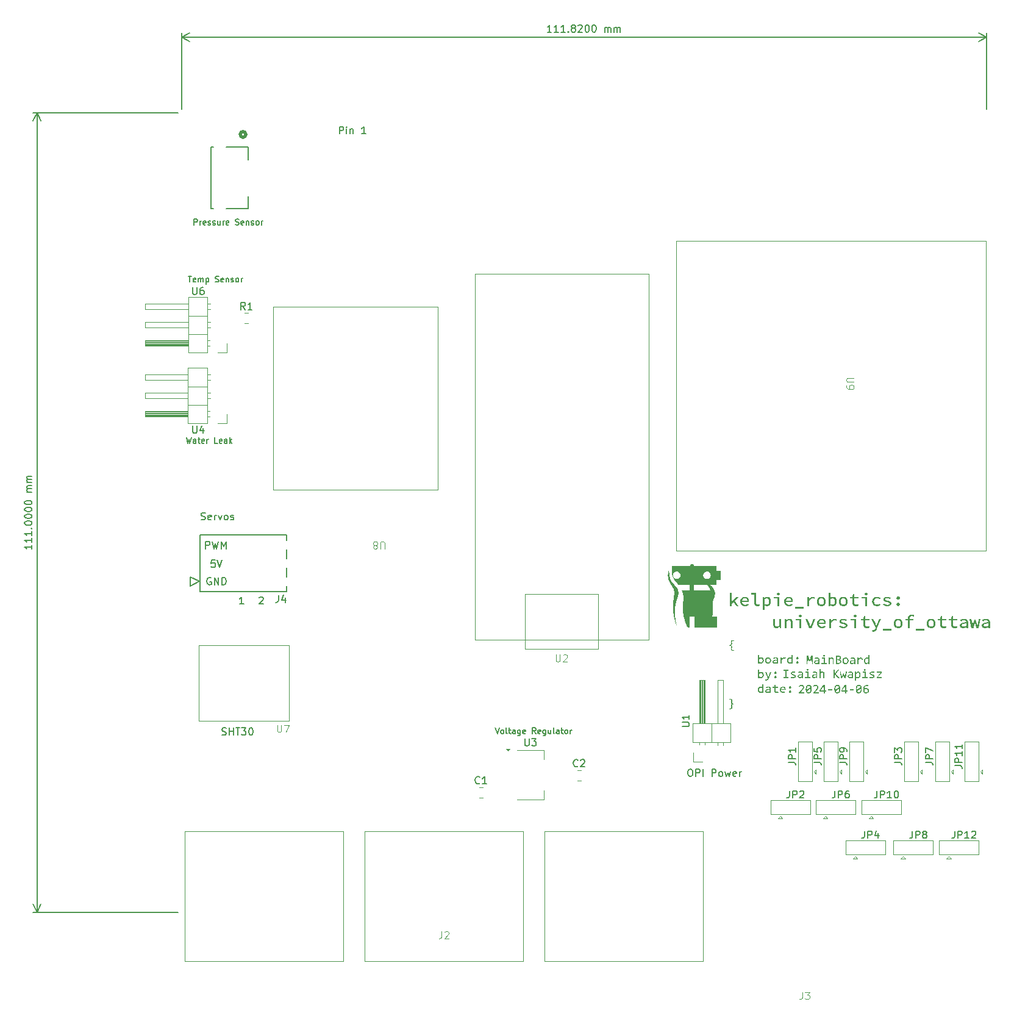
<source format=gbr>
%TF.GenerationSoftware,KiCad,Pcbnew,8.0.1*%
%TF.CreationDate,2024-04-06T23:47:00-04:00*%
%TF.ProjectId,MainBoard1 (1),4d61696e-426f-4617-9264-31202831292e,rev?*%
%TF.SameCoordinates,Original*%
%TF.FileFunction,Legend,Top*%
%TF.FilePolarity,Positive*%
%FSLAX46Y46*%
G04 Gerber Fmt 4.6, Leading zero omitted, Abs format (unit mm)*
G04 Created by KiCad (PCBNEW 8.0.1) date 2024-04-06 23:47:00*
%MOMM*%
%LPD*%
G01*
G04 APERTURE LIST*
%ADD10C,0.000000*%
%ADD11C,0.150000*%
%ADD12C,0.100000*%
%ADD13C,0.120000*%
%ADD14C,0.152400*%
%ADD15C,0.508000*%
G04 APERTURE END LIST*
D10*
G36*
X155578570Y-108420654D02*
G01*
X155614430Y-108423317D01*
X155649162Y-108427651D01*
X155682765Y-108433573D01*
X155715236Y-108440998D01*
X155746572Y-108449841D01*
X155776769Y-108460019D01*
X155805826Y-108471448D01*
X155833740Y-108484042D01*
X155860507Y-108497718D01*
X155886125Y-108512390D01*
X155910592Y-108527976D01*
X155933903Y-108544390D01*
X155956057Y-108561548D01*
X155977051Y-108579366D01*
X155996882Y-108597760D01*
X155875173Y-108757568D01*
X155856375Y-108742577D01*
X155837508Y-108728414D01*
X155818547Y-108715097D01*
X155799470Y-108702647D01*
X155780251Y-108691083D01*
X155760866Y-108680423D01*
X155741291Y-108670687D01*
X155721503Y-108661895D01*
X155701476Y-108654065D01*
X155681188Y-108647216D01*
X155660612Y-108641369D01*
X155639726Y-108636541D01*
X155618506Y-108632753D01*
X155596926Y-108630023D01*
X155574963Y-108628371D01*
X155552593Y-108627816D01*
X155527817Y-108628334D01*
X155503547Y-108629876D01*
X155479801Y-108632427D01*
X155456597Y-108635970D01*
X155433955Y-108640489D01*
X155411892Y-108645969D01*
X155390427Y-108652393D01*
X155369578Y-108659745D01*
X155349364Y-108668009D01*
X155329803Y-108677170D01*
X155310914Y-108687211D01*
X155292714Y-108698115D01*
X155275223Y-108709868D01*
X155258459Y-108722453D01*
X155242439Y-108735854D01*
X155227183Y-108750054D01*
X155212709Y-108765038D01*
X155199036Y-108780790D01*
X155186181Y-108797294D01*
X155174164Y-108814534D01*
X155163002Y-108832493D01*
X155152714Y-108851156D01*
X155143318Y-108870506D01*
X155134834Y-108890528D01*
X155127278Y-108911205D01*
X155120670Y-108932522D01*
X155115029Y-108954462D01*
X155110371Y-108977010D01*
X155106717Y-109000148D01*
X155104084Y-109023862D01*
X155102491Y-109048135D01*
X155101956Y-109072952D01*
X155102483Y-109097756D01*
X155104054Y-109121994D01*
X155106651Y-109145650D01*
X155110254Y-109168712D01*
X155114845Y-109191163D01*
X155120407Y-109212991D01*
X155126920Y-109234179D01*
X155134367Y-109254714D01*
X155142729Y-109274581D01*
X155151989Y-109293766D01*
X155162127Y-109312253D01*
X155173125Y-109330030D01*
X155184966Y-109347081D01*
X155197630Y-109363391D01*
X155211100Y-109378946D01*
X155225357Y-109393732D01*
X155240383Y-109407735D01*
X155256160Y-109420939D01*
X155272669Y-109433330D01*
X155289892Y-109444894D01*
X155307811Y-109455616D01*
X155326407Y-109465481D01*
X155345663Y-109474476D01*
X155365560Y-109482586D01*
X155386079Y-109489796D01*
X155407202Y-109496091D01*
X155428911Y-109501458D01*
X155451188Y-109505882D01*
X155474015Y-109509347D01*
X155497372Y-109511841D01*
X155521243Y-109513348D01*
X155545608Y-109513853D01*
X155572901Y-109513094D01*
X155599614Y-109510868D01*
X155625751Y-109507251D01*
X155651312Y-109502317D01*
X155676298Y-109496144D01*
X155700712Y-109488805D01*
X155724555Y-109480378D01*
X155747828Y-109470938D01*
X155770533Y-109460560D01*
X155792672Y-109449320D01*
X155814246Y-109437293D01*
X155835257Y-109424556D01*
X155855705Y-109411184D01*
X155875594Y-109397253D01*
X155894924Y-109382838D01*
X155913696Y-109368014D01*
X156022280Y-109530786D01*
X155995442Y-109553269D01*
X155967822Y-109574429D01*
X155939466Y-109594249D01*
X155910422Y-109612711D01*
X155880734Y-109629798D01*
X155850451Y-109645491D01*
X155819619Y-109659774D01*
X155788283Y-109672629D01*
X155756492Y-109684037D01*
X155724290Y-109693982D01*
X155691725Y-109702445D01*
X155658843Y-109709409D01*
X155625690Y-109714857D01*
X155592314Y-109718769D01*
X155558760Y-109721130D01*
X155525076Y-109721921D01*
X155488890Y-109721226D01*
X155453302Y-109719151D01*
X155418348Y-109715706D01*
X155384065Y-109710904D01*
X155350487Y-109704756D01*
X155317652Y-109697273D01*
X155285596Y-109688469D01*
X155254355Y-109678354D01*
X155223964Y-109666940D01*
X155194460Y-109654239D01*
X155165879Y-109640262D01*
X155138257Y-109625022D01*
X155111631Y-109608531D01*
X155086036Y-109590799D01*
X155061509Y-109571838D01*
X155038085Y-109551661D01*
X155015801Y-109530279D01*
X154994693Y-109507704D01*
X154974797Y-109483948D01*
X154956149Y-109459022D01*
X154938785Y-109432938D01*
X154922742Y-109405708D01*
X154908055Y-109377343D01*
X154894761Y-109347856D01*
X154882895Y-109317258D01*
X154872495Y-109285561D01*
X154863595Y-109252776D01*
X154856232Y-109218915D01*
X154850443Y-109183991D01*
X154846263Y-109148014D01*
X154843729Y-109110997D01*
X154842876Y-109072951D01*
X154842876Y-109072740D01*
X154843810Y-109034310D01*
X154846579Y-108996934D01*
X154851135Y-108960623D01*
X154857428Y-108925387D01*
X154865411Y-108891238D01*
X154875034Y-108858187D01*
X154886249Y-108826244D01*
X154899007Y-108795420D01*
X154913260Y-108765727D01*
X154928958Y-108737174D01*
X154946054Y-108709773D01*
X154964498Y-108683536D01*
X154984241Y-108658472D01*
X155005236Y-108634592D01*
X155027433Y-108611908D01*
X155050784Y-108590431D01*
X155075240Y-108570171D01*
X155100753Y-108551139D01*
X155127273Y-108533346D01*
X155154752Y-108516803D01*
X155183142Y-108501521D01*
X155212393Y-108487510D01*
X155242457Y-108474782D01*
X155273285Y-108463348D01*
X155304829Y-108453218D01*
X155337040Y-108444404D01*
X155369870Y-108436916D01*
X155403269Y-108430764D01*
X155437189Y-108425961D01*
X155471581Y-108422517D01*
X155506396Y-108420442D01*
X155541587Y-108419748D01*
X155578570Y-108420654D01*
G37*
G36*
X150030898Y-120647303D02*
G01*
X150042278Y-120647716D01*
X150053527Y-120648404D01*
X150064645Y-120649368D01*
X150075633Y-120650607D01*
X150086489Y-120652122D01*
X150097215Y-120653912D01*
X150107810Y-120655978D01*
X150118274Y-120658319D01*
X150128607Y-120660936D01*
X150138808Y-120663829D01*
X150148879Y-120666997D01*
X150158819Y-120670441D01*
X150168628Y-120674161D01*
X150178305Y-120678157D01*
X150187852Y-120682429D01*
X150197247Y-120686880D01*
X150206469Y-120691635D01*
X150215520Y-120696693D01*
X150224398Y-120702055D01*
X150233104Y-120707720D01*
X150241638Y-120713688D01*
X150249999Y-120719959D01*
X150258188Y-120726534D01*
X150266205Y-120733411D01*
X150274049Y-120740592D01*
X150281721Y-120748076D01*
X150289221Y-120755863D01*
X150296549Y-120763953D01*
X150303704Y-120772346D01*
X150310687Y-120781042D01*
X150317498Y-120790040D01*
X150324126Y-120799235D01*
X150330561Y-120808741D01*
X150336803Y-120818557D01*
X150342851Y-120828683D01*
X150348707Y-120839119D01*
X150354369Y-120849865D01*
X150359839Y-120860922D01*
X150365115Y-120872289D01*
X150370199Y-120883965D01*
X150375089Y-120895952D01*
X150379787Y-120908249D01*
X150384292Y-120920856D01*
X150388604Y-120933772D01*
X150392724Y-120946999D01*
X150400386Y-120974381D01*
X150407208Y-121003030D01*
X150413119Y-121032973D01*
X150418122Y-121064211D01*
X150422214Y-121096744D01*
X150425397Y-121130572D01*
X150427671Y-121165696D01*
X150429035Y-121202116D01*
X150429490Y-121239833D01*
X150429076Y-121272547D01*
X150427836Y-121304543D01*
X150425769Y-121335822D01*
X150422875Y-121366384D01*
X150419154Y-121396230D01*
X150414607Y-121425359D01*
X150409233Y-121453773D01*
X150403032Y-121481471D01*
X150399619Y-121494914D01*
X150395992Y-121508123D01*
X150392151Y-121521098D01*
X150388097Y-121533839D01*
X150383830Y-121546346D01*
X150379349Y-121558618D01*
X150374655Y-121570657D01*
X150369746Y-121582461D01*
X150364625Y-121594031D01*
X150359289Y-121605366D01*
X150353740Y-121616467D01*
X150347977Y-121627334D01*
X150342001Y-121637967D01*
X150335810Y-121648365D01*
X150329406Y-121658528D01*
X150322788Y-121668457D01*
X150315960Y-121678024D01*
X150308926Y-121687323D01*
X150301684Y-121696353D01*
X150294235Y-121705115D01*
X150286579Y-121713608D01*
X150278717Y-121721833D01*
X150270647Y-121729789D01*
X150262371Y-121737476D01*
X150253888Y-121744895D01*
X150245198Y-121752044D01*
X150236302Y-121758925D01*
X150227198Y-121765537D01*
X150217889Y-121771881D01*
X150208373Y-121777955D01*
X150198650Y-121783760D01*
X150188721Y-121789297D01*
X150178689Y-121794423D01*
X150168437Y-121799219D01*
X150157965Y-121803684D01*
X150147273Y-121807818D01*
X150136361Y-121811621D01*
X150125229Y-121815094D01*
X150113876Y-121818236D01*
X150102303Y-121821047D01*
X150090509Y-121823528D01*
X150078495Y-121825678D01*
X150066261Y-121827497D01*
X150053805Y-121828985D01*
X150041129Y-121830143D01*
X150028232Y-121830969D01*
X150015114Y-121831465D01*
X150001775Y-121831631D01*
X149990265Y-121831496D01*
X149978885Y-121831093D01*
X149967636Y-121830422D01*
X149956518Y-121829481D01*
X149945531Y-121828272D01*
X149934674Y-121826794D01*
X149923948Y-121825047D01*
X149913353Y-121823032D01*
X149902889Y-121820747D01*
X149892556Y-121818195D01*
X149882354Y-121815373D01*
X149872283Y-121812283D01*
X149862343Y-121808924D01*
X149852535Y-121805296D01*
X149842857Y-121801400D01*
X149833311Y-121797235D01*
X149823916Y-121792680D01*
X149814693Y-121787836D01*
X149805643Y-121782702D01*
X149796764Y-121777279D01*
X149788059Y-121771566D01*
X149779525Y-121765563D01*
X149771164Y-121759271D01*
X149762975Y-121752690D01*
X149754959Y-121745819D01*
X149747114Y-121738659D01*
X149739442Y-121731209D01*
X149731942Y-121723471D01*
X149724614Y-121715443D01*
X149717459Y-121707126D01*
X149710476Y-121698519D01*
X149703665Y-121689624D01*
X149697037Y-121680429D01*
X149690602Y-121670923D01*
X149684360Y-121661108D01*
X149678311Y-121650982D01*
X149672456Y-121640545D01*
X149666793Y-121629799D01*
X149661324Y-121618742D01*
X149656047Y-121607376D01*
X149650963Y-121595699D01*
X149646073Y-121583712D01*
X149641375Y-121571415D01*
X149636869Y-121558809D01*
X149632557Y-121545892D01*
X149628437Y-121532665D01*
X149620776Y-121505283D01*
X149617213Y-121490319D01*
X149779526Y-121490319D01*
X149782942Y-121501673D01*
X149786577Y-121512808D01*
X149790431Y-121523722D01*
X149794504Y-121534416D01*
X149798799Y-121544889D01*
X149803315Y-121555141D01*
X149808052Y-121565174D01*
X149813013Y-121574985D01*
X149815580Y-121579794D01*
X149818209Y-121584521D01*
X149820901Y-121589164D01*
X149823655Y-121593725D01*
X149826472Y-121598202D01*
X149829351Y-121602597D01*
X149832292Y-121606909D01*
X149835295Y-121611138D01*
X149838360Y-121615285D01*
X149841487Y-121619349D01*
X149844676Y-121623330D01*
X149847927Y-121627229D01*
X149851239Y-121631045D01*
X149854613Y-121634779D01*
X149858049Y-121638431D01*
X149861545Y-121641999D01*
X149865211Y-121645372D01*
X149868930Y-121648654D01*
X149872705Y-121651847D01*
X149876534Y-121654950D01*
X149880418Y-121657963D01*
X149884357Y-121660887D01*
X149888351Y-121663721D01*
X149892400Y-121666465D01*
X149896504Y-121669120D01*
X149900663Y-121671686D01*
X149904878Y-121674162D01*
X149909148Y-121676548D01*
X149913473Y-121678845D01*
X149917854Y-121681053D01*
X149922290Y-121683171D01*
X149926782Y-121685200D01*
X149931451Y-121687016D01*
X149936196Y-121688715D01*
X149941016Y-121690297D01*
X149945913Y-121691762D01*
X149950885Y-121693110D01*
X149955933Y-121694341D01*
X149961058Y-121695455D01*
X149966257Y-121696452D01*
X149971533Y-121697332D01*
X149976884Y-121698094D01*
X149982311Y-121698740D01*
X149987814Y-121699268D01*
X149993392Y-121699679D01*
X149999046Y-121699973D01*
X150004776Y-121700149D01*
X150010581Y-121700207D01*
X150018033Y-121700094D01*
X150025395Y-121699753D01*
X150032668Y-121699184D01*
X150039851Y-121698389D01*
X150046944Y-121697365D01*
X150053948Y-121696115D01*
X150060863Y-121694637D01*
X150067687Y-121692932D01*
X150074422Y-121690999D01*
X150081068Y-121688839D01*
X150087624Y-121686451D01*
X150094090Y-121683837D01*
X150100467Y-121680994D01*
X150106754Y-121677925D01*
X150112952Y-121674628D01*
X150119060Y-121671103D01*
X150125176Y-121667355D01*
X150131174Y-121663386D01*
X150137055Y-121659196D01*
X150142820Y-121654785D01*
X150148468Y-121650154D01*
X150153998Y-121645302D01*
X150159411Y-121640229D01*
X150164708Y-121634936D01*
X150169887Y-121629423D01*
X150174949Y-121623689D01*
X150179894Y-121617735D01*
X150184721Y-121611560D01*
X150189432Y-121605165D01*
X150194025Y-121598549D01*
X150198500Y-121591714D01*
X150202859Y-121584658D01*
X150207097Y-121577386D01*
X150211210Y-121569901D01*
X150219065Y-121554291D01*
X150226424Y-121537828D01*
X150233286Y-121520511D01*
X150239653Y-121502340D01*
X150245523Y-121483314D01*
X150250898Y-121463431D01*
X150255776Y-121442693D01*
X150260117Y-121420892D01*
X150263879Y-121398263D01*
X150267062Y-121374806D01*
X150269666Y-121350523D01*
X150271692Y-121325413D01*
X150273139Y-121299476D01*
X150274007Y-121272713D01*
X150274297Y-121245124D01*
X150274256Y-121237642D01*
X150274132Y-121230188D01*
X150273925Y-121222763D01*
X150273636Y-121215365D01*
X150273263Y-121207995D01*
X150272809Y-121200652D01*
X150272271Y-121193337D01*
X150271650Y-121186047D01*
X150270713Y-121171164D01*
X150269662Y-121156502D01*
X150268499Y-121142060D01*
X150267227Y-121127839D01*
X149779526Y-121490319D01*
X149617213Y-121490319D01*
X149613955Y-121476635D01*
X149608044Y-121446692D01*
X149603042Y-121415454D01*
X149598949Y-121382921D01*
X149595765Y-121349093D01*
X149593492Y-121313969D01*
X149592565Y-121289235D01*
X149746865Y-121289235D01*
X149747424Y-121302794D01*
X149748206Y-121316134D01*
X149749206Y-121329253D01*
X149750420Y-121342152D01*
X150238123Y-120981409D01*
X150234705Y-120970288D01*
X150231065Y-120959415D01*
X150227205Y-120948791D01*
X150223123Y-120938414D01*
X150218821Y-120928286D01*
X150214298Y-120918405D01*
X150209556Y-120908773D01*
X150204595Y-120899388D01*
X150202028Y-120894799D01*
X150199400Y-120890293D01*
X150196710Y-120885870D01*
X150193959Y-120881529D01*
X150191145Y-120877271D01*
X150188270Y-120873095D01*
X150185332Y-120869002D01*
X150182333Y-120864992D01*
X150179271Y-120861065D01*
X150176148Y-120857220D01*
X150172962Y-120853458D01*
X150169715Y-120849778D01*
X150166405Y-120846182D01*
X150163032Y-120842667D01*
X150159598Y-120839236D01*
X150156101Y-120835887D01*
X150152543Y-120832518D01*
X150148922Y-120829245D01*
X150145240Y-120826069D01*
X150141496Y-120822989D01*
X150137690Y-120820006D01*
X150133823Y-120817119D01*
X150129893Y-120814328D01*
X150125901Y-120811634D01*
X150121848Y-120809037D01*
X150117732Y-120806536D01*
X150113554Y-120804131D01*
X150109314Y-120801823D01*
X150105012Y-120799611D01*
X150100648Y-120797496D01*
X150096222Y-120795477D01*
X150091733Y-120793555D01*
X150087179Y-120791739D01*
X150082555Y-120790042D01*
X150077862Y-120788462D01*
X150073100Y-120787000D01*
X150068269Y-120785655D01*
X150063369Y-120784427D01*
X150058400Y-120783317D01*
X150053362Y-120782324D01*
X150048255Y-120781448D01*
X150043079Y-120780689D01*
X150037835Y-120780047D01*
X150032521Y-120779522D01*
X150027139Y-120779113D01*
X150021688Y-120778822D01*
X150016169Y-120778647D01*
X150010581Y-120778589D01*
X150003126Y-120778702D01*
X149995754Y-120779044D01*
X149988464Y-120779612D01*
X149981258Y-120780408D01*
X149974135Y-120781431D01*
X149967094Y-120782681D01*
X149960136Y-120784159D01*
X149953261Y-120785865D01*
X149946469Y-120787797D01*
X149939759Y-120789957D01*
X149933132Y-120792345D01*
X149926587Y-120794960D01*
X149920125Y-120797802D01*
X149913745Y-120800871D01*
X149907448Y-120804168D01*
X149901233Y-120807693D01*
X149895225Y-120811445D01*
X149889326Y-120815424D01*
X149883537Y-120819630D01*
X149877858Y-120824064D01*
X149872288Y-120828726D01*
X149866829Y-120833614D01*
X149861480Y-120838730D01*
X149856241Y-120844074D01*
X149851112Y-120849645D01*
X149846093Y-120855443D01*
X149841185Y-120861468D01*
X149836387Y-120867721D01*
X149831700Y-120874201D01*
X149827124Y-120880909D01*
X149822658Y-120887844D01*
X149818303Y-120895006D01*
X149814066Y-120902282D01*
X149809953Y-120909778D01*
X149805963Y-120917495D01*
X149802098Y-120925433D01*
X149794739Y-120941969D01*
X149787876Y-120959387D01*
X149781509Y-120977688D01*
X149775638Y-120996870D01*
X149770264Y-121016935D01*
X149765386Y-121037881D01*
X149761046Y-121059474D01*
X149757284Y-121081921D01*
X149754101Y-121105221D01*
X149751497Y-121129376D01*
X149749471Y-121154384D01*
X149748023Y-121180248D01*
X149747155Y-121206967D01*
X149746865Y-121234541D01*
X149746865Y-121289235D01*
X149592565Y-121289235D01*
X149592127Y-121277549D01*
X149591672Y-121239833D01*
X149592086Y-121207118D01*
X149593326Y-121175122D01*
X149595393Y-121143842D01*
X149598286Y-121113280D01*
X149602007Y-121083434D01*
X149606554Y-121054305D01*
X149611929Y-121025891D01*
X149618130Y-120998193D01*
X149621647Y-120984647D01*
X149625364Y-120971348D01*
X149629280Y-120958298D01*
X149633396Y-120945495D01*
X149637711Y-120932940D01*
X149642227Y-120920633D01*
X149646942Y-120908574D01*
X149651857Y-120896763D01*
X149656971Y-120885200D01*
X149662286Y-120873885D01*
X149667800Y-120862818D01*
X149673515Y-120851999D01*
X149679429Y-120841429D01*
X149685543Y-120831107D01*
X149691857Y-120821033D01*
X149698372Y-120811207D01*
X149705200Y-120801537D01*
X149712236Y-120792148D01*
X149719478Y-120783042D01*
X149726927Y-120774218D01*
X149734584Y-120765677D01*
X149742447Y-120757418D01*
X149750516Y-120749441D01*
X149758793Y-120741747D01*
X149767276Y-120734335D01*
X149775966Y-120727206D01*
X149784862Y-120720360D01*
X149793965Y-120713796D01*
X149803274Y-120707515D01*
X149812790Y-120701516D01*
X149822513Y-120695800D01*
X149832441Y-120690367D01*
X149842576Y-120685134D01*
X149852918Y-120680239D01*
X149863465Y-120675682D01*
X149874219Y-120671462D01*
X149885179Y-120667581D01*
X149896346Y-120664037D01*
X149907720Y-120660831D01*
X149919300Y-120657962D01*
X149931086Y-120655431D01*
X149943080Y-120653238D01*
X149955280Y-120651382D01*
X149967688Y-120649864D01*
X149980302Y-120648683D01*
X149993123Y-120647840D01*
X150006152Y-120647334D01*
X150019387Y-120647165D01*
X150030898Y-120647303D01*
G37*
G36*
X140316616Y-119306822D02*
G01*
X140340574Y-119364512D01*
X140364929Y-119425118D01*
X140413560Y-119548970D01*
X140420333Y-119548970D01*
X140463143Y-119426785D01*
X140505636Y-119306822D01*
X140669254Y-118876927D01*
X140830543Y-118876927D01*
X140474944Y-119756826D01*
X140462113Y-119788947D01*
X140448403Y-119819684D01*
X140433728Y-119848940D01*
X140417996Y-119876623D01*
X140401120Y-119902636D01*
X140383010Y-119926884D01*
X140363577Y-119949274D01*
X140353336Y-119959742D01*
X140342732Y-119969710D01*
X140331753Y-119979165D01*
X140320387Y-119988097D01*
X140308624Y-119996492D01*
X140296452Y-120004340D01*
X140283861Y-120011628D01*
X140270838Y-120018344D01*
X140257374Y-120024477D01*
X140243457Y-120030015D01*
X140229076Y-120034946D01*
X140214219Y-120039257D01*
X140198876Y-120042938D01*
X140183035Y-120045977D01*
X140166686Y-120048361D01*
X140149817Y-120050078D01*
X140132417Y-120051117D01*
X140114475Y-120051466D01*
X140098948Y-120051155D01*
X140083562Y-120050249D01*
X140068439Y-120048787D01*
X140053700Y-120046809D01*
X140039468Y-120044355D01*
X140025863Y-120041465D01*
X140013007Y-120038177D01*
X140001317Y-120034622D01*
X140034042Y-119902876D01*
X140042465Y-119905312D01*
X140051180Y-119907519D01*
X140060124Y-119909469D01*
X140069231Y-119911131D01*
X140078438Y-119912475D01*
X140087680Y-119913472D01*
X140092294Y-119913831D01*
X140096892Y-119914092D01*
X140101467Y-119914251D01*
X140106010Y-119914305D01*
X140116235Y-119914114D01*
X140126197Y-119913546D01*
X140135899Y-119912608D01*
X140145344Y-119911306D01*
X140154535Y-119909649D01*
X140163476Y-119907643D01*
X140172169Y-119905296D01*
X140180618Y-119902614D01*
X140188827Y-119899606D01*
X140196797Y-119896277D01*
X140204533Y-119892636D01*
X140212038Y-119888689D01*
X140219315Y-119884443D01*
X140226367Y-119879907D01*
X140233197Y-119875086D01*
X140239809Y-119869988D01*
X140252390Y-119858991D01*
X140264137Y-119846972D01*
X140275074Y-119833988D01*
X140285228Y-119820098D01*
X140294624Y-119805358D01*
X140303287Y-119789826D01*
X140311245Y-119773558D01*
X140318522Y-119756614D01*
X140340325Y-119700099D01*
X139962710Y-118876927D01*
X140132044Y-118876927D01*
X140316616Y-119306822D01*
G37*
G36*
X146901865Y-118807304D02*
G01*
X146921187Y-118808128D01*
X146940013Y-118809502D01*
X146958343Y-118811426D01*
X146976178Y-118813901D01*
X146993516Y-118816928D01*
X147010357Y-118820508D01*
X147026702Y-118824641D01*
X147034670Y-118826919D01*
X147042480Y-118829341D01*
X147050131Y-118831909D01*
X147057624Y-118834622D01*
X147064959Y-118837481D01*
X147072135Y-118840484D01*
X147079153Y-118843632D01*
X147086012Y-118846924D01*
X147092713Y-118850362D01*
X147099255Y-118853944D01*
X147105639Y-118857670D01*
X147111865Y-118861541D01*
X147117931Y-118865557D01*
X147123840Y-118869716D01*
X147129589Y-118874020D01*
X147135181Y-118878468D01*
X147140720Y-118883060D01*
X147146095Y-118887797D01*
X147151304Y-118892678D01*
X147156347Y-118897703D01*
X147161225Y-118902873D01*
X147165938Y-118908188D01*
X147170486Y-118913647D01*
X147174868Y-118919251D01*
X147179085Y-118924999D01*
X147183137Y-118930893D01*
X147187023Y-118936931D01*
X147190743Y-118943114D01*
X147194299Y-118949442D01*
X147197689Y-118955914D01*
X147200913Y-118962532D01*
X147203972Y-118969294D01*
X147206856Y-118976205D01*
X147209553Y-118983268D01*
X147212064Y-118990483D01*
X147214390Y-118997849D01*
X147216529Y-119005368D01*
X147218483Y-119013038D01*
X147220250Y-119020859D01*
X147221832Y-119028832D01*
X147223227Y-119036957D01*
X147224436Y-119045233D01*
X147225460Y-119053661D01*
X147226297Y-119062240D01*
X147226948Y-119070971D01*
X147227414Y-119079853D01*
X147227693Y-119088887D01*
X147227786Y-119098071D01*
X147227786Y-119708350D01*
X147090200Y-119708350D01*
X147086646Y-119589287D01*
X147077596Y-119598062D01*
X147068526Y-119606526D01*
X147059435Y-119614681D01*
X147050325Y-119622525D01*
X147041194Y-119630059D01*
X147032043Y-119637284D01*
X147022871Y-119644198D01*
X147013678Y-119650802D01*
X147004465Y-119657096D01*
X146995232Y-119663081D01*
X146985977Y-119668755D01*
X146976701Y-119674119D01*
X146967405Y-119679173D01*
X146958087Y-119683917D01*
X146948748Y-119688350D01*
X146939388Y-119692474D01*
X146930097Y-119696319D01*
X146920744Y-119699916D01*
X146911328Y-119703265D01*
X146901851Y-119706365D01*
X146892312Y-119709218D01*
X146882710Y-119711822D01*
X146873047Y-119714179D01*
X146863321Y-119716287D01*
X146853534Y-119718148D01*
X146843684Y-119719760D01*
X146833773Y-119721124D01*
X146823799Y-119722240D01*
X146813764Y-119723109D01*
X146803666Y-119723729D01*
X146793506Y-119724101D01*
X146783285Y-119724225D01*
X146764668Y-119723922D01*
X146755618Y-119723544D01*
X146746740Y-119723014D01*
X146738034Y-119722333D01*
X146729500Y-119721500D01*
X146721139Y-119720516D01*
X146712950Y-119719380D01*
X146704933Y-119718093D01*
X146697089Y-119716654D01*
X146689416Y-119715064D01*
X146681916Y-119713322D01*
X146674589Y-119711428D01*
X146667433Y-119709382D01*
X146660450Y-119707184D01*
X146653639Y-119704835D01*
X146646986Y-119702355D01*
X146640478Y-119699764D01*
X146634114Y-119697063D01*
X146627895Y-119694252D01*
X146621820Y-119691331D01*
X146615889Y-119688299D01*
X146610104Y-119685157D01*
X146604463Y-119681905D01*
X146598967Y-119678543D01*
X146593615Y-119675070D01*
X146588409Y-119671487D01*
X146583347Y-119667794D01*
X146578430Y-119663991D01*
X146573658Y-119660077D01*
X146569031Y-119656053D01*
X146564548Y-119651919D01*
X146560318Y-119647575D01*
X146556226Y-119643142D01*
X146552272Y-119638619D01*
X146548456Y-119634007D01*
X146544777Y-119629305D01*
X146541237Y-119624514D01*
X146537834Y-119619634D01*
X146534570Y-119614664D01*
X146531443Y-119609604D01*
X146528454Y-119604455D01*
X146525602Y-119599216D01*
X146522889Y-119593888D01*
X146520312Y-119588469D01*
X146517874Y-119582961D01*
X146515573Y-119577364D01*
X146513409Y-119571676D01*
X146509689Y-119560086D01*
X146506464Y-119548247D01*
X146503735Y-119536159D01*
X146501503Y-119523823D01*
X146499767Y-119511239D01*
X146498526Y-119498408D01*
X146497782Y-119485328D01*
X146497534Y-119472002D01*
X146497659Y-119466710D01*
X146659799Y-119466710D01*
X146659923Y-119473077D01*
X146660295Y-119479390D01*
X146660915Y-119485649D01*
X146661783Y-119491853D01*
X146662899Y-119498001D01*
X146664263Y-119504094D01*
X146665875Y-119510132D01*
X146667736Y-119516113D01*
X146668766Y-119518962D01*
X146669872Y-119521776D01*
X146671055Y-119524555D01*
X146672313Y-119527299D01*
X146673647Y-119530008D01*
X146675058Y-119532682D01*
X146676544Y-119535322D01*
X146678106Y-119537928D01*
X146679744Y-119540499D01*
X146681457Y-119543035D01*
X146683246Y-119545537D01*
X146685111Y-119548005D01*
X146687052Y-119550439D01*
X146689068Y-119552839D01*
X146691159Y-119555205D01*
X146693326Y-119557537D01*
X146695572Y-119559714D01*
X146697901Y-119561837D01*
X146700312Y-119563904D01*
X146702805Y-119565917D01*
X146705381Y-119567875D01*
X146708039Y-119569778D01*
X146710780Y-119571626D01*
X146713604Y-119573419D01*
X146716510Y-119575157D01*
X146719499Y-119576839D01*
X146722571Y-119578466D01*
X146725726Y-119580038D01*
X146728963Y-119581555D01*
X146732284Y-119583016D01*
X146735687Y-119584422D01*
X146739174Y-119585773D01*
X146742750Y-119587054D01*
X146746422Y-119588253D01*
X146750191Y-119589369D01*
X146754057Y-119590403D01*
X146758019Y-119591354D01*
X146762077Y-119592222D01*
X146770483Y-119593710D01*
X146779275Y-119594868D01*
X146788452Y-119595695D01*
X146798016Y-119596191D01*
X146807965Y-119596356D01*
X146814639Y-119596232D01*
X146821429Y-119595860D01*
X146828337Y-119595240D01*
X146835363Y-119594372D01*
X146842506Y-119593256D01*
X146849766Y-119591891D01*
X146857143Y-119590279D01*
X146864637Y-119588419D01*
X146872249Y-119586310D01*
X146879977Y-119583954D01*
X146887823Y-119581349D01*
X146895786Y-119578497D01*
X146903865Y-119575397D01*
X146912062Y-119572048D01*
X146920375Y-119568451D01*
X146928805Y-119564607D01*
X146937431Y-119560383D01*
X146946113Y-119555869D01*
X146954848Y-119551066D01*
X146963638Y-119545973D01*
X146972483Y-119540591D01*
X146981383Y-119534919D01*
X146990338Y-119528958D01*
X146999347Y-119522707D01*
X147008412Y-119516167D01*
X147017532Y-119509338D01*
X147035938Y-119494811D01*
X147054566Y-119479128D01*
X147073416Y-119462288D01*
X147073416Y-119305315D01*
X146878535Y-119305315D01*
X146864450Y-119305493D01*
X146850860Y-119306029D01*
X146837764Y-119306923D01*
X146825163Y-119308175D01*
X146813059Y-119309784D01*
X146801451Y-119311753D01*
X146790341Y-119314080D01*
X146779729Y-119316766D01*
X146774607Y-119318238D01*
X146769602Y-119319785D01*
X146764714Y-119321409D01*
X146759945Y-119323109D01*
X146755293Y-119324885D01*
X146750758Y-119326738D01*
X146746340Y-119328666D01*
X146742040Y-119330670D01*
X146737857Y-119332750D01*
X146733790Y-119334906D01*
X146729841Y-119337137D01*
X146726009Y-119339444D01*
X146722293Y-119341827D01*
X146718695Y-119344284D01*
X146715213Y-119346818D01*
X146711847Y-119349426D01*
X146708592Y-119352106D01*
X146705439Y-119354855D01*
X146702391Y-119357673D01*
X146699445Y-119360559D01*
X146696603Y-119363513D01*
X146693864Y-119366537D01*
X146691229Y-119369629D01*
X146688696Y-119372791D01*
X146686267Y-119376021D01*
X146683942Y-119379320D01*
X146681720Y-119382688D01*
X146679601Y-119386125D01*
X146677586Y-119389631D01*
X146675674Y-119393207D01*
X146673865Y-119396851D01*
X146672159Y-119400565D01*
X146670664Y-119404234D01*
X146669265Y-119407965D01*
X146667962Y-119411758D01*
X146666756Y-119415613D01*
X146665645Y-119419530D01*
X146664631Y-119423509D01*
X146663714Y-119427550D01*
X146662892Y-119431653D01*
X146662168Y-119435818D01*
X146661539Y-119440045D01*
X146661008Y-119444334D01*
X146660573Y-119448685D01*
X146660234Y-119453099D01*
X146659992Y-119457574D01*
X146659847Y-119462111D01*
X146659799Y-119466710D01*
X146497659Y-119466710D01*
X146497920Y-119455582D01*
X146499077Y-119439617D01*
X146501006Y-119424107D01*
X146503706Y-119409051D01*
X146507177Y-119394449D01*
X146511421Y-119380303D01*
X146516436Y-119366611D01*
X146522222Y-119353373D01*
X146528780Y-119340591D01*
X146536110Y-119328263D01*
X146544212Y-119316390D01*
X146553086Y-119304972D01*
X146562731Y-119294009D01*
X146573148Y-119283501D01*
X146584338Y-119273448D01*
X146596299Y-119263850D01*
X146609125Y-119254665D01*
X146622688Y-119246074D01*
X146636989Y-119238076D01*
X146652027Y-119230670D01*
X146667802Y-119223858D01*
X146684314Y-119217638D01*
X146701564Y-119212012D01*
X146719551Y-119206977D01*
X146738275Y-119202536D01*
X146757736Y-119198687D01*
X146777935Y-119195430D01*
X146798871Y-119192766D01*
X146820544Y-119190694D01*
X146842954Y-119189214D01*
X146866102Y-119188326D01*
X146889987Y-119188030D01*
X147073416Y-119188030D01*
X147073416Y-119110392D01*
X147073219Y-119100704D01*
X147072630Y-119091265D01*
X147071648Y-119082074D01*
X147070274Y-119073131D01*
X147068507Y-119064437D01*
X147066347Y-119055991D01*
X147063794Y-119047793D01*
X147060849Y-119039842D01*
X147057511Y-119032140D01*
X147053780Y-119024686D01*
X147049656Y-119017480D01*
X147045140Y-119010522D01*
X147040231Y-119003812D01*
X147034929Y-118997350D01*
X147029234Y-118991135D01*
X147023147Y-118985168D01*
X147016656Y-118979401D01*
X147009752Y-118974007D01*
X147002434Y-118968984D01*
X146994703Y-118964333D01*
X146986559Y-118960054D01*
X146978001Y-118956147D01*
X146969030Y-118952613D01*
X146959646Y-118949450D01*
X146949848Y-118946660D01*
X146939637Y-118944241D01*
X146929012Y-118942195D01*
X146917974Y-118940520D01*
X146906522Y-118939218D01*
X146894658Y-118938288D01*
X146882379Y-118937730D01*
X146869688Y-118937544D01*
X146850974Y-118937805D01*
X146832315Y-118938589D01*
X146813711Y-118939896D01*
X146795163Y-118941726D01*
X146776670Y-118944080D01*
X146758232Y-118946958D01*
X146739849Y-118950360D01*
X146721521Y-118954287D01*
X146703360Y-118958697D01*
X146685035Y-118963547D01*
X146666546Y-118968839D01*
X146647893Y-118974571D01*
X146629074Y-118980745D01*
X146610089Y-118987360D01*
X146590937Y-118994415D01*
X146571617Y-119001912D01*
X146571617Y-118863461D01*
X146586554Y-118858222D01*
X146602259Y-118853090D01*
X146618736Y-118848069D01*
X146635986Y-118843162D01*
X146645082Y-118840557D01*
X146654289Y-118838036D01*
X146663606Y-118835597D01*
X146673035Y-118833240D01*
X146682573Y-118830966D01*
X146692221Y-118828775D01*
X146711847Y-118824641D01*
X146721824Y-118822713D01*
X146731909Y-118820897D01*
X146742105Y-118819193D01*
X146752410Y-118817600D01*
X146762826Y-118816117D01*
X146773352Y-118814743D01*
X146783988Y-118813478D01*
X146794736Y-118812322D01*
X146805554Y-118811081D01*
X146816399Y-118810007D01*
X146827272Y-118809097D01*
X146838172Y-118808353D01*
X146849100Y-118807774D01*
X146860055Y-118807361D01*
X146871038Y-118807113D01*
X146882048Y-118807030D01*
X146901865Y-118807304D01*
G37*
G36*
X146058633Y-120647303D02*
G01*
X146070013Y-120647716D01*
X146081262Y-120648404D01*
X146092380Y-120649368D01*
X146103368Y-120650607D01*
X146114225Y-120652122D01*
X146124951Y-120653912D01*
X146135546Y-120655978D01*
X146146010Y-120658319D01*
X146156343Y-120660936D01*
X146166545Y-120663829D01*
X146176616Y-120666997D01*
X146186556Y-120670441D01*
X146196364Y-120674161D01*
X146206042Y-120678157D01*
X146215588Y-120682429D01*
X146224983Y-120686880D01*
X146234206Y-120691635D01*
X146243256Y-120696693D01*
X146252134Y-120702055D01*
X146260840Y-120707720D01*
X146269373Y-120713688D01*
X146277734Y-120719959D01*
X146285923Y-120726534D01*
X146293940Y-120733411D01*
X146301784Y-120740592D01*
X146309457Y-120748076D01*
X146316957Y-120755863D01*
X146324284Y-120763953D01*
X146331440Y-120772346D01*
X146338423Y-120781042D01*
X146345234Y-120790040D01*
X146351863Y-120799235D01*
X146358298Y-120808741D01*
X146364539Y-120818557D01*
X146370588Y-120828683D01*
X146376443Y-120839119D01*
X146382106Y-120849865D01*
X146387575Y-120860922D01*
X146392852Y-120872289D01*
X146397936Y-120883965D01*
X146402826Y-120895952D01*
X146407524Y-120908249D01*
X146412029Y-120920856D01*
X146416342Y-120933772D01*
X146420461Y-120946999D01*
X146428123Y-120974381D01*
X146434944Y-121003030D01*
X146440856Y-121032973D01*
X146445858Y-121064211D01*
X146449951Y-121096744D01*
X146453134Y-121130572D01*
X146455408Y-121165696D01*
X146456772Y-121202116D01*
X146457227Y-121239833D01*
X146456813Y-121272547D01*
X146455573Y-121304543D01*
X146453506Y-121335822D01*
X146450612Y-121366384D01*
X146446891Y-121396230D01*
X146442344Y-121425359D01*
X146436970Y-121453773D01*
X146430769Y-121481471D01*
X146427355Y-121494914D01*
X146423728Y-121508123D01*
X146419887Y-121521098D01*
X146415833Y-121533839D01*
X146411566Y-121546346D01*
X146407085Y-121558618D01*
X146402390Y-121570657D01*
X146397482Y-121582461D01*
X146392361Y-121594031D01*
X146387025Y-121605366D01*
X146381477Y-121616467D01*
X146375714Y-121627334D01*
X146369737Y-121637967D01*
X146363547Y-121648365D01*
X146357143Y-121658528D01*
X146350525Y-121668457D01*
X146343697Y-121678024D01*
X146336661Y-121687323D01*
X146329419Y-121696353D01*
X146321970Y-121705115D01*
X146314314Y-121713608D01*
X146306451Y-121721833D01*
X146298382Y-121729789D01*
X146290105Y-121737476D01*
X146281622Y-121744895D01*
X146272933Y-121752044D01*
X146264036Y-121758925D01*
X146254933Y-121765537D01*
X146245624Y-121771881D01*
X146236108Y-121777955D01*
X146226385Y-121783760D01*
X146216456Y-121789297D01*
X146206424Y-121794423D01*
X146196171Y-121799219D01*
X146185697Y-121803684D01*
X146175003Y-121807818D01*
X146164088Y-121811621D01*
X146152952Y-121815094D01*
X146141596Y-121818236D01*
X146130019Y-121821047D01*
X146118222Y-121823528D01*
X146106204Y-121825678D01*
X146093966Y-121827497D01*
X146081507Y-121828985D01*
X146068829Y-121830143D01*
X146055929Y-121830969D01*
X146042810Y-121831465D01*
X146029470Y-121831631D01*
X146017960Y-121831496D01*
X146006582Y-121831093D01*
X145995335Y-121830422D01*
X145984219Y-121829481D01*
X145973235Y-121828272D01*
X145962382Y-121826794D01*
X145951660Y-121825047D01*
X145941069Y-121823032D01*
X145930609Y-121820747D01*
X145920279Y-121818195D01*
X145910081Y-121815373D01*
X145900013Y-121812283D01*
X145890076Y-121808924D01*
X145880269Y-121805296D01*
X145870592Y-121801400D01*
X145861046Y-121797235D01*
X145851652Y-121792680D01*
X145842429Y-121787836D01*
X145833379Y-121782702D01*
X145824501Y-121777279D01*
X145815795Y-121771566D01*
X145807262Y-121765563D01*
X145798901Y-121759271D01*
X145790712Y-121752690D01*
X145782695Y-121745819D01*
X145774850Y-121738659D01*
X145767178Y-121731209D01*
X145759678Y-121723471D01*
X145752350Y-121715443D01*
X145745195Y-121707126D01*
X145738211Y-121698519D01*
X145731400Y-121689624D01*
X145724772Y-121680429D01*
X145718335Y-121670923D01*
X145712092Y-121661108D01*
X145706040Y-121650982D01*
X145700182Y-121640545D01*
X145694516Y-121629799D01*
X145689042Y-121618742D01*
X145683762Y-121607376D01*
X145678674Y-121595699D01*
X145673780Y-121583712D01*
X145669079Y-121571415D01*
X145664570Y-121558809D01*
X145660255Y-121545892D01*
X145656134Y-121532665D01*
X145648471Y-121505283D01*
X145644907Y-121490319D01*
X145807221Y-121490319D01*
X145810639Y-121501673D01*
X145814278Y-121512808D01*
X145818139Y-121523722D01*
X145822220Y-121534416D01*
X145826522Y-121544889D01*
X145831044Y-121555141D01*
X145835787Y-121565174D01*
X145840748Y-121574985D01*
X145843315Y-121579794D01*
X145845943Y-121584521D01*
X145848632Y-121589164D01*
X145851384Y-121593725D01*
X145854198Y-121598202D01*
X145857073Y-121602597D01*
X145860011Y-121606909D01*
X145863010Y-121611138D01*
X145866072Y-121615285D01*
X145869195Y-121619349D01*
X145872381Y-121623330D01*
X145875628Y-121627229D01*
X145878938Y-121631045D01*
X145882310Y-121634779D01*
X145885744Y-121638431D01*
X145889241Y-121641999D01*
X145892907Y-121645372D01*
X145896628Y-121648654D01*
X145900404Y-121651847D01*
X145904236Y-121654950D01*
X145908123Y-121657963D01*
X145912065Y-121660887D01*
X145916063Y-121663721D01*
X145920116Y-121666465D01*
X145924224Y-121669120D01*
X145928386Y-121671686D01*
X145932604Y-121674162D01*
X145936877Y-121676548D01*
X145941205Y-121678845D01*
X145945588Y-121681053D01*
X145950026Y-121683171D01*
X145954519Y-121685200D01*
X145959187Y-121687016D01*
X145963932Y-121688715D01*
X145968752Y-121690297D01*
X145973648Y-121691762D01*
X145978621Y-121693110D01*
X145983669Y-121694341D01*
X145988793Y-121695455D01*
X145993993Y-121696452D01*
X145999268Y-121697332D01*
X146004620Y-121698094D01*
X146010047Y-121698740D01*
X146015550Y-121699268D01*
X146021128Y-121699679D01*
X146026782Y-121699973D01*
X146032512Y-121700149D01*
X146038317Y-121700207D01*
X146045769Y-121700094D01*
X146053131Y-121699753D01*
X146060404Y-121699184D01*
X146067587Y-121698389D01*
X146074680Y-121697365D01*
X146081684Y-121696115D01*
X146088599Y-121694637D01*
X146095423Y-121692932D01*
X146102158Y-121690999D01*
X146108804Y-121688839D01*
X146115360Y-121686451D01*
X146121827Y-121683837D01*
X146128203Y-121680994D01*
X146134491Y-121677925D01*
X146140689Y-121674628D01*
X146146797Y-121671103D01*
X146152911Y-121667355D01*
X146158908Y-121663386D01*
X146164788Y-121659196D01*
X146170549Y-121654785D01*
X146176194Y-121650154D01*
X146181721Y-121645302D01*
X146187131Y-121640229D01*
X146192423Y-121634936D01*
X146197599Y-121629423D01*
X146202657Y-121623689D01*
X146207598Y-121617735D01*
X146212423Y-121611560D01*
X146217130Y-121605165D01*
X146221721Y-121598549D01*
X146226195Y-121591714D01*
X146230553Y-121584658D01*
X146234791Y-121577386D01*
X146238904Y-121569901D01*
X146246759Y-121554291D01*
X146254118Y-121537828D01*
X146260981Y-121520511D01*
X146267347Y-121502340D01*
X146273218Y-121483314D01*
X146278592Y-121463431D01*
X146283471Y-121442693D01*
X146287811Y-121420892D01*
X146291573Y-121398263D01*
X146294756Y-121374806D01*
X146297361Y-121350523D01*
X146299386Y-121325413D01*
X146300833Y-121299476D01*
X146301702Y-121272713D01*
X146301991Y-121245124D01*
X146301950Y-121237642D01*
X146301826Y-121230188D01*
X146301619Y-121222763D01*
X146301329Y-121215365D01*
X146300957Y-121207995D01*
X146300503Y-121200652D01*
X146299965Y-121193337D01*
X146299346Y-121186047D01*
X146298413Y-121171164D01*
X146297375Y-121156502D01*
X146296227Y-121142060D01*
X146294963Y-121127839D01*
X145807221Y-121490319D01*
X145644907Y-121490319D01*
X145641649Y-121476635D01*
X145635737Y-121446692D01*
X145630735Y-121415454D01*
X145626642Y-121382921D01*
X145623459Y-121349093D01*
X145621185Y-121313969D01*
X145620259Y-121289235D01*
X145774602Y-121289235D01*
X145775152Y-121302794D01*
X145775919Y-121316134D01*
X145776906Y-121329253D01*
X145778116Y-121342152D01*
X146265859Y-120981409D01*
X146262441Y-120970288D01*
X146258801Y-120959415D01*
X146254940Y-120948791D01*
X146250858Y-120938414D01*
X146246556Y-120928286D01*
X146242034Y-120918405D01*
X146237293Y-120908773D01*
X146232332Y-120899388D01*
X146229765Y-120894799D01*
X146227137Y-120890293D01*
X146224447Y-120885870D01*
X146221695Y-120881529D01*
X146218881Y-120877271D01*
X146216006Y-120873095D01*
X146213069Y-120869002D01*
X146210069Y-120864992D01*
X146207008Y-120861065D01*
X146203884Y-120857220D01*
X146200699Y-120853458D01*
X146197451Y-120849778D01*
X146194141Y-120846182D01*
X146190769Y-120842667D01*
X146187335Y-120839236D01*
X146183838Y-120835887D01*
X146180279Y-120832518D01*
X146176658Y-120829245D01*
X146172974Y-120826069D01*
X146169227Y-120822989D01*
X146165418Y-120820006D01*
X146161547Y-120817119D01*
X146157614Y-120814328D01*
X146153618Y-120811634D01*
X146149561Y-120809037D01*
X146145441Y-120806536D01*
X146141260Y-120804131D01*
X146137017Y-120801823D01*
X146132712Y-120799611D01*
X146128346Y-120797496D01*
X146123918Y-120795477D01*
X146119429Y-120793555D01*
X146114874Y-120791739D01*
X146110252Y-120790042D01*
X146105561Y-120788462D01*
X146100801Y-120787000D01*
X146095973Y-120785655D01*
X146091077Y-120784427D01*
X146086111Y-120783317D01*
X146081077Y-120782324D01*
X146075974Y-120781448D01*
X146070802Y-120780689D01*
X146065561Y-120780047D01*
X146060251Y-120779522D01*
X146054871Y-120779113D01*
X146049423Y-120778822D01*
X146043904Y-120778647D01*
X146038317Y-120778589D01*
X146030861Y-120778702D01*
X146023488Y-120779044D01*
X146016197Y-120779612D01*
X146008988Y-120780408D01*
X146001862Y-120781431D01*
X145994818Y-120782681D01*
X145987856Y-120784159D01*
X145980977Y-120785865D01*
X145974181Y-120787797D01*
X145967467Y-120789957D01*
X145960836Y-120792345D01*
X145954289Y-120794960D01*
X145947824Y-120797802D01*
X145941442Y-120800871D01*
X145935144Y-120804168D01*
X145928928Y-120807693D01*
X145922920Y-120811445D01*
X145917023Y-120815424D01*
X145911236Y-120819630D01*
X145905559Y-120824064D01*
X145899993Y-120828726D01*
X145894537Y-120833614D01*
X145889191Y-120838730D01*
X145883956Y-120844074D01*
X145878831Y-120849645D01*
X145873816Y-120855443D01*
X145868912Y-120861468D01*
X145864117Y-120867721D01*
X145859433Y-120874201D01*
X145854859Y-120880909D01*
X145850394Y-120887844D01*
X145846040Y-120895006D01*
X145841803Y-120902282D01*
X145837689Y-120909778D01*
X145833700Y-120917495D01*
X145829834Y-120925433D01*
X145822475Y-120941969D01*
X145815613Y-120959387D01*
X145809246Y-120977688D01*
X145803375Y-120996870D01*
X145798001Y-121016935D01*
X145793123Y-121037881D01*
X145788782Y-121059474D01*
X145785020Y-121081921D01*
X145781837Y-121105221D01*
X145779233Y-121129376D01*
X145777207Y-121154384D01*
X145775760Y-121180248D01*
X145774892Y-121206967D01*
X145774602Y-121234541D01*
X145774602Y-121289235D01*
X145620259Y-121289235D01*
X145619821Y-121277549D01*
X145619366Y-121239833D01*
X145619780Y-121207118D01*
X145621020Y-121175122D01*
X145623087Y-121143842D01*
X145625981Y-121113280D01*
X145629702Y-121083434D01*
X145634249Y-121054305D01*
X145639623Y-121025891D01*
X145645824Y-120998193D01*
X145649342Y-120984647D01*
X145653060Y-120971348D01*
X145656978Y-120958298D01*
X145661097Y-120945495D01*
X145665415Y-120932940D01*
X145669934Y-120920633D01*
X145674653Y-120908574D01*
X145679572Y-120896763D01*
X145684690Y-120885200D01*
X145690009Y-120873885D01*
X145695526Y-120862818D01*
X145701244Y-120851999D01*
X145707161Y-120841429D01*
X145713278Y-120831107D01*
X145719593Y-120821033D01*
X145726108Y-120811207D01*
X145732936Y-120801537D01*
X145739971Y-120792148D01*
X145747211Y-120783042D01*
X145754658Y-120774218D01*
X145762311Y-120765677D01*
X145770170Y-120757418D01*
X145778236Y-120749441D01*
X145786508Y-120741747D01*
X145794988Y-120734335D01*
X145803674Y-120727206D01*
X145812567Y-120720360D01*
X145821666Y-120713796D01*
X145830973Y-120707515D01*
X145840487Y-120701516D01*
X145850208Y-120695800D01*
X145860137Y-120690367D01*
X145870272Y-120685134D01*
X145880615Y-120680239D01*
X145891165Y-120675682D01*
X145901921Y-120671462D01*
X145912885Y-120667581D01*
X145924055Y-120664037D01*
X145935432Y-120660831D01*
X145947016Y-120657962D01*
X145958806Y-120655431D01*
X145970803Y-120653238D01*
X145983007Y-120651382D01*
X145995417Y-120649864D01*
X146008034Y-120648683D01*
X146020857Y-120647840D01*
X146033887Y-120647334D01*
X146047123Y-120647165D01*
X146058633Y-120647303D01*
G37*
G36*
X143290761Y-108420233D02*
G01*
X143323505Y-108422307D01*
X143355312Y-108425735D01*
X143386174Y-108430491D01*
X143416080Y-108436552D01*
X143445023Y-108443894D01*
X143472992Y-108452492D01*
X143499978Y-108462323D01*
X143525972Y-108473362D01*
X143550964Y-108485586D01*
X143574945Y-108498969D01*
X143597907Y-108513488D01*
X143619839Y-108529119D01*
X143640732Y-108545838D01*
X143660577Y-108563619D01*
X143679365Y-108582441D01*
X143697087Y-108602277D01*
X143713732Y-108623104D01*
X143729292Y-108644898D01*
X143743758Y-108667635D01*
X143757120Y-108691291D01*
X143769369Y-108715840D01*
X143780495Y-108741261D01*
X143790490Y-108767527D01*
X143799344Y-108794615D01*
X143807047Y-108822501D01*
X143813591Y-108851160D01*
X143818966Y-108880569D01*
X143823163Y-108910704D01*
X143826172Y-108941540D01*
X143827984Y-108973053D01*
X143828590Y-109005218D01*
X143828298Y-109025168D01*
X143827486Y-109044721D01*
X143826246Y-109063678D01*
X143824675Y-109081842D01*
X143822865Y-109099013D01*
X143820911Y-109114994D01*
X143816950Y-109142590D01*
X142872906Y-109142590D01*
X142873414Y-109147325D01*
X142877203Y-109172047D01*
X142882028Y-109195984D01*
X142887866Y-109219129D01*
X142894698Y-109241477D01*
X142902501Y-109263021D01*
X142911255Y-109283757D01*
X142920939Y-109303677D01*
X142931531Y-109322776D01*
X142943010Y-109341048D01*
X142955355Y-109358487D01*
X142968545Y-109375086D01*
X142982558Y-109390841D01*
X142997374Y-109405744D01*
X143012972Y-109419791D01*
X143029329Y-109432975D01*
X143046426Y-109445289D01*
X143064241Y-109456729D01*
X143082752Y-109467288D01*
X143101938Y-109476960D01*
X143121780Y-109485739D01*
X143142254Y-109493619D01*
X143163340Y-109500595D01*
X143185018Y-109506660D01*
X143207265Y-109511808D01*
X143230060Y-109516034D01*
X143253383Y-109519331D01*
X143277212Y-109521693D01*
X143301527Y-109523115D01*
X143326305Y-109523590D01*
X143352031Y-109523103D01*
X143377167Y-109521658D01*
X143401750Y-109519279D01*
X143425821Y-109515990D01*
X143449418Y-109511815D01*
X143472580Y-109506780D01*
X143495347Y-109500907D01*
X143517757Y-109494221D01*
X143539849Y-109486747D01*
X143561663Y-109478507D01*
X143583238Y-109469528D01*
X143604613Y-109459832D01*
X143625826Y-109449444D01*
X143646917Y-109438388D01*
X143667925Y-109426689D01*
X143688889Y-109414370D01*
X143777366Y-109574178D01*
X143752998Y-109589680D01*
X143727770Y-109604634D01*
X143701699Y-109618978D01*
X143674803Y-109632648D01*
X143647100Y-109645582D01*
X143618607Y-109657719D01*
X143589342Y-109668996D01*
X143559323Y-109679350D01*
X143528567Y-109688719D01*
X143497092Y-109697042D01*
X143464915Y-109704255D01*
X143432055Y-109710296D01*
X143398529Y-109715103D01*
X143364354Y-109718614D01*
X143329549Y-109720766D01*
X143294131Y-109721498D01*
X143259068Y-109720798D01*
X143224508Y-109718706D01*
X143190492Y-109715234D01*
X143157060Y-109710395D01*
X143124252Y-109704200D01*
X143092107Y-109696661D01*
X143060666Y-109687790D01*
X143029968Y-109677600D01*
X143000054Y-109666102D01*
X142970963Y-109653309D01*
X142942736Y-109639233D01*
X142915412Y-109623885D01*
X142889031Y-109607278D01*
X142863634Y-109589423D01*
X142839260Y-109570334D01*
X142815949Y-109550021D01*
X142793742Y-109528497D01*
X142772677Y-109505774D01*
X142752796Y-109481865D01*
X142734138Y-109456780D01*
X142716743Y-109430532D01*
X142700650Y-109403134D01*
X142685901Y-109374597D01*
X142672535Y-109344933D01*
X142660591Y-109314154D01*
X142650110Y-109282273D01*
X142641132Y-109249301D01*
X142633697Y-109215251D01*
X142627845Y-109180134D01*
X142623615Y-109143963D01*
X142621048Y-109106750D01*
X142620183Y-109068506D01*
X142620609Y-109068506D01*
X142621492Y-109031094D01*
X142624109Y-108994629D01*
X142628407Y-108959129D01*
X142628707Y-108957382D01*
X142878301Y-108957382D01*
X143601873Y-108957382D01*
X143601044Y-108947117D01*
X143598430Y-108924664D01*
X143595091Y-108902997D01*
X143591035Y-108882116D01*
X143586270Y-108862020D01*
X143580807Y-108842711D01*
X143574655Y-108824188D01*
X143567822Y-108806452D01*
X143560318Y-108789502D01*
X143552151Y-108773339D01*
X143543332Y-108757963D01*
X143533869Y-108743374D01*
X143523771Y-108729572D01*
X143513047Y-108716558D01*
X143501708Y-108704331D01*
X143489760Y-108692892D01*
X143477215Y-108682241D01*
X143464081Y-108672378D01*
X143450367Y-108663302D01*
X143436083Y-108655016D01*
X143421236Y-108647517D01*
X143405838Y-108640808D01*
X143389896Y-108634887D01*
X143373420Y-108629755D01*
X143356420Y-108625412D01*
X143338903Y-108621859D01*
X143320880Y-108619095D01*
X143302359Y-108617120D01*
X143283350Y-108615935D01*
X143263862Y-108615540D01*
X143244217Y-108616009D01*
X143224750Y-108617413D01*
X143205490Y-108619747D01*
X143186466Y-108623005D01*
X143167708Y-108627183D01*
X143149245Y-108632275D01*
X143131106Y-108638276D01*
X143113321Y-108645180D01*
X143095918Y-108652983D01*
X143078927Y-108661679D01*
X143062378Y-108671264D01*
X143046298Y-108681731D01*
X143030718Y-108693077D01*
X143015667Y-108705295D01*
X143001173Y-108718380D01*
X142987267Y-108732327D01*
X142973977Y-108747132D01*
X142961333Y-108762788D01*
X142949364Y-108779291D01*
X142938098Y-108796635D01*
X142927566Y-108814815D01*
X142917797Y-108833827D01*
X142908819Y-108853664D01*
X142900662Y-108874322D01*
X142893356Y-108895796D01*
X142886929Y-108918080D01*
X142881410Y-108941168D01*
X142878301Y-108957382D01*
X142628707Y-108957382D01*
X142634336Y-108924608D01*
X142641847Y-108891083D01*
X142650888Y-108858569D01*
X142661408Y-108827082D01*
X142673357Y-108796637D01*
X142686684Y-108767251D01*
X142701339Y-108738938D01*
X142717271Y-108711715D01*
X142734429Y-108685598D01*
X142752763Y-108660601D01*
X142772221Y-108636742D01*
X142792754Y-108614034D01*
X142814310Y-108592495D01*
X142836840Y-108572139D01*
X142860291Y-108552983D01*
X142884615Y-108535042D01*
X142909759Y-108518333D01*
X142935674Y-108502869D01*
X142962308Y-108488668D01*
X142989611Y-108475745D01*
X143017533Y-108464116D01*
X143046023Y-108453796D01*
X143075029Y-108444801D01*
X143104502Y-108437147D01*
X143134391Y-108430849D01*
X143164645Y-108425923D01*
X143195213Y-108422386D01*
X143226045Y-108420252D01*
X143257090Y-108419537D01*
X143290761Y-108420233D01*
G37*
G36*
X158470233Y-109247445D02*
G01*
X158482131Y-109248313D01*
X158493823Y-109249746D01*
X158505296Y-109251732D01*
X158516538Y-109254259D01*
X158527537Y-109257315D01*
X158538280Y-109260889D01*
X158548754Y-109264970D01*
X158558948Y-109269545D01*
X158568848Y-109274602D01*
X158578442Y-109280131D01*
X158587718Y-109286120D01*
X158596663Y-109292557D01*
X158605265Y-109299429D01*
X158613511Y-109306727D01*
X158621389Y-109314437D01*
X158628886Y-109322548D01*
X158635990Y-109331049D01*
X158642688Y-109339928D01*
X158648968Y-109349173D01*
X158654817Y-109358772D01*
X158660224Y-109368715D01*
X158665174Y-109378988D01*
X158669656Y-109389582D01*
X158673658Y-109400483D01*
X158677167Y-109411680D01*
X158680170Y-109423162D01*
X158682655Y-109434917D01*
X158684610Y-109446933D01*
X158686021Y-109459198D01*
X158686877Y-109471702D01*
X158687166Y-109484432D01*
X158686877Y-109497161D01*
X158686021Y-109509665D01*
X158684610Y-109521930D01*
X158682655Y-109533946D01*
X158680170Y-109545701D01*
X158677167Y-109557183D01*
X158673658Y-109568380D01*
X158669656Y-109579281D01*
X158665174Y-109589875D01*
X158660224Y-109600148D01*
X158654817Y-109610091D01*
X158648968Y-109619690D01*
X158642688Y-109628935D01*
X158635990Y-109637814D01*
X158628886Y-109646315D01*
X158621389Y-109654426D01*
X158613511Y-109662136D01*
X158605265Y-109669434D01*
X158596663Y-109676306D01*
X158587718Y-109682743D01*
X158578442Y-109688731D01*
X158568848Y-109694260D01*
X158558948Y-109699318D01*
X158548754Y-109703893D01*
X158538280Y-109707974D01*
X158527537Y-109711548D01*
X158516538Y-109714604D01*
X158505296Y-109717131D01*
X158493823Y-109719117D01*
X158482131Y-109720549D01*
X158470233Y-109721418D01*
X158458142Y-109721710D01*
X158446051Y-109721425D01*
X158434153Y-109720577D01*
X158422462Y-109719177D01*
X158410988Y-109717235D01*
X158399746Y-109714761D01*
X158388747Y-109711766D01*
X158378005Y-109708258D01*
X158367530Y-109704250D01*
X158357337Y-109699751D01*
X158347437Y-109694772D01*
X158337843Y-109689322D01*
X158328567Y-109683412D01*
X158319622Y-109677053D01*
X158311020Y-109670254D01*
X158302774Y-109663026D01*
X158294896Y-109655379D01*
X158287399Y-109647323D01*
X158280296Y-109638869D01*
X158273598Y-109630026D01*
X158267318Y-109620806D01*
X158261469Y-109611219D01*
X158256063Y-109601274D01*
X158251112Y-109590982D01*
X158246630Y-109580353D01*
X158242628Y-109569398D01*
X158239120Y-109558126D01*
X158236117Y-109546549D01*
X158233631Y-109534676D01*
X158231677Y-109522517D01*
X158230265Y-109510083D01*
X158229409Y-109497385D01*
X158229121Y-109484432D01*
X158229409Y-109471702D01*
X158230265Y-109459198D01*
X158231677Y-109446933D01*
X158233631Y-109434917D01*
X158236117Y-109423162D01*
X158239120Y-109411680D01*
X158242628Y-109400483D01*
X158246630Y-109389582D01*
X158251112Y-109378988D01*
X158256063Y-109368715D01*
X158261469Y-109358772D01*
X158267318Y-109349173D01*
X158273598Y-109339928D01*
X158280296Y-109331049D01*
X158287399Y-109322548D01*
X158294896Y-109314437D01*
X158302774Y-109306727D01*
X158311020Y-109299429D01*
X158319622Y-109292557D01*
X158328567Y-109286120D01*
X158337843Y-109280131D01*
X158347437Y-109274602D01*
X158357337Y-109269545D01*
X158367530Y-109264970D01*
X158378005Y-109260889D01*
X158388747Y-109257315D01*
X158399746Y-109254259D01*
X158410988Y-109251732D01*
X158422462Y-109249746D01*
X158434153Y-109248313D01*
X158446051Y-109247445D01*
X158458142Y-109247153D01*
X158470233Y-109247445D01*
G37*
G36*
X153010104Y-120647303D02*
G01*
X153021484Y-120647716D01*
X153032733Y-120648404D01*
X153043851Y-120649368D01*
X153054839Y-120650607D01*
X153065695Y-120652122D01*
X153076421Y-120653912D01*
X153087016Y-120655978D01*
X153097480Y-120658319D01*
X153107813Y-120660936D01*
X153118015Y-120663829D01*
X153128086Y-120666997D01*
X153138026Y-120670441D01*
X153147835Y-120674161D01*
X153157513Y-120678157D01*
X153167061Y-120682429D01*
X153176455Y-120686880D01*
X153185677Y-120691635D01*
X153194727Y-120696693D01*
X153203605Y-120702055D01*
X153212310Y-120707720D01*
X153220844Y-120713688D01*
X153229205Y-120719959D01*
X153237394Y-120726534D01*
X153245411Y-120733411D01*
X153253256Y-120740592D01*
X153260928Y-120748076D01*
X153268428Y-120755863D01*
X153275756Y-120763953D01*
X153282912Y-120772346D01*
X153289895Y-120781042D01*
X153296707Y-120790040D01*
X153303335Y-120799235D01*
X153309769Y-120808741D01*
X153316011Y-120818557D01*
X153322059Y-120828683D01*
X153327915Y-120839119D01*
X153333577Y-120849865D01*
X153339047Y-120860922D01*
X153344323Y-120872289D01*
X153349407Y-120883965D01*
X153354298Y-120895952D01*
X153358996Y-120908249D01*
X153363501Y-120920856D01*
X153367813Y-120933772D01*
X153371933Y-120946999D01*
X153379595Y-120974381D01*
X153386416Y-121003030D01*
X153392328Y-121032973D01*
X153397331Y-121064211D01*
X153401423Y-121096744D01*
X153404606Y-121130572D01*
X153406880Y-121165696D01*
X153408244Y-121202116D01*
X153408699Y-121239833D01*
X153408285Y-121272547D01*
X153407045Y-121304543D01*
X153404978Y-121335822D01*
X153402084Y-121366384D01*
X153398363Y-121396230D01*
X153393816Y-121425359D01*
X153388442Y-121453773D01*
X153382241Y-121481471D01*
X153378828Y-121494914D01*
X153375201Y-121508123D01*
X153371360Y-121521098D01*
X153367306Y-121533839D01*
X153363039Y-121546346D01*
X153358558Y-121558618D01*
X153353864Y-121570657D01*
X153348955Y-121582461D01*
X153343834Y-121594031D01*
X153338498Y-121605366D01*
X153332949Y-121616467D01*
X153327186Y-121627334D01*
X153321210Y-121637967D01*
X153315019Y-121648365D01*
X153308615Y-121658528D01*
X153301997Y-121668457D01*
X153295169Y-121678024D01*
X153288133Y-121687323D01*
X153280891Y-121696353D01*
X153273442Y-121705115D01*
X153265786Y-121713608D01*
X153257923Y-121721833D01*
X153249853Y-121729789D01*
X153241577Y-121737476D01*
X153233094Y-121744895D01*
X153224404Y-121752044D01*
X153215508Y-121758925D01*
X153206405Y-121765537D01*
X153197095Y-121771881D01*
X153187579Y-121777955D01*
X153177856Y-121783760D01*
X153167927Y-121789297D01*
X153157896Y-121794423D01*
X153147644Y-121799219D01*
X153137172Y-121803684D01*
X153126481Y-121807818D01*
X153115569Y-121811621D01*
X153104436Y-121815094D01*
X153093084Y-121818236D01*
X153081511Y-121821047D01*
X153069717Y-121823528D01*
X153057703Y-121825678D01*
X153045468Y-121827497D01*
X153033013Y-121828985D01*
X153020337Y-121830143D01*
X153007440Y-121830969D01*
X152994323Y-121831465D01*
X152980984Y-121831631D01*
X152969474Y-121831496D01*
X152958094Y-121831093D01*
X152946845Y-121830422D01*
X152935727Y-121829481D01*
X152924739Y-121828272D01*
X152913882Y-121826794D01*
X152903156Y-121825047D01*
X152892561Y-121823032D01*
X152882097Y-121820747D01*
X152871764Y-121818195D01*
X152861561Y-121815373D01*
X152851490Y-121812283D01*
X152841550Y-121808924D01*
X152831741Y-121805296D01*
X152822064Y-121801400D01*
X152812517Y-121797235D01*
X152803122Y-121792680D01*
X152793899Y-121787836D01*
X152784849Y-121782702D01*
X152775971Y-121777279D01*
X152767265Y-121771566D01*
X152758732Y-121765563D01*
X152750371Y-121759271D01*
X152742182Y-121752690D01*
X152734166Y-121745819D01*
X152726321Y-121738659D01*
X152718649Y-121731209D01*
X152711150Y-121723471D01*
X152703822Y-121715443D01*
X152696667Y-121707126D01*
X152689684Y-121698519D01*
X152682874Y-121689624D01*
X152676245Y-121680429D01*
X152669810Y-121670923D01*
X152663568Y-121661108D01*
X152657519Y-121650982D01*
X152651663Y-121640545D01*
X152646000Y-121629799D01*
X152640531Y-121618742D01*
X152635254Y-121607376D01*
X152630170Y-121595699D01*
X152625279Y-121583712D01*
X152620581Y-121571415D01*
X152616076Y-121558809D01*
X152611764Y-121545892D01*
X152607644Y-121532665D01*
X152599983Y-121505283D01*
X152596420Y-121490319D01*
X152758733Y-121490319D01*
X152762149Y-121501673D01*
X152765784Y-121512808D01*
X152769638Y-121523722D01*
X152773712Y-121534416D01*
X152778006Y-121544889D01*
X152782522Y-121555141D01*
X152787260Y-121565174D01*
X152792219Y-121574985D01*
X152794787Y-121579794D01*
X152797416Y-121584521D01*
X152800108Y-121589164D01*
X152802863Y-121593725D01*
X152805680Y-121598202D01*
X152808559Y-121602597D01*
X152811500Y-121606909D01*
X152814503Y-121611138D01*
X152817568Y-121615285D01*
X152820695Y-121619349D01*
X152823884Y-121623330D01*
X152827135Y-121627229D01*
X152830447Y-121631045D01*
X152833821Y-121634779D01*
X152837257Y-121638431D01*
X152840754Y-121641999D01*
X152844420Y-121645372D01*
X152848139Y-121648654D01*
X152851914Y-121651847D01*
X152855743Y-121654950D01*
X152859627Y-121657963D01*
X152863566Y-121660887D01*
X152867560Y-121663721D01*
X152871609Y-121666465D01*
X152875713Y-121669120D01*
X152879872Y-121671686D01*
X152884087Y-121674162D01*
X152888356Y-121676548D01*
X152892682Y-121678845D01*
X152897063Y-121681053D01*
X152901499Y-121683171D01*
X152905991Y-121685200D01*
X152910660Y-121687016D01*
X152915404Y-121688715D01*
X152920224Y-121690297D01*
X152925120Y-121691762D01*
X152930093Y-121693110D01*
X152935141Y-121694341D01*
X152940265Y-121695455D01*
X152945465Y-121696452D01*
X152950740Y-121697332D01*
X152956092Y-121698094D01*
X152961519Y-121698740D01*
X152967022Y-121699268D01*
X152972600Y-121699679D01*
X152978255Y-121699973D01*
X152983985Y-121700149D01*
X152989790Y-121700207D01*
X152997241Y-121700094D01*
X153004603Y-121699753D01*
X153011875Y-121699184D01*
X153019058Y-121698389D01*
X153026151Y-121697365D01*
X153033155Y-121696115D01*
X153040069Y-121694637D01*
X153046894Y-121692932D01*
X153053630Y-121690999D01*
X153060275Y-121688839D01*
X153066832Y-121686451D01*
X153073298Y-121683837D01*
X153079675Y-121680994D01*
X153085963Y-121677925D01*
X153092161Y-121674628D01*
X153098269Y-121671103D01*
X153104384Y-121667355D01*
X153110382Y-121663386D01*
X153116264Y-121659196D01*
X153122028Y-121654785D01*
X153127675Y-121650154D01*
X153133206Y-121645302D01*
X153138619Y-121640229D01*
X153143916Y-121634936D01*
X153149095Y-121629423D01*
X153154157Y-121623689D01*
X153159102Y-121617735D01*
X153163930Y-121611560D01*
X153168640Y-121605165D01*
X153173234Y-121598549D01*
X153177709Y-121591714D01*
X153182068Y-121584658D01*
X153186305Y-121577386D01*
X153190418Y-121569901D01*
X153198273Y-121554291D01*
X153205631Y-121537828D01*
X153212493Y-121520511D01*
X153218860Y-121502340D01*
X153224730Y-121483314D01*
X153230104Y-121463431D01*
X153234983Y-121442693D01*
X153239324Y-121420892D01*
X153243086Y-121398263D01*
X153246270Y-121374806D01*
X153248874Y-121350523D01*
X153250899Y-121325413D01*
X153252346Y-121299476D01*
X153253214Y-121272713D01*
X153253503Y-121245124D01*
X153253462Y-121237642D01*
X153253338Y-121230188D01*
X153253132Y-121222763D01*
X153252842Y-121215365D01*
X153252471Y-121207995D01*
X153252016Y-121200652D01*
X153251479Y-121193337D01*
X153250859Y-121186047D01*
X153249921Y-121171164D01*
X153248870Y-121156502D01*
X153247707Y-121142060D01*
X153246436Y-121127839D01*
X152758733Y-121490319D01*
X152596420Y-121490319D01*
X152593162Y-121476635D01*
X152587250Y-121446692D01*
X152582248Y-121415454D01*
X152578155Y-121382921D01*
X152574972Y-121349093D01*
X152572698Y-121313969D01*
X152571771Y-121289235D01*
X152726074Y-121289235D01*
X152726631Y-121302794D01*
X152727413Y-121316134D01*
X152728414Y-121329253D01*
X152729629Y-121342152D01*
X153217332Y-120981409D01*
X153213914Y-120970288D01*
X153210274Y-120959415D01*
X153206414Y-120948791D01*
X153202332Y-120938414D01*
X153198030Y-120928286D01*
X153193507Y-120918405D01*
X153188765Y-120908773D01*
X153183804Y-120899388D01*
X153181237Y-120894799D01*
X153178608Y-120890293D01*
X153175918Y-120885870D01*
X153173166Y-120881529D01*
X153170352Y-120877271D01*
X153167477Y-120873095D01*
X153164539Y-120869002D01*
X153161540Y-120864992D01*
X153158479Y-120861065D01*
X153155355Y-120857220D01*
X153152170Y-120853458D01*
X153148922Y-120849778D01*
X153145612Y-120846182D01*
X153142241Y-120842667D01*
X153138806Y-120839236D01*
X153135310Y-120835887D01*
X153131751Y-120832518D01*
X153128130Y-120829245D01*
X153124448Y-120826069D01*
X153120703Y-120822989D01*
X153116897Y-120820006D01*
X153113030Y-120817119D01*
X153109100Y-120814328D01*
X153105108Y-120811634D01*
X153101055Y-120809037D01*
X153096939Y-120806536D01*
X153092762Y-120804131D01*
X153088522Y-120801823D01*
X153084221Y-120799611D01*
X153079857Y-120797496D01*
X153075431Y-120795477D01*
X153070942Y-120793555D01*
X153066388Y-120791739D01*
X153061764Y-120790042D01*
X153057071Y-120788462D01*
X153052309Y-120787000D01*
X153047478Y-120785655D01*
X153042578Y-120784427D01*
X153037609Y-120783317D01*
X153032571Y-120782324D01*
X153027464Y-120781448D01*
X153022288Y-120780689D01*
X153017044Y-120780047D01*
X153011730Y-120779522D01*
X153006348Y-120779113D01*
X153000897Y-120778822D01*
X152995378Y-120778647D01*
X152989790Y-120778589D01*
X152982334Y-120778702D01*
X152974962Y-120779044D01*
X152967672Y-120779612D01*
X152960466Y-120780408D01*
X152953342Y-120781431D01*
X152946301Y-120782681D01*
X152939343Y-120784159D01*
X152932468Y-120785865D01*
X152925676Y-120787797D01*
X152918966Y-120789957D01*
X152912339Y-120792345D01*
X152905795Y-120794960D01*
X152899333Y-120797802D01*
X152892953Y-120800871D01*
X152886657Y-120804168D01*
X152880442Y-120807693D01*
X152874434Y-120811445D01*
X152868535Y-120815424D01*
X152862746Y-120819630D01*
X152857066Y-120824064D01*
X152851497Y-120828726D01*
X152846037Y-120833614D01*
X152840688Y-120838730D01*
X152835449Y-120844074D01*
X152830320Y-120849645D01*
X152825301Y-120855443D01*
X152820393Y-120861468D01*
X152815595Y-120867721D01*
X152810908Y-120874201D01*
X152806332Y-120880909D01*
X152801867Y-120887844D01*
X152797512Y-120895006D01*
X152793275Y-120902282D01*
X152789162Y-120909778D01*
X152785172Y-120917495D01*
X152781307Y-120925433D01*
X152773948Y-120941969D01*
X152767085Y-120959387D01*
X152760718Y-120977688D01*
X152754847Y-120996870D01*
X152749473Y-121016935D01*
X152744595Y-121037881D01*
X152740254Y-121059474D01*
X152736492Y-121081921D01*
X152733309Y-121105221D01*
X152730705Y-121129376D01*
X152728679Y-121154384D01*
X152727232Y-121180248D01*
X152726364Y-121206967D01*
X152726074Y-121234541D01*
X152726074Y-121289235D01*
X152571771Y-121289235D01*
X152571334Y-121277549D01*
X152570879Y-121239833D01*
X152571292Y-121207118D01*
X152572532Y-121175122D01*
X152574599Y-121143842D01*
X152577493Y-121113280D01*
X152581214Y-121083434D01*
X152585762Y-121054305D01*
X152591137Y-121025891D01*
X152597339Y-120998193D01*
X152600856Y-120984647D01*
X152604573Y-120971348D01*
X152608489Y-120958298D01*
X152612605Y-120945495D01*
X152616920Y-120932940D01*
X152621436Y-120920633D01*
X152626151Y-120908574D01*
X152631066Y-120896763D01*
X152636180Y-120885200D01*
X152641495Y-120873885D01*
X152647009Y-120862818D01*
X152652724Y-120851999D01*
X152658638Y-120841429D01*
X152664752Y-120831107D01*
X152671066Y-120821033D01*
X152677581Y-120811207D01*
X152684409Y-120801537D01*
X152691445Y-120792148D01*
X152698687Y-120783042D01*
X152706136Y-120774218D01*
X152713793Y-120765677D01*
X152721656Y-120757418D01*
X152729725Y-120749441D01*
X152738002Y-120741747D01*
X152746485Y-120734335D01*
X152755175Y-120727206D01*
X152764071Y-120720360D01*
X152773174Y-120713796D01*
X152782483Y-120707515D01*
X152791999Y-120701516D01*
X152801722Y-120695800D01*
X152811650Y-120690367D01*
X152821786Y-120685134D01*
X152832127Y-120680239D01*
X152842675Y-120675682D01*
X152853429Y-120671462D01*
X152864389Y-120667581D01*
X152875555Y-120664037D01*
X152886929Y-120660831D01*
X152898508Y-120657962D01*
X152910295Y-120655431D01*
X152922288Y-120653238D01*
X152934488Y-120651382D01*
X152946895Y-120649864D01*
X152959509Y-120648683D01*
X152972330Y-120647840D01*
X152985358Y-120647334D01*
X152998594Y-120647165D01*
X153010104Y-120647303D01*
G37*
G36*
X146122694Y-117028534D02*
G01*
X146172965Y-117174923D01*
X146221459Y-117028534D01*
X146384631Y-116594618D01*
X146576000Y-116594618D01*
X146631563Y-117747291D01*
X146478104Y-117747291D01*
X146455160Y-117028534D01*
X146445486Y-116752457D01*
X146391660Y-116912986D01*
X146221459Y-117371583D01*
X146112980Y-117371583D01*
X145950715Y-116930638D01*
X145896890Y-116752457D01*
X145893375Y-117040853D01*
X145873076Y-117747291D01*
X145724910Y-117747291D01*
X145781382Y-116594618D01*
X145967459Y-116594618D01*
X146122694Y-117028534D01*
G37*
G36*
X156146887Y-118942836D02*
G01*
X155655632Y-119578704D01*
X156175991Y-119578704D01*
X156175991Y-119708350D01*
X155462485Y-119708350D01*
X155462485Y-119598133D01*
X155962549Y-118951642D01*
X155474846Y-118951642D01*
X155474846Y-118822905D01*
X156146887Y-118822905D01*
X156146887Y-118942836D01*
G37*
G36*
X142679028Y-111498228D02*
G01*
X142678817Y-111498228D01*
X142678870Y-111498175D01*
X142678923Y-111498122D01*
X142679028Y-111498016D01*
X142679028Y-111498228D01*
G37*
G36*
X160354395Y-110908184D02*
G01*
X160378081Y-110909060D01*
X160401605Y-110910510D01*
X160424965Y-110912527D01*
X160448163Y-110915101D01*
X160471199Y-110918226D01*
X160494073Y-110921893D01*
X160516786Y-110926093D01*
X160539337Y-110930820D01*
X160561727Y-110936064D01*
X160583956Y-110941818D01*
X160606026Y-110948073D01*
X160627935Y-110954823D01*
X160649684Y-110962058D01*
X160692705Y-110977952D01*
X160638308Y-111165699D01*
X160620494Y-111158512D01*
X160602973Y-111151864D01*
X160585688Y-111145746D01*
X160568584Y-111140147D01*
X160551608Y-111135057D01*
X160534702Y-111130465D01*
X160517813Y-111126360D01*
X160500884Y-111122731D01*
X160483861Y-111119569D01*
X160466689Y-111116863D01*
X160449312Y-111114603D01*
X160431676Y-111112776D01*
X160413724Y-111111374D01*
X160395402Y-111110386D01*
X160376655Y-111109801D01*
X160357427Y-111109608D01*
X160338528Y-111109930D01*
X160320326Y-111110892D01*
X160302813Y-111112488D01*
X160285982Y-111114710D01*
X160269829Y-111117554D01*
X160254346Y-111121013D01*
X160239528Y-111125080D01*
X160225367Y-111129750D01*
X160211859Y-111135015D01*
X160198995Y-111140870D01*
X160186771Y-111147308D01*
X160175180Y-111154324D01*
X160164215Y-111161910D01*
X160153871Y-111170061D01*
X160144141Y-111178770D01*
X160135019Y-111188031D01*
X160126498Y-111197837D01*
X160118572Y-111208184D01*
X160111235Y-111219063D01*
X160104481Y-111230469D01*
X160098304Y-111242396D01*
X160092696Y-111254837D01*
X160087653Y-111267786D01*
X160083167Y-111281237D01*
X160079232Y-111295183D01*
X160075842Y-111309619D01*
X160072991Y-111324537D01*
X160070672Y-111339932D01*
X160067607Y-111372127D01*
X160066597Y-111406154D01*
X160066597Y-111498228D01*
X160561050Y-111498228D01*
X160561050Y-111700159D01*
X160066597Y-111700159D01*
X160066597Y-112739019D01*
X159815562Y-112739019D01*
X159815562Y-111700159D01*
X159468003Y-111700159D01*
X159468003Y-111511352D01*
X159815562Y-111498494D01*
X159815562Y-111412292D01*
X159815772Y-111412503D01*
X159817658Y-111357932D01*
X159820024Y-111331482D01*
X159823349Y-111305619D01*
X159827637Y-111280363D01*
X159832896Y-111255738D01*
X159839130Y-111231764D01*
X159846347Y-111208463D01*
X159854553Y-111185858D01*
X159863754Y-111163969D01*
X159873957Y-111142819D01*
X159885166Y-111122430D01*
X159897390Y-111102823D01*
X159910633Y-111084020D01*
X159924903Y-111066042D01*
X159940205Y-111048913D01*
X159956546Y-111032653D01*
X159973932Y-111017284D01*
X159992369Y-111002828D01*
X160011863Y-110989306D01*
X160032421Y-110976742D01*
X160054049Y-110965155D01*
X160076753Y-110954569D01*
X160100539Y-110945004D01*
X160125414Y-110936484D01*
X160151384Y-110929028D01*
X160178455Y-110922660D01*
X160206633Y-110917401D01*
X160235925Y-110913273D01*
X160266337Y-110910297D01*
X160297874Y-110908495D01*
X160330544Y-110907890D01*
X160354395Y-110908184D01*
G37*
G36*
X148265820Y-117619423D02*
G01*
X148529492Y-117619423D01*
X148529492Y-117747291D01*
X147819541Y-117747291D01*
X147819541Y-117619423D01*
X148110584Y-117619423D01*
X148110584Y-116988846D01*
X147848645Y-116988846D01*
X147848645Y-116861847D01*
X148265820Y-116861847D01*
X148265820Y-117619423D01*
G37*
G36*
X164547368Y-111498016D02*
G01*
X165132837Y-111498016D01*
X165132837Y-111699947D01*
X164547368Y-111699947D01*
X164547368Y-112248798D01*
X164548272Y-112287517D01*
X164551054Y-112323671D01*
X164555822Y-112357269D01*
X164558985Y-112373112D01*
X164562684Y-112388320D01*
X164566934Y-112402893D01*
X164571748Y-112416833D01*
X164577139Y-112430141D01*
X164583120Y-112442818D01*
X164589706Y-112454865D01*
X164596909Y-112466284D01*
X164604744Y-112477076D01*
X164613223Y-112487241D01*
X164622360Y-112496781D01*
X164632168Y-112505697D01*
X164642661Y-112513990D01*
X164653852Y-112521662D01*
X164665756Y-112528714D01*
X164678384Y-112535146D01*
X164691751Y-112540960D01*
X164705870Y-112546157D01*
X164720755Y-112550738D01*
X164736418Y-112554705D01*
X164752874Y-112558058D01*
X164770136Y-112560799D01*
X164788218Y-112562929D01*
X164807132Y-112564449D01*
X164847512Y-112565663D01*
X164867717Y-112565409D01*
X164887471Y-112564657D01*
X164906797Y-112563427D01*
X164925720Y-112561738D01*
X164944265Y-112559608D01*
X164962456Y-112557057D01*
X164980318Y-112554104D01*
X164997874Y-112550767D01*
X165032172Y-112543019D01*
X165065545Y-112533963D01*
X165098188Y-112523751D01*
X165130298Y-112512535D01*
X165181733Y-112697320D01*
X165139260Y-112711542D01*
X165095470Y-112724939D01*
X165050077Y-112737180D01*
X165026691Y-112742763D01*
X165002797Y-112747935D01*
X164978359Y-112752652D01*
X164953343Y-112756874D01*
X164927713Y-112760559D01*
X164901432Y-112763667D01*
X164874465Y-112766157D01*
X164846776Y-112767986D01*
X164818331Y-112769113D01*
X164789092Y-112769498D01*
X164755027Y-112768886D01*
X164722389Y-112767064D01*
X164691156Y-112764051D01*
X164661304Y-112759868D01*
X164632812Y-112754534D01*
X164605656Y-112748068D01*
X164579814Y-112740492D01*
X164555263Y-112731825D01*
X164531980Y-112722086D01*
X164509943Y-112711296D01*
X164489130Y-112699475D01*
X164469517Y-112686642D01*
X164451081Y-112672817D01*
X164433801Y-112658020D01*
X164417653Y-112642272D01*
X164402614Y-112625591D01*
X164388663Y-112607998D01*
X164375777Y-112589513D01*
X164363932Y-112570156D01*
X164353106Y-112549946D01*
X164343276Y-112528903D01*
X164334420Y-112507047D01*
X164326515Y-112484399D01*
X164319539Y-112460977D01*
X164313468Y-112436803D01*
X164308280Y-112411895D01*
X164300463Y-112359959D01*
X164295905Y-112305329D01*
X164294426Y-112248163D01*
X164294426Y-111699947D01*
X163952373Y-111699947D01*
X163952373Y-111511139D01*
X164304375Y-111498016D01*
X164337605Y-111104740D01*
X164547368Y-111104740D01*
X164547368Y-111498016D01*
G37*
G36*
X154153269Y-109691230D02*
G01*
X153900327Y-109691230D01*
X153900327Y-108652159D01*
X153900112Y-108652158D01*
X153345337Y-108652158D01*
X153345337Y-108450229D01*
X154153269Y-108450229D01*
X154153269Y-109691230D01*
G37*
G36*
X145009476Y-112739230D02*
G01*
X144756534Y-112739230D01*
X144756534Y-111700159D01*
X144201545Y-111700159D01*
X144201545Y-111498228D01*
X145009476Y-111498228D01*
X145009476Y-112739230D01*
G37*
G36*
X148277561Y-121425908D02*
G01*
X148474221Y-121425908D01*
X148474221Y-121560846D01*
X148277561Y-121560846D01*
X148277561Y-121815756D01*
X148120588Y-121815756D01*
X148120588Y-121560846D01*
X147565830Y-121560846D01*
X147565830Y-121425908D01*
X147719290Y-121425908D01*
X148120588Y-121425908D01*
X148120588Y-120811207D01*
X147719290Y-121425908D01*
X147565830Y-121425908D01*
X148057090Y-120663041D01*
X148277561Y-120663041D01*
X148277561Y-121425908D01*
G37*
G36*
X141370929Y-112235040D02*
G01*
X141371780Y-112273934D01*
X141374377Y-112310217D01*
X141378782Y-112343904D01*
X141385058Y-112375008D01*
X141388918Y-112389596D01*
X141393269Y-112403544D01*
X141398120Y-112416853D01*
X141403478Y-112429525D01*
X141409351Y-112441562D01*
X141415748Y-112452966D01*
X141422676Y-112463737D01*
X141430143Y-112473879D01*
X141438157Y-112483393D01*
X141446726Y-112492281D01*
X141455857Y-112500543D01*
X141465559Y-112508183D01*
X141475840Y-112515202D01*
X141486707Y-112521601D01*
X141498169Y-112527382D01*
X141510233Y-112532547D01*
X141522907Y-112537099D01*
X141536199Y-112541037D01*
X141550117Y-112544365D01*
X141564669Y-112547084D01*
X141579863Y-112549196D01*
X141595707Y-112550702D01*
X141629375Y-112551905D01*
X141653263Y-112551222D01*
X141676414Y-112549144D01*
X141698923Y-112545622D01*
X141720888Y-112540610D01*
X141742403Y-112534062D01*
X141763566Y-112525931D01*
X141784471Y-112516169D01*
X141805217Y-112504730D01*
X141825897Y-112491567D01*
X141846610Y-112476633D01*
X141867450Y-112459882D01*
X141888514Y-112441266D01*
X141909898Y-112420739D01*
X141931698Y-112398254D01*
X141954010Y-112373764D01*
X141976931Y-112347223D01*
X141976931Y-111498440D01*
X142229873Y-111498440D01*
X142229873Y-112739441D01*
X142020958Y-112739441D01*
X142000850Y-112532643D01*
X141990690Y-112532643D01*
X141967742Y-112558470D01*
X141944274Y-112583191D01*
X141920250Y-112606731D01*
X141895632Y-112629011D01*
X141870380Y-112649955D01*
X141844459Y-112669483D01*
X141817829Y-112687520D01*
X141790453Y-112703987D01*
X141762294Y-112718808D01*
X141733313Y-112731903D01*
X141703472Y-112743197D01*
X141688217Y-112748144D01*
X141672734Y-112752611D01*
X141657017Y-112756589D01*
X141641061Y-112760068D01*
X141624862Y-112763038D01*
X141608415Y-112765490D01*
X141591715Y-112767414D01*
X141574758Y-112768801D01*
X141557539Y-112769639D01*
X141540053Y-112769921D01*
X141513272Y-112769399D01*
X141487420Y-112767838D01*
X141462490Y-112765244D01*
X141438478Y-112761623D01*
X141415377Y-112756981D01*
X141393184Y-112751324D01*
X141371894Y-112744658D01*
X141351500Y-112736991D01*
X141331999Y-112728327D01*
X141313384Y-112718673D01*
X141295651Y-112708035D01*
X141278795Y-112696419D01*
X141262811Y-112683832D01*
X141247694Y-112670279D01*
X141233438Y-112655767D01*
X141220038Y-112640302D01*
X141207490Y-112623890D01*
X141195789Y-112606537D01*
X141184928Y-112588250D01*
X141174904Y-112569034D01*
X141165711Y-112548896D01*
X141157344Y-112527842D01*
X141149798Y-112505878D01*
X141143068Y-112483010D01*
X141137148Y-112459245D01*
X141132034Y-112434588D01*
X141127721Y-112409046D01*
X141124204Y-112382624D01*
X141121477Y-112355330D01*
X141119535Y-112327169D01*
X141117988Y-112268271D01*
X141117987Y-112268060D01*
X141117987Y-111498228D01*
X141370929Y-111498228D01*
X141370929Y-112235040D01*
G37*
G36*
X143950425Y-118807126D02*
G01*
X143963973Y-118807414D01*
X143977879Y-118807894D01*
X143992144Y-118808566D01*
X144006768Y-118809432D01*
X144021749Y-118810491D01*
X144037088Y-118811743D01*
X144052784Y-118813190D01*
X144068742Y-118814650D01*
X144084866Y-118816385D01*
X144101154Y-118818394D01*
X144117608Y-118820679D01*
X144134227Y-118823240D01*
X144151012Y-118826077D01*
X144167962Y-118829190D01*
X144185077Y-118832579D01*
X144185077Y-118969294D01*
X144167107Y-118965036D01*
X144149358Y-118961079D01*
X144131829Y-118957425D01*
X144114521Y-118954074D01*
X144097433Y-118951026D01*
X144080566Y-118948281D01*
X144063919Y-118945840D01*
X144047493Y-118943704D01*
X144031658Y-118941637D01*
X144016345Y-118939848D01*
X144001554Y-118938334D01*
X143987286Y-118937097D01*
X143973542Y-118936134D01*
X143960323Y-118935448D01*
X143947628Y-118935036D01*
X143935459Y-118934899D01*
X143921404Y-118935036D01*
X143907902Y-118935448D01*
X143894953Y-118936134D01*
X143882556Y-118937097D01*
X143870710Y-118938334D01*
X143859414Y-118939848D01*
X143848668Y-118941637D01*
X143838472Y-118943704D01*
X143833676Y-118944834D01*
X143828991Y-118946020D01*
X143824416Y-118947262D01*
X143819951Y-118948559D01*
X143815596Y-118949911D01*
X143811352Y-118951319D01*
X143807218Y-118952783D01*
X143803194Y-118954301D01*
X143799281Y-118955875D01*
X143795477Y-118957503D01*
X143791784Y-118959187D01*
X143788201Y-118960925D01*
X143784729Y-118962718D01*
X143781366Y-118964566D01*
X143778114Y-118966468D01*
X143774972Y-118968425D01*
X143772047Y-118970323D01*
X143769225Y-118972269D01*
X143766507Y-118974263D01*
X143763892Y-118976304D01*
X143761381Y-118978393D01*
X143758973Y-118980530D01*
X143756668Y-118982715D01*
X143754467Y-118984949D01*
X143752369Y-118987230D01*
X143750374Y-118989560D01*
X143748483Y-118991938D01*
X143746695Y-118994365D01*
X143745010Y-118996840D01*
X143743429Y-118999364D01*
X143741951Y-119001937D01*
X143740576Y-119004558D01*
X143739295Y-119007107D01*
X143738096Y-119009685D01*
X143736980Y-119012290D01*
X143735946Y-119014922D01*
X143734996Y-119017583D01*
X143734127Y-119020271D01*
X143733342Y-119022987D01*
X143732639Y-119025731D01*
X143732019Y-119028502D01*
X143731481Y-119031301D01*
X143731027Y-119034127D01*
X143730654Y-119036981D01*
X143730365Y-119039862D01*
X143730158Y-119042771D01*
X143730034Y-119045706D01*
X143729993Y-119048669D01*
X143730027Y-119051628D01*
X143730130Y-119054553D01*
X143730302Y-119057442D01*
X143730542Y-119060297D01*
X143730851Y-119063118D01*
X143731229Y-119065903D01*
X143731675Y-119068655D01*
X143732191Y-119071372D01*
X143732775Y-119074054D01*
X143733429Y-119076702D01*
X143734151Y-119079316D01*
X143734942Y-119081895D01*
X143735803Y-119084440D01*
X143736732Y-119086951D01*
X143737731Y-119089428D01*
X143738799Y-119091870D01*
X143740070Y-119094292D01*
X143741458Y-119096708D01*
X143742964Y-119099117D01*
X143744587Y-119101520D01*
X143746326Y-119103917D01*
X143748183Y-119106307D01*
X143750157Y-119108690D01*
X143752249Y-119111066D01*
X143754457Y-119113436D01*
X143756782Y-119115798D01*
X143759225Y-119118153D01*
X143761785Y-119120502D01*
X143764461Y-119122843D01*
X143767255Y-119125176D01*
X143770166Y-119127503D01*
X143773195Y-119129822D01*
X143779892Y-119134244D01*
X143787197Y-119138692D01*
X143795109Y-119143166D01*
X143803628Y-119147667D01*
X143812753Y-119152196D01*
X143822484Y-119156753D01*
X143832821Y-119161338D01*
X143843763Y-119165953D01*
X143855435Y-119170419D01*
X143867960Y-119174995D01*
X143895571Y-119184481D01*
X143926600Y-119194408D01*
X143961049Y-119204773D01*
X143980286Y-119210546D01*
X143998752Y-119216401D01*
X144016446Y-119222339D01*
X144033368Y-119228358D01*
X144049519Y-119234461D01*
X144064897Y-119240646D01*
X144079504Y-119246914D01*
X144093340Y-119253267D01*
X144099986Y-119256377D01*
X144106473Y-119259536D01*
X144112802Y-119262744D01*
X144118972Y-119265999D01*
X144124984Y-119269303D01*
X144130837Y-119272655D01*
X144136532Y-119276055D01*
X144142068Y-119279504D01*
X144147446Y-119283001D01*
X144152665Y-119286546D01*
X144157726Y-119290139D01*
X144162628Y-119293781D01*
X144167372Y-119297470D01*
X144171958Y-119301208D01*
X144176385Y-119304995D01*
X144180653Y-119308829D01*
X144184767Y-119312719D01*
X144188728Y-119316671D01*
X144192539Y-119320686D01*
X144196197Y-119324764D01*
X144199704Y-119328903D01*
X144203060Y-119333105D01*
X144206264Y-119337369D01*
X144209316Y-119341695D01*
X144212217Y-119346084D01*
X144214966Y-119350534D01*
X144217563Y-119355046D01*
X144220009Y-119359619D01*
X144222304Y-119364255D01*
X144224447Y-119368952D01*
X144226438Y-119373710D01*
X144228278Y-119378530D01*
X144230094Y-119383422D01*
X144231793Y-119388396D01*
X144233375Y-119393453D01*
X144234840Y-119398592D01*
X144236188Y-119403814D01*
X144237419Y-119409118D01*
X144238533Y-119414505D01*
X144239530Y-119419975D01*
X144240410Y-119425527D01*
X144241172Y-119431162D01*
X144241818Y-119436879D01*
X144242346Y-119442680D01*
X144243050Y-119454529D01*
X144243285Y-119466710D01*
X144243223Y-119472515D01*
X144243037Y-119478245D01*
X144242727Y-119483899D01*
X144242293Y-119489478D01*
X144241735Y-119494980D01*
X144241053Y-119500408D01*
X144240246Y-119505759D01*
X144239316Y-119511035D01*
X144238262Y-119516235D01*
X144237084Y-119521359D01*
X144235781Y-119526407D01*
X144234355Y-119531379D01*
X144232805Y-119536276D01*
X144231130Y-119541096D01*
X144229332Y-119545841D01*
X144227410Y-119550509D01*
X144225380Y-119555108D01*
X144223261Y-119559646D01*
X144221051Y-119564121D01*
X144218751Y-119568534D01*
X144216362Y-119572885D01*
X144213882Y-119577175D01*
X144211313Y-119581402D01*
X144208654Y-119585567D01*
X144205906Y-119589670D01*
X144203068Y-119593711D01*
X144200141Y-119597690D01*
X144197125Y-119601607D01*
X144194019Y-119605462D01*
X144190824Y-119609255D01*
X144187540Y-119612986D01*
X144184168Y-119616655D01*
X144180715Y-119620152D01*
X144177194Y-119623586D01*
X144173604Y-119626958D01*
X144169945Y-119630268D01*
X144166218Y-119633516D01*
X144162421Y-119636701D01*
X144158555Y-119639824D01*
X144154621Y-119642886D01*
X144150618Y-119645885D01*
X144146546Y-119648823D01*
X144138195Y-119654512D01*
X144129569Y-119659953D01*
X144120667Y-119665148D01*
X144111545Y-119670109D01*
X144102258Y-119674852D01*
X144092807Y-119679374D01*
X144083191Y-119683676D01*
X144073409Y-119687757D01*
X144063462Y-119691618D01*
X144053349Y-119695257D01*
X144043070Y-119698675D01*
X144032886Y-119701872D01*
X144022617Y-119704847D01*
X144012266Y-119707601D01*
X144001832Y-119710134D01*
X143991315Y-119712447D01*
X143980715Y-119714539D01*
X143970034Y-119716412D01*
X143959271Y-119718065D01*
X143948495Y-119719512D01*
X143937774Y-119720764D01*
X143927108Y-119721823D01*
X143916497Y-119722689D01*
X143905941Y-119723361D01*
X143895441Y-119723841D01*
X143884995Y-119724129D01*
X143874605Y-119724225D01*
X143852337Y-119724101D01*
X143830512Y-119723729D01*
X143809129Y-119723108D01*
X143788188Y-119722240D01*
X143767688Y-119721124D01*
X143747628Y-119719759D01*
X143728008Y-119718147D01*
X143708827Y-119716287D01*
X143690126Y-119714152D01*
X143671507Y-119711716D01*
X143652970Y-119708978D01*
X143634516Y-119705938D01*
X143616144Y-119702594D01*
X143597855Y-119698947D01*
X143579650Y-119694995D01*
X143561528Y-119690738D01*
X143561528Y-119549600D01*
X143580917Y-119554947D01*
X143600276Y-119559965D01*
X143619608Y-119564653D01*
X143638912Y-119569010D01*
X143658188Y-119573036D01*
X143677437Y-119576731D01*
X143696659Y-119580095D01*
X143715855Y-119583127D01*
X143735024Y-119585814D01*
X143754167Y-119588141D01*
X143773282Y-119590109D01*
X143792371Y-119591719D01*
X143811432Y-119592971D01*
X143830464Y-119593864D01*
X143849469Y-119594400D01*
X143868445Y-119594579D01*
X143882001Y-119594462D01*
X143895110Y-119594111D01*
X143907772Y-119593526D01*
X143919985Y-119592707D01*
X143931751Y-119591654D01*
X143943070Y-119590366D01*
X143953940Y-119588845D01*
X143964363Y-119587089D01*
X143974338Y-119585099D01*
X143983865Y-119582875D01*
X143992944Y-119580416D01*
X144001575Y-119577723D01*
X144009758Y-119574796D01*
X144017493Y-119571634D01*
X144024780Y-119568238D01*
X144031619Y-119564607D01*
X144038026Y-119560759D01*
X144044021Y-119556711D01*
X144049602Y-119552464D01*
X144054769Y-119548017D01*
X144059524Y-119543371D01*
X144063864Y-119538524D01*
X144067792Y-119533479D01*
X144071306Y-119528233D01*
X144074406Y-119522788D01*
X144077093Y-119517142D01*
X144079367Y-119511297D01*
X144081228Y-119505252D01*
X144082675Y-119499007D01*
X144083708Y-119492562D01*
X144084328Y-119485916D01*
X144084535Y-119479071D01*
X144084500Y-119476115D01*
X144084396Y-119473201D01*
X144084222Y-119470328D01*
X144083979Y-119467496D01*
X144083667Y-119464705D01*
X144083286Y-119461956D01*
X144082836Y-119459248D01*
X144082316Y-119456582D01*
X144081728Y-119453956D01*
X144081071Y-119451373D01*
X144080345Y-119448830D01*
X144079550Y-119446329D01*
X144078687Y-119443869D01*
X144077756Y-119441451D01*
X144076756Y-119439074D01*
X144075687Y-119436738D01*
X144074640Y-119434323D01*
X144073483Y-119431928D01*
X144072216Y-119429554D01*
X144070839Y-119427200D01*
X144069352Y-119424867D01*
X144067754Y-119422554D01*
X144066047Y-119420262D01*
X144064229Y-119417990D01*
X144062301Y-119415739D01*
X144060263Y-119413509D01*
X144058115Y-119411300D01*
X144055856Y-119409111D01*
X144053486Y-119406943D01*
X144051007Y-119404796D01*
X144048416Y-119402670D01*
X144045715Y-119400565D01*
X144042863Y-119398357D01*
X144039817Y-119396141D01*
X144033147Y-119391688D01*
X144025706Y-119387207D01*
X144017493Y-119382699D01*
X144008508Y-119378162D01*
X143998752Y-119373599D01*
X143988224Y-119369008D01*
X143976924Y-119364391D01*
X143964920Y-119359678D01*
X143951841Y-119354800D01*
X143937686Y-119349757D01*
X143922457Y-119344548D01*
X143888773Y-119333634D01*
X143850792Y-119322058D01*
X143835937Y-119317580D01*
X143821357Y-119312963D01*
X143807052Y-119308209D01*
X143793024Y-119303317D01*
X143779271Y-119298287D01*
X143765794Y-119293120D01*
X143752593Y-119287814D01*
X143739667Y-119282371D01*
X143727306Y-119276515D01*
X143715359Y-119270411D01*
X143703825Y-119264061D01*
X143692704Y-119257463D01*
X143687299Y-119254071D01*
X143681997Y-119250616D01*
X143676798Y-119247100D01*
X143671703Y-119243522D01*
X143666711Y-119239881D01*
X143661822Y-119236178D01*
X143657037Y-119232413D01*
X143652355Y-119228585D01*
X143647787Y-119224685D01*
X143643342Y-119220703D01*
X143639022Y-119216639D01*
X143634826Y-119212492D01*
X143630754Y-119208262D01*
X143626806Y-119203950D01*
X143622982Y-119199556D01*
X143619282Y-119195078D01*
X143615706Y-119190518D01*
X143612254Y-119185876D01*
X143608926Y-119181150D01*
X143605722Y-119176342D01*
X143602642Y-119171451D01*
X143599686Y-119166477D01*
X143596854Y-119161420D01*
X143594146Y-119156280D01*
X143591582Y-119151040D01*
X143589185Y-119145683D01*
X143586952Y-119140209D01*
X143584885Y-119134618D01*
X143582984Y-119128909D01*
X143581247Y-119123083D01*
X143579676Y-119117140D01*
X143578271Y-119111080D01*
X143577031Y-119104903D01*
X143575956Y-119098609D01*
X143575047Y-119092197D01*
X143574303Y-119085669D01*
X143573724Y-119079023D01*
X143573310Y-119072261D01*
X143573062Y-119065381D01*
X143572980Y-119058384D01*
X143573046Y-119053726D01*
X143573243Y-119049012D01*
X143573571Y-119044244D01*
X143574031Y-119039420D01*
X143574623Y-119034540D01*
X143575345Y-119029606D01*
X143576198Y-119024616D01*
X143577183Y-119019571D01*
X143578298Y-119014471D01*
X143579544Y-119009316D01*
X143582429Y-118998841D01*
X143585836Y-118988146D01*
X143589764Y-118977231D01*
X143592062Y-118971743D01*
X143594546Y-118966304D01*
X143597215Y-118960912D01*
X143600070Y-118955569D01*
X143603111Y-118950274D01*
X143606338Y-118945027D01*
X143609750Y-118939828D01*
X143613349Y-118934678D01*
X143617134Y-118929576D01*
X143621105Y-118924522D01*
X143625262Y-118919516D01*
X143629605Y-118914559D01*
X143634135Y-118909649D01*
X143638850Y-118904788D01*
X143643752Y-118899976D01*
X143648840Y-118895211D01*
X143654135Y-118890522D01*
X143659657Y-118885936D01*
X143665407Y-118881453D01*
X143671383Y-118877074D01*
X143677587Y-118872797D01*
X143684017Y-118868624D01*
X143690675Y-118864554D01*
X143697561Y-118860587D01*
X143704674Y-118856724D01*
X143712014Y-118852964D01*
X143719582Y-118849308D01*
X143727377Y-118845755D01*
X143735400Y-118842306D01*
X143743650Y-118838960D01*
X143752128Y-118835718D01*
X143760834Y-118832579D01*
X143769791Y-118829482D01*
X143779025Y-118826586D01*
X143788534Y-118823890D01*
X143798319Y-118821394D01*
X143818716Y-118817002D01*
X143840216Y-118813411D01*
X143862818Y-118810618D01*
X143886523Y-118808624D01*
X143911329Y-118807428D01*
X143937236Y-118807030D01*
X143950425Y-118807126D01*
G37*
G36*
X142683249Y-116824930D02*
G01*
X142694734Y-116825267D01*
X142705891Y-116825841D01*
X142716750Y-116826658D01*
X142727337Y-116827729D01*
X142737680Y-116829061D01*
X142747806Y-116830663D01*
X142757744Y-116832545D01*
X142767520Y-116834714D01*
X142777163Y-116837180D01*
X142786700Y-116839951D01*
X142796158Y-116843035D01*
X142805565Y-116846442D01*
X142814949Y-116850181D01*
X142824338Y-116854259D01*
X142833759Y-116858685D01*
X142796929Y-117001984D01*
X142776865Y-116995681D01*
X142758455Y-116990260D01*
X142741033Y-116985706D01*
X142732483Y-116983751D01*
X142723931Y-116982008D01*
X142715291Y-116980476D01*
X142706481Y-116979154D01*
X142697417Y-116978039D01*
X142688017Y-116977130D01*
X142678196Y-116976426D01*
X142667871Y-116975925D01*
X142656959Y-116975626D01*
X142645376Y-116975526D01*
X142623205Y-116976247D01*
X142601161Y-116978453D01*
X142579269Y-116982214D01*
X142557558Y-116987594D01*
X142536054Y-116994663D01*
X142514783Y-117003487D01*
X142493774Y-117014133D01*
X142473053Y-117026670D01*
X142452647Y-117041163D01*
X142432583Y-117057681D01*
X142412888Y-117076290D01*
X142393589Y-117097059D01*
X142374713Y-117120053D01*
X142356286Y-117145342D01*
X142338337Y-117172991D01*
X142320891Y-117203068D01*
X142320891Y-117672544D01*
X142152192Y-117672544D01*
X142152192Y-116845138D01*
X142152402Y-116845139D01*
X142291891Y-116845139D01*
X142306920Y-117037122D01*
X142310941Y-117037122D01*
X142327461Y-117012553D01*
X142344930Y-116989348D01*
X142363319Y-116967540D01*
X142382593Y-116947156D01*
X142402723Y-116928229D01*
X142423675Y-116910788D01*
X142445417Y-116894865D01*
X142456575Y-116887481D01*
X142467918Y-116880488D01*
X142479444Y-116873889D01*
X142491146Y-116867689D01*
X142503023Y-116861890D01*
X142515069Y-116856497D01*
X142527281Y-116851514D01*
X142539655Y-116846945D01*
X142552187Y-116842792D01*
X142564872Y-116839061D01*
X142577707Y-116835754D01*
X142590688Y-116832876D01*
X142603810Y-116830430D01*
X142617071Y-116828420D01*
X142630465Y-116826850D01*
X142643989Y-116825725D01*
X142657638Y-116825046D01*
X142671410Y-116824819D01*
X142683249Y-116824930D01*
G37*
G36*
X143451835Y-120849645D02*
G01*
X143459761Y-120850224D01*
X143467550Y-120851179D01*
X143475194Y-120852503D01*
X143482684Y-120854187D01*
X143490012Y-120856225D01*
X143497170Y-120858607D01*
X143504149Y-120861327D01*
X143510941Y-120864377D01*
X143517538Y-120867748D01*
X143523931Y-120871433D01*
X143530112Y-120875425D01*
X143536073Y-120879715D01*
X143541806Y-120884295D01*
X143547301Y-120889159D01*
X143552551Y-120894297D01*
X143557548Y-120899703D01*
X143562282Y-120905368D01*
X143566746Y-120911285D01*
X143570932Y-120917446D01*
X143574831Y-120923843D01*
X143578434Y-120930468D01*
X143581734Y-120937314D01*
X143584721Y-120944373D01*
X143587389Y-120951636D01*
X143589728Y-120959097D01*
X143591730Y-120966747D01*
X143593386Y-120974578D01*
X143594689Y-120982584D01*
X143595630Y-120990755D01*
X143596201Y-120999085D01*
X143596393Y-121007565D01*
X143596201Y-121016045D01*
X143595630Y-121024374D01*
X143594689Y-121032546D01*
X143593386Y-121040551D01*
X143591730Y-121048383D01*
X143589728Y-121056033D01*
X143587389Y-121063493D01*
X143584721Y-121070757D01*
X143581734Y-121077815D01*
X143578434Y-121084661D01*
X143574831Y-121091286D01*
X143570932Y-121097683D01*
X143566746Y-121103844D01*
X143562282Y-121109761D01*
X143557548Y-121115426D01*
X143552551Y-121120832D01*
X143547301Y-121125971D01*
X143541806Y-121130834D01*
X143536073Y-121135415D01*
X143530112Y-121139705D01*
X143523931Y-121143696D01*
X143517538Y-121147381D01*
X143510941Y-121150753D01*
X143504149Y-121153802D01*
X143497170Y-121156522D01*
X143490012Y-121158905D01*
X143482684Y-121160942D01*
X143475194Y-121162626D01*
X143467550Y-121163950D01*
X143459761Y-121164905D01*
X143451835Y-121165484D01*
X143443781Y-121165679D01*
X143435726Y-121165489D01*
X143427800Y-121164924D01*
X143420011Y-121163991D01*
X143412367Y-121162696D01*
X143404877Y-121161047D01*
X143397549Y-121159050D01*
X143390391Y-121156712D01*
X143383412Y-121154040D01*
X143376620Y-121151042D01*
X143370023Y-121147723D01*
X143363630Y-121144090D01*
X143357449Y-121140151D01*
X143351488Y-121135912D01*
X143345755Y-121131381D01*
X143340260Y-121126564D01*
X143335010Y-121121467D01*
X143330013Y-121116098D01*
X143325279Y-121110464D01*
X143320815Y-121104572D01*
X143316629Y-121098427D01*
X143312730Y-121092038D01*
X143309127Y-121085411D01*
X143305827Y-121078553D01*
X143302840Y-121071471D01*
X143300172Y-121064171D01*
X143297833Y-121056661D01*
X143295832Y-121048948D01*
X143294175Y-121041037D01*
X143292872Y-121032937D01*
X143291931Y-121024653D01*
X143291360Y-121016194D01*
X143291168Y-121007565D01*
X143291360Y-120999085D01*
X143291931Y-120990755D01*
X143292872Y-120982584D01*
X143294175Y-120974578D01*
X143295832Y-120966747D01*
X143297833Y-120959097D01*
X143300172Y-120951636D01*
X143302840Y-120944373D01*
X143305827Y-120937314D01*
X143309127Y-120930468D01*
X143312730Y-120923843D01*
X143316629Y-120917446D01*
X143320815Y-120911285D01*
X143325279Y-120905368D01*
X143330013Y-120899703D01*
X143335010Y-120894297D01*
X143340260Y-120889159D01*
X143345755Y-120884295D01*
X143351488Y-120879715D01*
X143357449Y-120875425D01*
X143363630Y-120871433D01*
X143370023Y-120867748D01*
X143376620Y-120864377D01*
X143383412Y-120861327D01*
X143390391Y-120858607D01*
X143397549Y-120856225D01*
X143404877Y-120854187D01*
X143412367Y-120852503D01*
X143420011Y-120851179D01*
X143427800Y-120850224D01*
X143435726Y-120849645D01*
X143443781Y-120849451D01*
X143451835Y-120849645D01*
G37*
G36*
X147862550Y-111468233D02*
G01*
X147895294Y-111470307D01*
X147927101Y-111473734D01*
X147957962Y-111478491D01*
X147987869Y-111484552D01*
X148016811Y-111491894D01*
X148044780Y-111500492D01*
X148071766Y-111510323D01*
X148097760Y-111521362D01*
X148122752Y-111533585D01*
X148146733Y-111546969D01*
X148169695Y-111561488D01*
X148191627Y-111577119D01*
X148212520Y-111593837D01*
X148232365Y-111611619D01*
X148251153Y-111630440D01*
X148268875Y-111650277D01*
X148285520Y-111671104D01*
X148301080Y-111692898D01*
X148315546Y-111715635D01*
X148328908Y-111739290D01*
X148341157Y-111763840D01*
X148352284Y-111789260D01*
X148362278Y-111815526D01*
X148371132Y-111842614D01*
X148378836Y-111870500D01*
X148385379Y-111899160D01*
X148390754Y-111928569D01*
X148394951Y-111958704D01*
X148397960Y-111989540D01*
X148399772Y-112021052D01*
X148400378Y-112053218D01*
X148400087Y-112073168D01*
X148399274Y-112092721D01*
X148398034Y-112111678D01*
X148396462Y-112129842D01*
X148394653Y-112147013D01*
X148392699Y-112162994D01*
X148388738Y-112190590D01*
X147444696Y-112190590D01*
X147445203Y-112195325D01*
X147448993Y-112220047D01*
X147453817Y-112243984D01*
X147459656Y-112267129D01*
X147466488Y-112289477D01*
X147474291Y-112311022D01*
X147483045Y-112331757D01*
X147492729Y-112351677D01*
X147503321Y-112370776D01*
X147514800Y-112389048D01*
X147527145Y-112406487D01*
X147540335Y-112423086D01*
X147554349Y-112438841D01*
X147569165Y-112453745D01*
X147584763Y-112467791D01*
X147601120Y-112480975D01*
X147618217Y-112493289D01*
X147636031Y-112504729D01*
X147654543Y-112515288D01*
X147673729Y-112524960D01*
X147693571Y-112533739D01*
X147714045Y-112541619D01*
X147735131Y-112548595D01*
X147756809Y-112554660D01*
X147779056Y-112559808D01*
X147801851Y-112564034D01*
X147825174Y-112567331D01*
X147849003Y-112569693D01*
X147873318Y-112571115D01*
X147898096Y-112571590D01*
X147923822Y-112571103D01*
X147948957Y-112569658D01*
X147973541Y-112567279D01*
X147997612Y-112563990D01*
X148021208Y-112559815D01*
X148044371Y-112554780D01*
X148067137Y-112548907D01*
X148089547Y-112542221D01*
X148111640Y-112534746D01*
X148133454Y-112526507D01*
X148155029Y-112517528D01*
X148176403Y-112507832D01*
X148197617Y-112497444D01*
X148218708Y-112486388D01*
X148239717Y-112474689D01*
X148260681Y-112462370D01*
X148349158Y-112622389D01*
X148324790Y-112637892D01*
X148299562Y-112652846D01*
X148273492Y-112667189D01*
X148246596Y-112680859D01*
X148218893Y-112693794D01*
X148190400Y-112705931D01*
X148161135Y-112717207D01*
X148131115Y-112727561D01*
X148100359Y-112736931D01*
X148068884Y-112745253D01*
X148036707Y-112752466D01*
X148003847Y-112758508D01*
X147970321Y-112763315D01*
X147936146Y-112766826D01*
X147901341Y-112768978D01*
X147865923Y-112769709D01*
X147830859Y-112769009D01*
X147796300Y-112766918D01*
X147762284Y-112763446D01*
X147728852Y-112758606D01*
X147696043Y-112752411D01*
X147663898Y-112744872D01*
X147632457Y-112736002D01*
X147601759Y-112725812D01*
X147571845Y-112714314D01*
X147542754Y-112701521D01*
X147514527Y-112687445D01*
X147487203Y-112672097D01*
X147460823Y-112655490D01*
X147435426Y-112637635D01*
X147411052Y-112618546D01*
X147387741Y-112598233D01*
X147365533Y-112576709D01*
X147344469Y-112553986D01*
X147324588Y-112530076D01*
X147305929Y-112504992D01*
X147288534Y-112478744D01*
X147272442Y-112451345D01*
X147257693Y-112422808D01*
X147244326Y-112393144D01*
X147232383Y-112362366D01*
X147221902Y-112330484D01*
X147212924Y-112297513D01*
X147205489Y-112263462D01*
X147199637Y-112228346D01*
X147195407Y-112192175D01*
X147192840Y-112154961D01*
X147191975Y-112116717D01*
X147192398Y-112116506D01*
X147193281Y-112079094D01*
X147195897Y-112042629D01*
X147200195Y-112007129D01*
X147200495Y-112005381D01*
X147450091Y-112005381D01*
X148173664Y-112005381D01*
X148172834Y-111995117D01*
X148170221Y-111972664D01*
X148166882Y-111950997D01*
X148162825Y-111930116D01*
X148158061Y-111910021D01*
X148152598Y-111890711D01*
X148146446Y-111872188D01*
X148139613Y-111854452D01*
X148132108Y-111837502D01*
X148123942Y-111821339D01*
X148115123Y-111805963D01*
X148105660Y-111791374D01*
X148095562Y-111777572D01*
X148084838Y-111764558D01*
X148073498Y-111752331D01*
X148061551Y-111740892D01*
X148049006Y-111730241D01*
X148035872Y-111720377D01*
X148022158Y-111711302D01*
X148007874Y-111703016D01*
X147993028Y-111695517D01*
X147977629Y-111688808D01*
X147961688Y-111682887D01*
X147945212Y-111677755D01*
X147928211Y-111673412D01*
X147910695Y-111669859D01*
X147892672Y-111667094D01*
X147874151Y-111665120D01*
X147855142Y-111663935D01*
X147835654Y-111663540D01*
X147816009Y-111664009D01*
X147796541Y-111665413D01*
X147777281Y-111667747D01*
X147758257Y-111671005D01*
X147739499Y-111675183D01*
X147721036Y-111680275D01*
X147702898Y-111686275D01*
X147685112Y-111693180D01*
X147667709Y-111700983D01*
X147650718Y-111709679D01*
X147634168Y-111719264D01*
X147618089Y-111729731D01*
X147602509Y-111741076D01*
X147587457Y-111753294D01*
X147572964Y-111766380D01*
X147559057Y-111780327D01*
X147545767Y-111795131D01*
X147533123Y-111810788D01*
X147521154Y-111827290D01*
X147509888Y-111844635D01*
X147499356Y-111862815D01*
X147489587Y-111881827D01*
X147480609Y-111901664D01*
X147472452Y-111922322D01*
X147465146Y-111943796D01*
X147458718Y-111966079D01*
X147453200Y-111989168D01*
X147450091Y-112005381D01*
X147200495Y-112005381D01*
X147206125Y-111972608D01*
X147213635Y-111939083D01*
X147222676Y-111906569D01*
X147233196Y-111875082D01*
X147245145Y-111844637D01*
X147258473Y-111815251D01*
X147273127Y-111786938D01*
X147289059Y-111759715D01*
X147306217Y-111733598D01*
X147324551Y-111708601D01*
X147344009Y-111684741D01*
X147364542Y-111662034D01*
X147386098Y-111640495D01*
X147408628Y-111620139D01*
X147432079Y-111600983D01*
X147456403Y-111583042D01*
X147481547Y-111566332D01*
X147507462Y-111550869D01*
X147534096Y-111536668D01*
X147561400Y-111523745D01*
X147589322Y-111512116D01*
X147617811Y-111501796D01*
X147646818Y-111492801D01*
X147676291Y-111485146D01*
X147706180Y-111478849D01*
X147736434Y-111473923D01*
X147767002Y-111470386D01*
X147797834Y-111468251D01*
X147828879Y-111467537D01*
X147862550Y-111468233D01*
G37*
G36*
X167674582Y-111468322D02*
G01*
X167705204Y-111470034D01*
X167734861Y-111472874D01*
X167763548Y-111476829D01*
X167791264Y-111481886D01*
X167818006Y-111488035D01*
X167843772Y-111495264D01*
X167868558Y-111503560D01*
X167892363Y-111512911D01*
X167915184Y-111523306D01*
X167937018Y-111534732D01*
X167957862Y-111547178D01*
X167977715Y-111560631D01*
X167996573Y-111575081D01*
X168014435Y-111590514D01*
X168031296Y-111606919D01*
X168047156Y-111624284D01*
X168062011Y-111642597D01*
X168075859Y-111661846D01*
X168088697Y-111682019D01*
X168100523Y-111703105D01*
X168111333Y-111725091D01*
X168121127Y-111747965D01*
X168129900Y-111771715D01*
X168137651Y-111796330D01*
X168144376Y-111821797D01*
X168150074Y-111848105D01*
X168154742Y-111875242D01*
X168158377Y-111903195D01*
X168160976Y-111931953D01*
X168162538Y-111961504D01*
X168163059Y-111991835D01*
X168163059Y-112739230D01*
X167954143Y-112739230D01*
X167934036Y-112578152D01*
X167925994Y-112578152D01*
X167900654Y-112597430D01*
X167874443Y-112616222D01*
X167847424Y-112634422D01*
X167819658Y-112651928D01*
X167791207Y-112668633D01*
X167762134Y-112684434D01*
X167732500Y-112699226D01*
X167702368Y-112712904D01*
X167671799Y-112725365D01*
X167640855Y-112736503D01*
X167609599Y-112746214D01*
X167578093Y-112754394D01*
X167546398Y-112760938D01*
X167514577Y-112765742D01*
X167482691Y-112768701D01*
X167450803Y-112769710D01*
X167406987Y-112768090D01*
X167364643Y-112763289D01*
X167323958Y-112755396D01*
X167304296Y-112750317D01*
X167285118Y-112744499D01*
X167266449Y-112737951D01*
X167248311Y-112730685D01*
X167230729Y-112722713D01*
X167213724Y-112714045D01*
X167197322Y-112704692D01*
X167181544Y-112694665D01*
X167166415Y-112683976D01*
X167151957Y-112672635D01*
X167138195Y-112660653D01*
X167125151Y-112648042D01*
X167112849Y-112634812D01*
X167101312Y-112620975D01*
X167090564Y-112606542D01*
X167080628Y-112591523D01*
X167071528Y-112575930D01*
X167063286Y-112559773D01*
X167055926Y-112543065D01*
X167049471Y-112525815D01*
X167043946Y-112508035D01*
X167039373Y-112489736D01*
X167035775Y-112470929D01*
X167033176Y-112451625D01*
X167031600Y-112431835D01*
X167031069Y-112411570D01*
X167030855Y-112411570D01*
X167031406Y-112392520D01*
X167278081Y-112392520D01*
X167278406Y-112403976D01*
X167279369Y-112415008D01*
X167280953Y-112425622D01*
X167283143Y-112435821D01*
X167285920Y-112445608D01*
X167289270Y-112454989D01*
X167293174Y-112463966D01*
X167297617Y-112472543D01*
X167302582Y-112480725D01*
X167308052Y-112488515D01*
X167314011Y-112495917D01*
X167320441Y-112502936D01*
X167327327Y-112509574D01*
X167334652Y-112515835D01*
X167342398Y-112521725D01*
X167350551Y-112527246D01*
X167359091Y-112532402D01*
X167368005Y-112537198D01*
X167377273Y-112541636D01*
X167386881Y-112545722D01*
X167396811Y-112549459D01*
X167407046Y-112552850D01*
X167417571Y-112555900D01*
X167428368Y-112558612D01*
X167439421Y-112560991D01*
X167450713Y-112563040D01*
X167473948Y-112566164D01*
X167497940Y-112568016D01*
X167522556Y-112568627D01*
X167547365Y-112567902D01*
X167572034Y-112565749D01*
X167596575Y-112562195D01*
X167621001Y-112557269D01*
X167645325Y-112551002D01*
X167669561Y-112543423D01*
X167693721Y-112534559D01*
X167717819Y-112524441D01*
X167741867Y-112513098D01*
X167765878Y-112500559D01*
X167789866Y-112486852D01*
X167813844Y-112472008D01*
X167837824Y-112456054D01*
X167861819Y-112439022D01*
X167885844Y-112420938D01*
X167909910Y-112401833D01*
X167909905Y-112401833D01*
X167909905Y-112111215D01*
X167822477Y-112118499D01*
X167742799Y-112127243D01*
X167670581Y-112137429D01*
X167605532Y-112149037D01*
X167547359Y-112162049D01*
X167495772Y-112176446D01*
X167450481Y-112192210D01*
X167411192Y-112209322D01*
X167377617Y-112227764D01*
X167349462Y-112247516D01*
X167326438Y-112268561D01*
X167308253Y-112290880D01*
X167294616Y-112314454D01*
X167285236Y-112339264D01*
X167279821Y-112365293D01*
X167278081Y-112392520D01*
X167031406Y-112392520D01*
X167031598Y-112385888D01*
X167033843Y-112361025D01*
X167037613Y-112336972D01*
X167042929Y-112313719D01*
X167049813Y-112291257D01*
X167058288Y-112269576D01*
X167068377Y-112248667D01*
X167080100Y-112228521D01*
X167093481Y-112209128D01*
X167108542Y-112190479D01*
X167125306Y-112172564D01*
X167143793Y-112155373D01*
X167164027Y-112138899D01*
X167186030Y-112123130D01*
X167209824Y-112108058D01*
X167235431Y-112093673D01*
X167262873Y-112079966D01*
X167292174Y-112066927D01*
X167323354Y-112054547D01*
X167356437Y-112042817D01*
X167391444Y-112031727D01*
X167428398Y-112021268D01*
X167467321Y-112011430D01*
X167508236Y-112002203D01*
X167551163Y-111993579D01*
X167596127Y-111985549D01*
X167643148Y-111978102D01*
X167692250Y-111971229D01*
X167796784Y-111959167D01*
X167909905Y-111949290D01*
X167907326Y-111920894D01*
X167902940Y-111893344D01*
X167896651Y-111866775D01*
X167892762Y-111853901D01*
X167888361Y-111841324D01*
X167883436Y-111829060D01*
X167877975Y-111817126D01*
X167871966Y-111805540D01*
X167865397Y-111794319D01*
X167858256Y-111783479D01*
X167850531Y-111773038D01*
X167842210Y-111763012D01*
X167833281Y-111753419D01*
X167823731Y-111744275D01*
X167813550Y-111735598D01*
X167802724Y-111727405D01*
X167791242Y-111719712D01*
X167779092Y-111712537D01*
X167766262Y-111705897D01*
X167752740Y-111699808D01*
X167738513Y-111694288D01*
X167723571Y-111689353D01*
X167707900Y-111685022D01*
X167691488Y-111681310D01*
X167674325Y-111678235D01*
X167656397Y-111675813D01*
X167637693Y-111674063D01*
X167618200Y-111673000D01*
X167597908Y-111672642D01*
X167569801Y-111673429D01*
X167541779Y-111675727D01*
X167513878Y-111679439D01*
X167486133Y-111684468D01*
X167458580Y-111690718D01*
X167431256Y-111698091D01*
X167404195Y-111706491D01*
X167377433Y-111715821D01*
X167351005Y-111725985D01*
X167324949Y-111736886D01*
X167299298Y-111748426D01*
X167274090Y-111760510D01*
X167225140Y-111785920D01*
X167178386Y-111812342D01*
X167081865Y-111643643D01*
X167108752Y-111627506D01*
X167137126Y-111611412D01*
X167166903Y-111595499D01*
X167197998Y-111579905D01*
X167230325Y-111564768D01*
X167263801Y-111550224D01*
X167298339Y-111536412D01*
X167333855Y-111523470D01*
X167370264Y-111511534D01*
X167407481Y-111500744D01*
X167445422Y-111491235D01*
X167484000Y-111483147D01*
X167523131Y-111476617D01*
X167562731Y-111471782D01*
X167602714Y-111468780D01*
X167642996Y-111467748D01*
X167674582Y-111468322D01*
G37*
G36*
X148167551Y-116490558D02*
G01*
X148170707Y-116490672D01*
X148173835Y-116490862D01*
X148176936Y-116491129D01*
X148180009Y-116491471D01*
X148183054Y-116491889D01*
X148186072Y-116492383D01*
X148189063Y-116492953D01*
X148192025Y-116493598D01*
X148194961Y-116494319D01*
X148197868Y-116495116D01*
X148200748Y-116495989D01*
X148203601Y-116496937D01*
X148206425Y-116497961D01*
X148209223Y-116499061D01*
X148211992Y-116500236D01*
X148214724Y-116501369D01*
X148217409Y-116502565D01*
X148220045Y-116503823D01*
X148222634Y-116505143D01*
X148225175Y-116506526D01*
X148227669Y-116507970D01*
X148230114Y-116509477D01*
X148232511Y-116511046D01*
X148234860Y-116512677D01*
X148237160Y-116514370D01*
X148239412Y-116516124D01*
X148241616Y-116517941D01*
X148243771Y-116519819D01*
X148245877Y-116521760D01*
X148247935Y-116523761D01*
X148249944Y-116525825D01*
X148252007Y-116527940D01*
X148254008Y-116530096D01*
X148255946Y-116532293D01*
X148257822Y-116534530D01*
X148259635Y-116536809D01*
X148261387Y-116539129D01*
X148263076Y-116541490D01*
X148264702Y-116543892D01*
X148266267Y-116546335D01*
X148267770Y-116548820D01*
X148269212Y-116551346D01*
X148270591Y-116553914D01*
X148271909Y-116556524D01*
X148273165Y-116559175D01*
X148274360Y-116561868D01*
X148275493Y-116564603D01*
X148276668Y-116567266D01*
X148277767Y-116569964D01*
X148278791Y-116572697D01*
X148279739Y-116575465D01*
X148280612Y-116578267D01*
X148281409Y-116581103D01*
X148282130Y-116583974D01*
X148282776Y-116586880D01*
X148283345Y-116589820D01*
X148283839Y-116592794D01*
X148284257Y-116595803D01*
X148284599Y-116598846D01*
X148284865Y-116601924D01*
X148285055Y-116605035D01*
X148285170Y-116608181D01*
X148285208Y-116611361D01*
X148285170Y-116614438D01*
X148285055Y-116617494D01*
X148284865Y-116620529D01*
X148284599Y-116623545D01*
X148284257Y-116626539D01*
X148283839Y-116629514D01*
X148283345Y-116632467D01*
X148282776Y-116635400D01*
X148282130Y-116638313D01*
X148281409Y-116641204D01*
X148280612Y-116644075D01*
X148279739Y-116646925D01*
X148278791Y-116649755D01*
X148277767Y-116652563D01*
X148276668Y-116655351D01*
X148275493Y-116658118D01*
X148274360Y-116660853D01*
X148273165Y-116663546D01*
X148271909Y-116666197D01*
X148270591Y-116668807D01*
X148269212Y-116671374D01*
X148267770Y-116673901D01*
X148266267Y-116676386D01*
X148264702Y-116678829D01*
X148263076Y-116681231D01*
X148261387Y-116683592D01*
X148259635Y-116685912D01*
X148257822Y-116688190D01*
X148255946Y-116690428D01*
X148254008Y-116692625D01*
X148252007Y-116694781D01*
X148249944Y-116696896D01*
X148247935Y-116698963D01*
X148245877Y-116700974D01*
X148243771Y-116702931D01*
X148241616Y-116704833D01*
X148239412Y-116706679D01*
X148237160Y-116708471D01*
X148234860Y-116710207D01*
X148232511Y-116711888D01*
X148230114Y-116713514D01*
X148227669Y-116715085D01*
X148225175Y-116716601D01*
X148222634Y-116718062D01*
X148220045Y-116719467D01*
X148217409Y-116720818D01*
X148214724Y-116722113D01*
X148211992Y-116723353D01*
X148209223Y-116724422D01*
X148206425Y-116725422D01*
X148203601Y-116726353D01*
X148200748Y-116727216D01*
X148197868Y-116728011D01*
X148194961Y-116728737D01*
X148192025Y-116729394D01*
X148189063Y-116729982D01*
X148186072Y-116730501D01*
X148183054Y-116730952D01*
X148180009Y-116731333D01*
X148176936Y-116731645D01*
X148173835Y-116731888D01*
X148170707Y-116732062D01*
X148167551Y-116732166D01*
X148164368Y-116732201D01*
X148161184Y-116732166D01*
X148158029Y-116732062D01*
X148154901Y-116731888D01*
X148151800Y-116731645D01*
X148148727Y-116731333D01*
X148145681Y-116730952D01*
X148142663Y-116730501D01*
X148139673Y-116729982D01*
X148136710Y-116729394D01*
X148133775Y-116728737D01*
X148130867Y-116728011D01*
X148127987Y-116727216D01*
X148125135Y-116726353D01*
X148122310Y-116725422D01*
X148119513Y-116724422D01*
X148116743Y-116723353D01*
X148114008Y-116722113D01*
X148111316Y-116720818D01*
X148108664Y-116719467D01*
X148106055Y-116718062D01*
X148103487Y-116716601D01*
X148100961Y-116715085D01*
X148098476Y-116713514D01*
X148096033Y-116711888D01*
X148093631Y-116710207D01*
X148091270Y-116708471D01*
X148088950Y-116706679D01*
X148086672Y-116704833D01*
X148084434Y-116702931D01*
X148082237Y-116700974D01*
X148080081Y-116698963D01*
X148077966Y-116696896D01*
X148076006Y-116694781D01*
X148074093Y-116692625D01*
X148072229Y-116690428D01*
X148070412Y-116688190D01*
X148068643Y-116685912D01*
X148066923Y-116683592D01*
X148065251Y-116681231D01*
X148063626Y-116678829D01*
X148062051Y-116676386D01*
X148060523Y-116673901D01*
X148059044Y-116671374D01*
X148057613Y-116668807D01*
X148056231Y-116666197D01*
X148054897Y-116663546D01*
X148053612Y-116660853D01*
X148052376Y-116658118D01*
X148051307Y-116655351D01*
X148050309Y-116652563D01*
X148049379Y-116649755D01*
X148048518Y-116646925D01*
X148047727Y-116644075D01*
X148047005Y-116641204D01*
X148046351Y-116638313D01*
X148045767Y-116635400D01*
X148045252Y-116632467D01*
X148044805Y-116629514D01*
X148044427Y-116626539D01*
X148044118Y-116623545D01*
X148043878Y-116620529D01*
X148043707Y-116617494D01*
X148043604Y-116614438D01*
X148043569Y-116611361D01*
X148043604Y-116608181D01*
X148043707Y-116605035D01*
X148043878Y-116601924D01*
X148044118Y-116598846D01*
X148044427Y-116595803D01*
X148044805Y-116592794D01*
X148045252Y-116589820D01*
X148045767Y-116586880D01*
X148046351Y-116583974D01*
X148047005Y-116581103D01*
X148047727Y-116578267D01*
X148048518Y-116575465D01*
X148049379Y-116572697D01*
X148050309Y-116569964D01*
X148051307Y-116567266D01*
X148052376Y-116564603D01*
X148053612Y-116561868D01*
X148054897Y-116559175D01*
X148056231Y-116556524D01*
X148057613Y-116553914D01*
X148059044Y-116551346D01*
X148060523Y-116548820D01*
X148062051Y-116546335D01*
X148063626Y-116543892D01*
X148065251Y-116541490D01*
X148066923Y-116539129D01*
X148068643Y-116536809D01*
X148070412Y-116534530D01*
X148072229Y-116532293D01*
X148074093Y-116530096D01*
X148076006Y-116527940D01*
X148077966Y-116525825D01*
X148080081Y-116523761D01*
X148082237Y-116521760D01*
X148084434Y-116519819D01*
X148086672Y-116517941D01*
X148088950Y-116516124D01*
X148091270Y-116514370D01*
X148093631Y-116512677D01*
X148096033Y-116511046D01*
X148098476Y-116509477D01*
X148100961Y-116507970D01*
X148103487Y-116506526D01*
X148106055Y-116505143D01*
X148108664Y-116503823D01*
X148111316Y-116502565D01*
X148114008Y-116501369D01*
X148116743Y-116500236D01*
X148119513Y-116499061D01*
X148122310Y-116497961D01*
X148125135Y-116496937D01*
X148127987Y-116495989D01*
X148130867Y-116495116D01*
X148133775Y-116494319D01*
X148136710Y-116493598D01*
X148139673Y-116492953D01*
X148142663Y-116492383D01*
X148145681Y-116491889D01*
X148148727Y-116491471D01*
X148151800Y-116491129D01*
X148154901Y-116490862D01*
X148158029Y-116490672D01*
X148161184Y-116490558D01*
X148164368Y-116490520D01*
X148167551Y-116490558D01*
G37*
G36*
X135336736Y-109061310D02*
G01*
X135346896Y-109061310D01*
X135958190Y-108450229D01*
X136242670Y-108450229D01*
X135754215Y-108941308D01*
X136301936Y-109691230D01*
X136023806Y-109691230D01*
X135599455Y-109096900D01*
X135336948Y-109360818D01*
X135336948Y-109691442D01*
X135084006Y-109691442D01*
X135084006Y-107890582D01*
X135083794Y-107890370D01*
X135336736Y-107890370D01*
X135336736Y-109061310D01*
G37*
G36*
X141407546Y-120908927D02*
G01*
X141797859Y-120908927D01*
X141797859Y-121043547D01*
X141407546Y-121043547D01*
X141407546Y-121409518D01*
X141408149Y-121435331D01*
X141410003Y-121459433D01*
X141413182Y-121481832D01*
X141415290Y-121492394D01*
X141417756Y-121502532D01*
X141420589Y-121512248D01*
X141423797Y-121521541D01*
X141427390Y-121530413D01*
X141431377Y-121538864D01*
X141435767Y-121546896D01*
X141440568Y-121554509D01*
X141445789Y-121561703D01*
X141451440Y-121568480D01*
X141457530Y-121574840D01*
X141464067Y-121580784D01*
X141471060Y-121586313D01*
X141478518Y-121591427D01*
X141486451Y-121596128D01*
X141494867Y-121600417D01*
X141503775Y-121604293D01*
X141513184Y-121607757D01*
X141523103Y-121610812D01*
X141533541Y-121613456D01*
X141544508Y-121615692D01*
X141556011Y-121617519D01*
X141568059Y-121618939D01*
X141580663Y-121619952D01*
X141607571Y-121620762D01*
X141621065Y-121620593D01*
X141634253Y-121620094D01*
X141647153Y-121619277D01*
X141659780Y-121618155D01*
X141672151Y-121616741D01*
X141684284Y-121615047D01*
X141696195Y-121613084D01*
X141707901Y-121610866D01*
X141730763Y-121605713D01*
X141753005Y-121599687D01*
X141774762Y-121592888D01*
X141796166Y-121585414D01*
X141830455Y-121708603D01*
X141802145Y-121718091D01*
X141772965Y-121727038D01*
X141742717Y-121735221D01*
X141727133Y-121738957D01*
X141711208Y-121742417D01*
X141694918Y-121745575D01*
X141678240Y-121748403D01*
X141661147Y-121750872D01*
X141643617Y-121752955D01*
X141625624Y-121754623D01*
X141607144Y-121755849D01*
X141588152Y-121756606D01*
X141568624Y-121756864D01*
X141545908Y-121756456D01*
X141524144Y-121755242D01*
X141503317Y-121753234D01*
X141483412Y-121750447D01*
X141464414Y-121746892D01*
X141446307Y-121742584D01*
X141429077Y-121737535D01*
X141412708Y-121731758D01*
X141397185Y-121725268D01*
X141382494Y-121718077D01*
X141368618Y-121710198D01*
X141355543Y-121701645D01*
X141343253Y-121692431D01*
X141331734Y-121682569D01*
X141320970Y-121672071D01*
X141310946Y-121660953D01*
X141301647Y-121649226D01*
X141293057Y-121636904D01*
X141285163Y-121624000D01*
X141277948Y-121610527D01*
X141271397Y-121596499D01*
X141265495Y-121581929D01*
X141260227Y-121566829D01*
X141255578Y-121551214D01*
X141251533Y-121535096D01*
X141248076Y-121518489D01*
X141242868Y-121483859D01*
X141239832Y-121447430D01*
X141238846Y-121409308D01*
X141238848Y-121409308D01*
X141238848Y-121043758D01*
X141010883Y-121043758D01*
X141010883Y-120917817D01*
X141245621Y-120908927D01*
X141267634Y-120646672D01*
X141407546Y-120646672D01*
X141407546Y-120908927D01*
G37*
G36*
X150868687Y-108420443D02*
G01*
X150898975Y-108422519D01*
X150928959Y-108425966D01*
X150958591Y-108430773D01*
X150987826Y-108436929D01*
X151016617Y-108444422D01*
X151044916Y-108453242D01*
X151072678Y-108463378D01*
X151099856Y-108474818D01*
X151126402Y-108487553D01*
X151152270Y-108501570D01*
X151177414Y-108516858D01*
X151201786Y-108533408D01*
X151225341Y-108551207D01*
X151248031Y-108570245D01*
X151269809Y-108590510D01*
X151290630Y-108611992D01*
X151310445Y-108634680D01*
X151329210Y-108658563D01*
X151346875Y-108683629D01*
X151363397Y-108709867D01*
X151378726Y-108737268D01*
X151392817Y-108765819D01*
X151405623Y-108795509D01*
X151417098Y-108826329D01*
X151427194Y-108858265D01*
X151435865Y-108891309D01*
X151443064Y-108925448D01*
X151448745Y-108960671D01*
X151452860Y-108996969D01*
X151455364Y-109034328D01*
X151456209Y-109072740D01*
X151455364Y-109111140D01*
X151452860Y-109148466D01*
X151448745Y-109184709D01*
X151443064Y-109219859D01*
X151435865Y-109253907D01*
X151427194Y-109286843D01*
X151417098Y-109318658D01*
X151405623Y-109349342D01*
X151392817Y-109378886D01*
X151378726Y-109407279D01*
X151363397Y-109434513D01*
X151346875Y-109460579D01*
X151329210Y-109485465D01*
X151310445Y-109509164D01*
X151290630Y-109531665D01*
X151269809Y-109552959D01*
X151248031Y-109573036D01*
X151225341Y-109591887D01*
X151201786Y-109609502D01*
X151177414Y-109625872D01*
X151152270Y-109640987D01*
X151126402Y-109654838D01*
X151099856Y-109667415D01*
X151072678Y-109678708D01*
X151044916Y-109688709D01*
X151016617Y-109697407D01*
X150987826Y-109704793D01*
X150958591Y-109710858D01*
X150928959Y-109715591D01*
X150898975Y-109718984D01*
X150868687Y-109721027D01*
X150838142Y-109721710D01*
X150807597Y-109721015D01*
X150777309Y-109718940D01*
X150747326Y-109715495D01*
X150717693Y-109710693D01*
X150688458Y-109704544D01*
X150659668Y-109697062D01*
X150631368Y-109688258D01*
X150603606Y-109678143D01*
X150576429Y-109666729D01*
X150549883Y-109654028D01*
X150524015Y-109640051D01*
X150498871Y-109624811D01*
X150474499Y-109608319D01*
X150450944Y-109590587D01*
X150428255Y-109571627D01*
X150406476Y-109551450D01*
X150385656Y-109530068D01*
X150365840Y-109507493D01*
X150347076Y-109483737D01*
X150329410Y-109458811D01*
X150312889Y-109432727D01*
X150297560Y-109405497D01*
X150283469Y-109377132D01*
X150270663Y-109347645D01*
X150259189Y-109317047D01*
X150249093Y-109285349D01*
X150240422Y-109252565D01*
X150233223Y-109218704D01*
X150227542Y-109183780D01*
X150223427Y-109147803D01*
X150220923Y-109110786D01*
X150220078Y-109072740D01*
X150479373Y-109072740D01*
X150480993Y-109121782D01*
X150485795Y-109168500D01*
X150493692Y-109212779D01*
X150498774Y-109233967D01*
X150504597Y-109254502D01*
X150511150Y-109274369D01*
X150518423Y-109293554D01*
X150526404Y-109312042D01*
X150535082Y-109329818D01*
X150544447Y-109346869D01*
X150554488Y-109363179D01*
X150565194Y-109378735D01*
X150576553Y-109393521D01*
X150588556Y-109407523D01*
X150601191Y-109420727D01*
X150614447Y-109433118D01*
X150628313Y-109444682D01*
X150642779Y-109455404D01*
X150657834Y-109465270D01*
X150673466Y-109474265D01*
X150689665Y-109482374D01*
X150706420Y-109489584D01*
X150723720Y-109495880D01*
X150741555Y-109501246D01*
X150759912Y-109505670D01*
X150778782Y-109509136D01*
X150798153Y-109511629D01*
X150818015Y-109513136D01*
X150838357Y-109513641D01*
X150858699Y-109513129D01*
X150878561Y-109511604D01*
X150897933Y-109509080D01*
X150916803Y-109505574D01*
X150935160Y-109501103D01*
X150952995Y-109495680D01*
X150970295Y-109489323D01*
X150987050Y-109482047D01*
X151003249Y-109473867D01*
X151018882Y-109464801D01*
X151033936Y-109454862D01*
X151048402Y-109444068D01*
X151062269Y-109432434D01*
X151075525Y-109419975D01*
X151088160Y-109406708D01*
X151100163Y-109392648D01*
X151111522Y-109377810D01*
X151122228Y-109362212D01*
X151132269Y-109345868D01*
X151141634Y-109328795D01*
X151150312Y-109311008D01*
X151158293Y-109292522D01*
X151165566Y-109273354D01*
X151172119Y-109253520D01*
X151177942Y-109233034D01*
X151183024Y-109211914D01*
X151187354Y-109190175D01*
X151190921Y-109167832D01*
X151193715Y-109144901D01*
X151195724Y-109121398D01*
X151196937Y-109097339D01*
X151197344Y-109072740D01*
X151195724Y-109023685D01*
X151190921Y-108976859D01*
X151183024Y-108932389D01*
X151172119Y-108890406D01*
X151165566Y-108870387D01*
X151158293Y-108851038D01*
X151150312Y-108832375D01*
X151141634Y-108814415D01*
X151132269Y-108797174D01*
X151122228Y-108780667D01*
X151111522Y-108764911D01*
X151100163Y-108749922D01*
X151088160Y-108735716D01*
X151075525Y-108722310D01*
X151062269Y-108709719D01*
X151048402Y-108697960D01*
X151033936Y-108687048D01*
X151018882Y-108677001D01*
X151003249Y-108667834D01*
X150987050Y-108659563D01*
X150970295Y-108652205D01*
X150952995Y-108645775D01*
X150935160Y-108640291D01*
X150916803Y-108635767D01*
X150897933Y-108632220D01*
X150878561Y-108629667D01*
X150858699Y-108628123D01*
X150838357Y-108627605D01*
X150818015Y-108628123D01*
X150798153Y-108629665D01*
X150778782Y-108632215D01*
X150759912Y-108635758D01*
X150741555Y-108640278D01*
X150723720Y-108645757D01*
X150706420Y-108652181D01*
X150689665Y-108659534D01*
X150673466Y-108667798D01*
X150657834Y-108676958D01*
X150642779Y-108686999D01*
X150628313Y-108697904D01*
X150614447Y-108709657D01*
X150601191Y-108722241D01*
X150588556Y-108735642D01*
X150576553Y-108749842D01*
X150565194Y-108764827D01*
X150554488Y-108780579D01*
X150544447Y-108797083D01*
X150535082Y-108814322D01*
X150526404Y-108832281D01*
X150518423Y-108850944D01*
X150511150Y-108870294D01*
X150504597Y-108890316D01*
X150498774Y-108910994D01*
X150493692Y-108932310D01*
X150489362Y-108954250D01*
X150485795Y-108976798D01*
X150483001Y-108999936D01*
X150480993Y-109023650D01*
X150479779Y-109047924D01*
X150479373Y-109072740D01*
X150220078Y-109072740D01*
X150220923Y-109034310D01*
X150223427Y-108996934D01*
X150227542Y-108960623D01*
X150233223Y-108925387D01*
X150240422Y-108891238D01*
X150249093Y-108858187D01*
X150259189Y-108826244D01*
X150270663Y-108795420D01*
X150283469Y-108765727D01*
X150297560Y-108737174D01*
X150312889Y-108709773D01*
X150329410Y-108683536D01*
X150347076Y-108658472D01*
X150365840Y-108634592D01*
X150385656Y-108611908D01*
X150406476Y-108590431D01*
X150428255Y-108570171D01*
X150450944Y-108551139D01*
X150474499Y-108533346D01*
X150498871Y-108516803D01*
X150524015Y-108501521D01*
X150549883Y-108487510D01*
X150576429Y-108474782D01*
X150603606Y-108463348D01*
X150631368Y-108453218D01*
X150659668Y-108444404D01*
X150688458Y-108436916D01*
X150717693Y-108430764D01*
X150747326Y-108425961D01*
X150777309Y-108422517D01*
X150807597Y-108420442D01*
X150838142Y-108419748D01*
X150868687Y-108420443D01*
G37*
G36*
X151256768Y-121425908D02*
G01*
X151453428Y-121425908D01*
X151453428Y-121560846D01*
X151256768Y-121560846D01*
X151256768Y-121815756D01*
X151099795Y-121815756D01*
X151099795Y-121560846D01*
X150545039Y-121560846D01*
X150545039Y-121425908D01*
X150698499Y-121425908D01*
X151099795Y-121425908D01*
X151099795Y-120811207D01*
X150698499Y-121425908D01*
X150545039Y-121425908D01*
X151036296Y-120663041D01*
X151256768Y-120663041D01*
X151256768Y-121425908D01*
G37*
G36*
X141419836Y-119408619D02*
G01*
X141427762Y-119409197D01*
X141435551Y-119410153D01*
X141443194Y-119411476D01*
X141450684Y-119413161D01*
X141458012Y-119415198D01*
X141465170Y-119417580D01*
X141472149Y-119420300D01*
X141478942Y-119423350D01*
X141485538Y-119426721D01*
X141491932Y-119430406D01*
X141498113Y-119434398D01*
X141504074Y-119438688D01*
X141509806Y-119443269D01*
X141515302Y-119448132D01*
X141520552Y-119453271D01*
X141525548Y-119458676D01*
X141530283Y-119464342D01*
X141534747Y-119470258D01*
X141538933Y-119476419D01*
X141542831Y-119482816D01*
X141546434Y-119489442D01*
X141549734Y-119496287D01*
X141552722Y-119503346D01*
X141555389Y-119510609D01*
X141557728Y-119518070D01*
X141559730Y-119525720D01*
X141561387Y-119533552D01*
X141562690Y-119541557D01*
X141563631Y-119549728D01*
X141564201Y-119558058D01*
X141564393Y-119566538D01*
X141564201Y-119575018D01*
X141563631Y-119583348D01*
X141562690Y-119591519D01*
X141561387Y-119599524D01*
X141559730Y-119607356D01*
X141557728Y-119615006D01*
X141555389Y-119622467D01*
X141552722Y-119629730D01*
X141549734Y-119636789D01*
X141546434Y-119643635D01*
X141542831Y-119650260D01*
X141538933Y-119656657D01*
X141534747Y-119662818D01*
X141530283Y-119668735D01*
X141525548Y-119674400D01*
X141520552Y-119679806D01*
X141515302Y-119684944D01*
X141509806Y-119689808D01*
X141504074Y-119694388D01*
X141498113Y-119698678D01*
X141491932Y-119702670D01*
X141485538Y-119706355D01*
X141478942Y-119709726D01*
X141472149Y-119712776D01*
X141465170Y-119715496D01*
X141458012Y-119717878D01*
X141450684Y-119719915D01*
X141443194Y-119721600D01*
X141435551Y-119722924D01*
X141427762Y-119723879D01*
X141419836Y-119724457D01*
X141411781Y-119724652D01*
X141403726Y-119724462D01*
X141395800Y-119723897D01*
X141388011Y-119722964D01*
X141380368Y-119721669D01*
X141372878Y-119720020D01*
X141365550Y-119718023D01*
X141358392Y-119715685D01*
X141351413Y-119713014D01*
X141344621Y-119710015D01*
X141338024Y-119706696D01*
X141331630Y-119703063D01*
X141325449Y-119699124D01*
X141319488Y-119694885D01*
X141313756Y-119690354D01*
X141308260Y-119685537D01*
X141303010Y-119680440D01*
X141298014Y-119675071D01*
X141293279Y-119669437D01*
X141288815Y-119663545D01*
X141284630Y-119657400D01*
X141280731Y-119651011D01*
X141277128Y-119644384D01*
X141273828Y-119637526D01*
X141270840Y-119630444D01*
X141268173Y-119623144D01*
X141265834Y-119615634D01*
X141263832Y-119607921D01*
X141262175Y-119600010D01*
X141260873Y-119591910D01*
X141259932Y-119583626D01*
X141259361Y-119575167D01*
X141259169Y-119566538D01*
X141259361Y-119558058D01*
X141259932Y-119549728D01*
X141260873Y-119541557D01*
X141262175Y-119533552D01*
X141263832Y-119525720D01*
X141265834Y-119518070D01*
X141268173Y-119510609D01*
X141270840Y-119503346D01*
X141273828Y-119496287D01*
X141277128Y-119489442D01*
X141280731Y-119482816D01*
X141284630Y-119476419D01*
X141288815Y-119470258D01*
X141293279Y-119464342D01*
X141298014Y-119458676D01*
X141303010Y-119453271D01*
X141308260Y-119448132D01*
X141313756Y-119443269D01*
X141319488Y-119438688D01*
X141325449Y-119434398D01*
X141331630Y-119430406D01*
X141338024Y-119426721D01*
X141344621Y-119423350D01*
X141351413Y-119420300D01*
X141358392Y-119417580D01*
X141365550Y-119415198D01*
X141372878Y-119413161D01*
X141380368Y-119411476D01*
X141388011Y-119410153D01*
X141395800Y-119409197D01*
X141403726Y-119408619D01*
X141411781Y-119408424D01*
X141419836Y-119408619D01*
G37*
G36*
X154016273Y-107847405D02*
G01*
X154026207Y-107848044D01*
X154035952Y-107849099D01*
X154045500Y-107850564D01*
X154054840Y-107852431D01*
X154063964Y-107854693D01*
X154072863Y-107857341D01*
X154081526Y-107860370D01*
X154089945Y-107863771D01*
X154098110Y-107867536D01*
X154106013Y-107871660D01*
X154113643Y-107876134D01*
X154120992Y-107880950D01*
X154128049Y-107886102D01*
X154134807Y-107891581D01*
X154141255Y-107897382D01*
X154147385Y-107903495D01*
X154153186Y-107909914D01*
X154158650Y-107916632D01*
X154163768Y-107923640D01*
X154168529Y-107930932D01*
X154172926Y-107938500D01*
X154176947Y-107946337D01*
X154180585Y-107954436D01*
X154183830Y-107962788D01*
X154186672Y-107971387D01*
X154189103Y-107980224D01*
X154191112Y-107989294D01*
X154192691Y-107998588D01*
X154193831Y-108008099D01*
X154194521Y-108017819D01*
X154194753Y-108027742D01*
X154194522Y-108037662D01*
X154193833Y-108047375D01*
X154192696Y-108056874D01*
X154191121Y-108066153D01*
X154189116Y-108075203D01*
X154186690Y-108084019D01*
X154183854Y-108092592D01*
X154180615Y-108100916D01*
X154176984Y-108108983D01*
X154172968Y-108116787D01*
X154168579Y-108124320D01*
X154163824Y-108131575D01*
X154158713Y-108138546D01*
X154153255Y-108145225D01*
X154147459Y-108151605D01*
X154141335Y-108157679D01*
X154134891Y-108163439D01*
X154128138Y-108168880D01*
X154121083Y-108173993D01*
X154113736Y-108178771D01*
X154106107Y-108183208D01*
X154098204Y-108187297D01*
X154090038Y-108191030D01*
X154081616Y-108194400D01*
X154072948Y-108197400D01*
X154064043Y-108200023D01*
X154054911Y-108202262D01*
X154045561Y-108204109D01*
X154036001Y-108205559D01*
X154026242Y-108206603D01*
X154016292Y-108207235D01*
X154006160Y-108207447D01*
X153996028Y-108207241D01*
X153986080Y-108206626D01*
X153976323Y-108205609D01*
X153966768Y-108204196D01*
X153957422Y-108202392D01*
X153948296Y-108200204D01*
X153939397Y-108197637D01*
X153930737Y-108194697D01*
X153922322Y-108191391D01*
X153914164Y-108187723D01*
X153906270Y-108183701D01*
X153898650Y-108179329D01*
X153891312Y-108174615D01*
X153884267Y-108169563D01*
X153877523Y-108164181D01*
X153871090Y-108158472D01*
X153864975Y-108152445D01*
X153859189Y-108146104D01*
X153853741Y-108139456D01*
X153848639Y-108132506D01*
X153843893Y-108125260D01*
X153839512Y-108117725D01*
X153835505Y-108109906D01*
X153831882Y-108101809D01*
X153828650Y-108093440D01*
X153825820Y-108084805D01*
X153823400Y-108075910D01*
X153821399Y-108066761D01*
X153819828Y-108057363D01*
X153818694Y-108047724D01*
X153818007Y-108037848D01*
X153817776Y-108027742D01*
X153818008Y-108017819D01*
X153818696Y-108008099D01*
X153819833Y-107998588D01*
X153821408Y-107989294D01*
X153823413Y-107980224D01*
X153825838Y-107971387D01*
X153828673Y-107962788D01*
X153831911Y-107954436D01*
X153835541Y-107946337D01*
X153839555Y-107938500D01*
X153843942Y-107930932D01*
X153848695Y-107923640D01*
X153853803Y-107916632D01*
X153859257Y-107909914D01*
X153865049Y-107903495D01*
X153871168Y-107897382D01*
X153877607Y-107891581D01*
X153884354Y-107886102D01*
X153891403Y-107880950D01*
X153898742Y-107876134D01*
X153906363Y-107871660D01*
X153914257Y-107867536D01*
X153922414Y-107863771D01*
X153930825Y-107860370D01*
X153939482Y-107857341D01*
X153948374Y-107854693D01*
X153957492Y-107852431D01*
X153966828Y-107850564D01*
X153976372Y-107849099D01*
X153986115Y-107848044D01*
X153996047Y-107847405D01*
X154006160Y-107847190D01*
X154016273Y-107847405D01*
G37*
G36*
X143451835Y-121440618D02*
G01*
X143459761Y-121441197D01*
X143467550Y-121442152D01*
X143475194Y-121443476D01*
X143482684Y-121445160D01*
X143490012Y-121447197D01*
X143497170Y-121449580D01*
X143504149Y-121452300D01*
X143510941Y-121455349D01*
X143517538Y-121458721D01*
X143523931Y-121462406D01*
X143530112Y-121466398D01*
X143536073Y-121470687D01*
X143541806Y-121475268D01*
X143547301Y-121480132D01*
X143552551Y-121485270D01*
X143557548Y-121490676D01*
X143562282Y-121496341D01*
X143566746Y-121502258D01*
X143570932Y-121508419D01*
X143574831Y-121514816D01*
X143578434Y-121521441D01*
X143581734Y-121528287D01*
X143584721Y-121535345D01*
X143587389Y-121542609D01*
X143589728Y-121550070D01*
X143591730Y-121557720D01*
X143593386Y-121565551D01*
X143594689Y-121573557D01*
X143595630Y-121581728D01*
X143596201Y-121590058D01*
X143596393Y-121598538D01*
X143596201Y-121607018D01*
X143595630Y-121615347D01*
X143594689Y-121623519D01*
X143593386Y-121631524D01*
X143591730Y-121639356D01*
X143589728Y-121647006D01*
X143587389Y-121654466D01*
X143584721Y-121661730D01*
X143581734Y-121668788D01*
X143578434Y-121675634D01*
X143574831Y-121682259D01*
X143570932Y-121688656D01*
X143566746Y-121694817D01*
X143562282Y-121700734D01*
X143557548Y-121706399D01*
X143552551Y-121711805D01*
X143547301Y-121716944D01*
X143541806Y-121721807D01*
X143536073Y-121726388D01*
X143530112Y-121730678D01*
X143523931Y-121734669D01*
X143517538Y-121738354D01*
X143510941Y-121741726D01*
X143504149Y-121744775D01*
X143497170Y-121747495D01*
X143490012Y-121749878D01*
X143482684Y-121751915D01*
X143475194Y-121753599D01*
X143467550Y-121754923D01*
X143459761Y-121755878D01*
X143451835Y-121756457D01*
X143443781Y-121756652D01*
X143435726Y-121756462D01*
X143427800Y-121755897D01*
X143420011Y-121754963D01*
X143412367Y-121753669D01*
X143404877Y-121752020D01*
X143397549Y-121750023D01*
X143390391Y-121747685D01*
X143383412Y-121745013D01*
X143376620Y-121742014D01*
X143370023Y-121738695D01*
X143363630Y-121735063D01*
X143357449Y-121731124D01*
X143351488Y-121726885D01*
X143345755Y-121722354D01*
X143340260Y-121717536D01*
X143335010Y-121712440D01*
X143330013Y-121707071D01*
X143325279Y-121701437D01*
X143320815Y-121695545D01*
X143316629Y-121689400D01*
X143312730Y-121683011D01*
X143309127Y-121676384D01*
X143305827Y-121669526D01*
X143302840Y-121662444D01*
X143300172Y-121655144D01*
X143297833Y-121647634D01*
X143295832Y-121639921D01*
X143294175Y-121632010D01*
X143292872Y-121623910D01*
X143291931Y-121615626D01*
X143291360Y-121607167D01*
X143291168Y-121598538D01*
X143291360Y-121590058D01*
X143291931Y-121581728D01*
X143292872Y-121573557D01*
X143294175Y-121565551D01*
X143295832Y-121557720D01*
X143297833Y-121550070D01*
X143300172Y-121542609D01*
X143302840Y-121535345D01*
X143305827Y-121528287D01*
X143309127Y-121521441D01*
X143312730Y-121514816D01*
X143316629Y-121508419D01*
X143320815Y-121502258D01*
X143325279Y-121496341D01*
X143330013Y-121490676D01*
X143335010Y-121485270D01*
X143340260Y-121480132D01*
X143345755Y-121475268D01*
X143351488Y-121470687D01*
X143357449Y-121466398D01*
X143363630Y-121462406D01*
X143370023Y-121458721D01*
X143376620Y-121455349D01*
X143383412Y-121452300D01*
X143390391Y-121449580D01*
X143397549Y-121447197D01*
X143404877Y-121445160D01*
X143412367Y-121443476D01*
X143420011Y-121442152D01*
X143427800Y-121441197D01*
X143435726Y-121440618D01*
X143443781Y-121440424D01*
X143451835Y-121440618D01*
G37*
G36*
X137194762Y-108420233D02*
G01*
X137227506Y-108422307D01*
X137259313Y-108425735D01*
X137290175Y-108430491D01*
X137320081Y-108436552D01*
X137349024Y-108443894D01*
X137376993Y-108452492D01*
X137403978Y-108462323D01*
X137429972Y-108473362D01*
X137454964Y-108485586D01*
X137478946Y-108498969D01*
X137501907Y-108513488D01*
X137523839Y-108529119D01*
X137544732Y-108545838D01*
X137564578Y-108563619D01*
X137583366Y-108582441D01*
X137601087Y-108602277D01*
X137617733Y-108623104D01*
X137633293Y-108644898D01*
X137647759Y-108667635D01*
X137661120Y-108691291D01*
X137673369Y-108715840D01*
X137684496Y-108741261D01*
X137694490Y-108767527D01*
X137703344Y-108794615D01*
X137711048Y-108822501D01*
X137717591Y-108851160D01*
X137722966Y-108880569D01*
X137727163Y-108910704D01*
X137730172Y-108941540D01*
X137731984Y-108973053D01*
X137732590Y-109005218D01*
X137732299Y-109025168D01*
X137731486Y-109044721D01*
X137730246Y-109063678D01*
X137728675Y-109081842D01*
X137726865Y-109099013D01*
X137724911Y-109114994D01*
X137720950Y-109142590D01*
X136777119Y-109142590D01*
X136777626Y-109147325D01*
X136781416Y-109172047D01*
X136786240Y-109195984D01*
X136792079Y-109219129D01*
X136798911Y-109241477D01*
X136806714Y-109263021D01*
X136815468Y-109283757D01*
X136825152Y-109303677D01*
X136835744Y-109322776D01*
X136847223Y-109341048D01*
X136859568Y-109358487D01*
X136872758Y-109375086D01*
X136886771Y-109390841D01*
X136901587Y-109405744D01*
X136917185Y-109419791D01*
X136933542Y-109432975D01*
X136950639Y-109445289D01*
X136968453Y-109456729D01*
X136986964Y-109467288D01*
X137006151Y-109476960D01*
X137025992Y-109485739D01*
X137046467Y-109493619D01*
X137067553Y-109500595D01*
X137089230Y-109506660D01*
X137111477Y-109511808D01*
X137134273Y-109516034D01*
X137157596Y-109519331D01*
X137181425Y-109521693D01*
X137205739Y-109523115D01*
X137230518Y-109523590D01*
X137256244Y-109523103D01*
X137281380Y-109521658D01*
X137305963Y-109519279D01*
X137330034Y-109515990D01*
X137353631Y-109511815D01*
X137376794Y-109506780D01*
X137399560Y-109500907D01*
X137421970Y-109494221D01*
X137444063Y-109486747D01*
X137465877Y-109478507D01*
X137487452Y-109469528D01*
X137508826Y-109459832D01*
X137530039Y-109449444D01*
X137551130Y-109438388D01*
X137572138Y-109426689D01*
X137593102Y-109414370D01*
X137681578Y-109574178D01*
X137657211Y-109589680D01*
X137631983Y-109604634D01*
X137605912Y-109618978D01*
X137579016Y-109632648D01*
X137551312Y-109645582D01*
X137522819Y-109657719D01*
X137493554Y-109668996D01*
X137463535Y-109679350D01*
X137432779Y-109688719D01*
X137401304Y-109697042D01*
X137369127Y-109704255D01*
X137336267Y-109710296D01*
X137302741Y-109715103D01*
X137268567Y-109718614D01*
X137233762Y-109720766D01*
X137198344Y-109721498D01*
X137163280Y-109720798D01*
X137128720Y-109718706D01*
X137094705Y-109715234D01*
X137061272Y-109710395D01*
X137028464Y-109704200D01*
X136996319Y-109696661D01*
X136964878Y-109687790D01*
X136934180Y-109677600D01*
X136904266Y-109666102D01*
X136875175Y-109653309D01*
X136846948Y-109639233D01*
X136819624Y-109623885D01*
X136793244Y-109607278D01*
X136767847Y-109589423D01*
X136743473Y-109570334D01*
X136720162Y-109550021D01*
X136697955Y-109528497D01*
X136676890Y-109505774D01*
X136657009Y-109481865D01*
X136638351Y-109456780D01*
X136620956Y-109430532D01*
X136604864Y-109403134D01*
X136590114Y-109374597D01*
X136576748Y-109344933D01*
X136564805Y-109314154D01*
X136554324Y-109282273D01*
X136545346Y-109249301D01*
X136537911Y-109215251D01*
X136532059Y-109180134D01*
X136527829Y-109143963D01*
X136525262Y-109106750D01*
X136524397Y-109068506D01*
X136524503Y-109068506D01*
X136524609Y-109068506D01*
X136525492Y-109031094D01*
X136528108Y-108994629D01*
X136532406Y-108959129D01*
X136532707Y-108957382D01*
X136782504Y-108957382D01*
X137506090Y-108957382D01*
X137505261Y-108947117D01*
X137502652Y-108924664D01*
X137499317Y-108902997D01*
X137495265Y-108882116D01*
X137490507Y-108862020D01*
X137485050Y-108842711D01*
X137478904Y-108824188D01*
X137472077Y-108806452D01*
X137464579Y-108789502D01*
X137456420Y-108773339D01*
X137447607Y-108757963D01*
X137438150Y-108743374D01*
X137428057Y-108729572D01*
X137417339Y-108716558D01*
X137406004Y-108704331D01*
X137394061Y-108692892D01*
X137381519Y-108682241D01*
X137368387Y-108672378D01*
X137354674Y-108663302D01*
X137340389Y-108655016D01*
X137325541Y-108647517D01*
X137310140Y-108640808D01*
X137294193Y-108634887D01*
X137277711Y-108629755D01*
X137260703Y-108625412D01*
X137243176Y-108621859D01*
X137225141Y-108619095D01*
X137206607Y-108617120D01*
X137187582Y-108615935D01*
X137168075Y-108615540D01*
X137148411Y-108616009D01*
X137128927Y-108617413D01*
X137109653Y-108619747D01*
X137090618Y-108623005D01*
X137071850Y-108627183D01*
X137053379Y-108632275D01*
X137035234Y-108638276D01*
X137017445Y-108645180D01*
X137000039Y-108652983D01*
X136983046Y-108661679D01*
X136966496Y-108671264D01*
X136950418Y-108681731D01*
X136934840Y-108693077D01*
X136919792Y-108705295D01*
X136905302Y-108718380D01*
X136891400Y-108732327D01*
X136878116Y-108747132D01*
X136865477Y-108762788D01*
X136853514Y-108779291D01*
X136842255Y-108796635D01*
X136831730Y-108814815D01*
X136821967Y-108833827D01*
X136812996Y-108853664D01*
X136804845Y-108874322D01*
X136797545Y-108895796D01*
X136791123Y-108918080D01*
X136785610Y-108941168D01*
X136782504Y-108957382D01*
X136532707Y-108957382D01*
X136538336Y-108924608D01*
X136545847Y-108891083D01*
X136554887Y-108858569D01*
X136565408Y-108827082D01*
X136577357Y-108796637D01*
X136590684Y-108767251D01*
X136605339Y-108738938D01*
X136621271Y-108711715D01*
X136638429Y-108685598D01*
X136656763Y-108660601D01*
X136676221Y-108636742D01*
X136696754Y-108614034D01*
X136718310Y-108592495D01*
X136740840Y-108572139D01*
X136764292Y-108552983D01*
X136788615Y-108535042D01*
X136813759Y-108518333D01*
X136839674Y-108502869D01*
X136866309Y-108488668D01*
X136893612Y-108475745D01*
X136921534Y-108464116D01*
X136950023Y-108453796D01*
X136979030Y-108444801D01*
X137008503Y-108437147D01*
X137038392Y-108430849D01*
X137068646Y-108425923D01*
X137099214Y-108422386D01*
X137130046Y-108420252D01*
X137161091Y-108419537D01*
X137194762Y-108420233D01*
G37*
G36*
X147026811Y-120647255D02*
G01*
X147036236Y-120647524D01*
X147045550Y-120647973D01*
X147054753Y-120648601D01*
X147063846Y-120649408D01*
X147072829Y-120650394D01*
X147081701Y-120651560D01*
X147090462Y-120652905D01*
X147099114Y-120654429D01*
X147107655Y-120656132D01*
X147116086Y-120658014D01*
X147124408Y-120660076D01*
X147132619Y-120662316D01*
X147140720Y-120664735D01*
X147148712Y-120667333D01*
X147156594Y-120670110D01*
X147164463Y-120673055D01*
X147172195Y-120676159D01*
X147179790Y-120679422D01*
X147187247Y-120682843D01*
X147194566Y-120686422D01*
X147201748Y-120690160D01*
X147208793Y-120694057D01*
X147215699Y-120698112D01*
X147222468Y-120702325D01*
X147229099Y-120706697D01*
X147235592Y-120711227D01*
X147241947Y-120715916D01*
X147248163Y-120720764D01*
X147254242Y-120725769D01*
X147260182Y-120730933D01*
X147265984Y-120736256D01*
X147271634Y-120741734D01*
X147277117Y-120747363D01*
X147282435Y-120753144D01*
X147287587Y-120759076D01*
X147292573Y-120765160D01*
X147297394Y-120771396D01*
X147302050Y-120777783D01*
X147306539Y-120784321D01*
X147310864Y-120791012D01*
X147315023Y-120797854D01*
X147319017Y-120804847D01*
X147322846Y-120811992D01*
X147326509Y-120819289D01*
X147330008Y-120826737D01*
X147333342Y-120834337D01*
X147336511Y-120842089D01*
X147339609Y-120849978D01*
X147342506Y-120857991D01*
X147345205Y-120866127D01*
X147347703Y-120874388D01*
X147350002Y-120882772D01*
X147352101Y-120891281D01*
X147354001Y-120899913D01*
X147355701Y-120908669D01*
X147357201Y-120917549D01*
X147358501Y-120926553D01*
X147359601Y-120935682D01*
X147360501Y-120944934D01*
X147361202Y-120954311D01*
X147361702Y-120963812D01*
X147362002Y-120973437D01*
X147362102Y-120983186D01*
X147361826Y-120999570D01*
X147360997Y-121015650D01*
X147359617Y-121031427D01*
X147357685Y-121046900D01*
X147355202Y-121062069D01*
X147352168Y-121076936D01*
X147348583Y-121091501D01*
X147344448Y-121105763D01*
X147339750Y-121119875D01*
X147334474Y-121133987D01*
X147328620Y-121148101D01*
X147322187Y-121162214D01*
X147315175Y-121176328D01*
X147307584Y-121190441D01*
X147299414Y-121204554D01*
X147290664Y-121218666D01*
X147281542Y-121232626D01*
X147271813Y-121246724D01*
X147261478Y-121260962D01*
X147250536Y-121275337D01*
X147238988Y-121289850D01*
X147226834Y-121304501D01*
X147214073Y-121319289D01*
X147200706Y-121334214D01*
X147186939Y-121349385D01*
X147172540Y-121364912D01*
X147157508Y-121380796D01*
X147141842Y-121397038D01*
X147125543Y-121413639D01*
X147108609Y-121430598D01*
X147091040Y-121447917D01*
X147072837Y-121465596D01*
X146863817Y-121669325D01*
X147423823Y-121669325D01*
X147423823Y-121815756D01*
X146664470Y-121815756D01*
X146664470Y-121678173D01*
X146962581Y-121381840D01*
X146980454Y-121364062D01*
X146997473Y-121346888D01*
X147013637Y-121330320D01*
X147028947Y-121314357D01*
X147043403Y-121299000D01*
X147057004Y-121284251D01*
X147069751Y-121270109D01*
X147081643Y-121256576D01*
X147092791Y-121243499D01*
X147103306Y-121230726D01*
X147113186Y-121218256D01*
X147122433Y-121206091D01*
X147131046Y-121194228D01*
X147139025Y-121182669D01*
X147146370Y-121171412D01*
X147153081Y-121160458D01*
X147159213Y-121149517D01*
X147164822Y-121138742D01*
X147169907Y-121128133D01*
X147174468Y-121117690D01*
X147178506Y-121107412D01*
X147180328Y-121102335D01*
X147182020Y-121097300D01*
X147183581Y-121092305D01*
X147185011Y-121087352D01*
X147186310Y-121082440D01*
X147187478Y-121077568D01*
X147189544Y-121067770D01*
X147191334Y-121057778D01*
X147192847Y-121047592D01*
X147194085Y-121037212D01*
X147195046Y-121026640D01*
X147195733Y-121015876D01*
X147196145Y-121004919D01*
X147196282Y-120993769D01*
X147196103Y-120983256D01*
X147195567Y-120972881D01*
X147194674Y-120962645D01*
X147193422Y-120952546D01*
X147191813Y-120942586D01*
X147189844Y-120932762D01*
X147187518Y-120923076D01*
X147184832Y-120913527D01*
X147183350Y-120908714D01*
X147181773Y-120903976D01*
X147180099Y-120899314D01*
X147178329Y-120894728D01*
X147176463Y-120890217D01*
X147174500Y-120885782D01*
X147172441Y-120881423D01*
X147170286Y-120877140D01*
X147168034Y-120872932D01*
X147165686Y-120868800D01*
X147163241Y-120864744D01*
X147160700Y-120860764D01*
X147158062Y-120856859D01*
X147155327Y-120853031D01*
X147152496Y-120849279D01*
X147149568Y-120845603D01*
X147146536Y-120842013D01*
X147143393Y-120838520D01*
X147140139Y-120835124D01*
X147136775Y-120831825D01*
X147133300Y-120828622D01*
X147129715Y-120825515D01*
X147126019Y-120822506D01*
X147122213Y-120819592D01*
X147118297Y-120816775D01*
X147114270Y-120814055D01*
X147110134Y-120811431D01*
X147105887Y-120808903D01*
X147101531Y-120806472D01*
X147097065Y-120804137D01*
X147092489Y-120801898D01*
X147087803Y-120799756D01*
X147083004Y-120797726D01*
X147078088Y-120795827D01*
X147073055Y-120794059D01*
X147067906Y-120792421D01*
X147062640Y-120790913D01*
X147057256Y-120789536D01*
X147051756Y-120788290D01*
X147046138Y-120787174D01*
X147040404Y-120786190D01*
X147034552Y-120785337D01*
X147028583Y-120784614D01*
X147022497Y-120784023D01*
X147016293Y-120783563D01*
X147009972Y-120783234D01*
X147003534Y-120783037D01*
X146996978Y-120782971D01*
X146987879Y-120783099D01*
X146978884Y-120783482D01*
X146969993Y-120784121D01*
X146961206Y-120785015D01*
X146952522Y-120786164D01*
X146943941Y-120787569D01*
X146935464Y-120789228D01*
X146927090Y-120791143D01*
X146918820Y-120793312D01*
X146910653Y-120795737D01*
X146902589Y-120798416D01*
X146894628Y-120801350D01*
X146886771Y-120804538D01*
X146879016Y-120807982D01*
X146871365Y-120811679D01*
X146863817Y-120815631D01*
X146856359Y-120819786D01*
X146848975Y-120824092D01*
X146841668Y-120828550D01*
X146834436Y-120833159D01*
X146827279Y-120837920D01*
X146820198Y-120842833D01*
X146813193Y-120847897D01*
X146806264Y-120853113D01*
X146799410Y-120858480D01*
X146792632Y-120864000D01*
X146785930Y-120869670D01*
X146779305Y-120875492D01*
X146772755Y-120881466D01*
X146766281Y-120887592D01*
X146759883Y-120893869D01*
X146753561Y-120900298D01*
X146668894Y-120798846D01*
X146677128Y-120790354D01*
X146685513Y-120782077D01*
X146694051Y-120774013D01*
X146702740Y-120766163D01*
X146711581Y-120758527D01*
X146720574Y-120751106D01*
X146729719Y-120743897D01*
X146739015Y-120736903D01*
X146748462Y-120730122D01*
X146758062Y-120723555D01*
X146767812Y-120717201D01*
X146777715Y-120711060D01*
X146787768Y-120705133D01*
X146797974Y-120699419D01*
X146808330Y-120693918D01*
X146818838Y-120688630D01*
X146829638Y-120683611D01*
X146840652Y-120678915D01*
X146851880Y-120674543D01*
X146863321Y-120670494D01*
X146874976Y-120666769D01*
X146886844Y-120663367D01*
X146898926Y-120660289D01*
X146911222Y-120657535D01*
X146923731Y-120655105D01*
X146936454Y-120652999D01*
X146949390Y-120651217D01*
X146962540Y-120649758D01*
X146975903Y-120648624D01*
X146989481Y-120647814D01*
X147003271Y-120647328D01*
X147017275Y-120647165D01*
X147026811Y-120647255D01*
G37*
G36*
X144467835Y-117376618D02*
G01*
X144475761Y-117377197D01*
X144483550Y-117378152D01*
X144491194Y-117379475D01*
X144498684Y-117381160D01*
X144506012Y-117383197D01*
X144513170Y-117385580D01*
X144520149Y-117388300D01*
X144526941Y-117391349D01*
X144533538Y-117394720D01*
X144539931Y-117398406D01*
X144546112Y-117402397D01*
X144552073Y-117406687D01*
X144557806Y-117411268D01*
X144563301Y-117416131D01*
X144568551Y-117421270D01*
X144573548Y-117426676D01*
X144578282Y-117432341D01*
X144582746Y-117438258D01*
X144586932Y-117444419D01*
X144590830Y-117450816D01*
X144594434Y-117457441D01*
X144597733Y-117464287D01*
X144600721Y-117471345D01*
X144603389Y-117478609D01*
X144605727Y-117486069D01*
X144607729Y-117493719D01*
X144609386Y-117501551D01*
X144610689Y-117509556D01*
X144611630Y-117517728D01*
X144612201Y-117526057D01*
X144612393Y-117534537D01*
X144612201Y-117543017D01*
X144611630Y-117551347D01*
X144610689Y-117559519D01*
X144609386Y-117567524D01*
X144607729Y-117575356D01*
X144605727Y-117583006D01*
X144603389Y-117590467D01*
X144600721Y-117597730D01*
X144597733Y-117604789D01*
X144594434Y-117611635D01*
X144590830Y-117618260D01*
X144586932Y-117624657D01*
X144582746Y-117630818D01*
X144578282Y-117636735D01*
X144573548Y-117642400D01*
X144568551Y-117647806D01*
X144563301Y-117652944D01*
X144557806Y-117657808D01*
X144552073Y-117662389D01*
X144546112Y-117666678D01*
X144539931Y-117670670D01*
X144533538Y-117674355D01*
X144526941Y-117677727D01*
X144520149Y-117680776D01*
X144513170Y-117683496D01*
X144506012Y-117685879D01*
X144498684Y-117687916D01*
X144491194Y-117689600D01*
X144483550Y-117690924D01*
X144475761Y-117691879D01*
X144467835Y-117692458D01*
X144459780Y-117692653D01*
X144451726Y-117692463D01*
X144443800Y-117691898D01*
X144436011Y-117690964D01*
X144428367Y-117689670D01*
X144420877Y-117688021D01*
X144413549Y-117686024D01*
X144406391Y-117683686D01*
X144399412Y-117681014D01*
X144392620Y-117678015D01*
X144386023Y-117674696D01*
X144379630Y-117671064D01*
X144373448Y-117667125D01*
X144367487Y-117662886D01*
X144361755Y-117658354D01*
X144356260Y-117653537D01*
X144351010Y-117648440D01*
X144346013Y-117643072D01*
X144341279Y-117637437D01*
X144336814Y-117631545D01*
X144332629Y-117625400D01*
X144328730Y-117619011D01*
X144325127Y-117612384D01*
X144321827Y-117605526D01*
X144318839Y-117598444D01*
X144316172Y-117591144D01*
X144313833Y-117583634D01*
X144311831Y-117575920D01*
X144310175Y-117568010D01*
X144308872Y-117559909D01*
X144307931Y-117551626D01*
X144307360Y-117543166D01*
X144307168Y-117534537D01*
X144307360Y-117526057D01*
X144307931Y-117517728D01*
X144308872Y-117509556D01*
X144310175Y-117501551D01*
X144311831Y-117493719D01*
X144313833Y-117486069D01*
X144316172Y-117478609D01*
X144318839Y-117471345D01*
X144321827Y-117464287D01*
X144325127Y-117457441D01*
X144328730Y-117450816D01*
X144332629Y-117444419D01*
X144336814Y-117438258D01*
X144341279Y-117432341D01*
X144346013Y-117426676D01*
X144351010Y-117421270D01*
X144356260Y-117416131D01*
X144361755Y-117411268D01*
X144367487Y-117406687D01*
X144373448Y-117402397D01*
X144379630Y-117398406D01*
X144386023Y-117394720D01*
X144392620Y-117391349D01*
X144399412Y-117388300D01*
X144406391Y-117385580D01*
X144413549Y-117383197D01*
X144420877Y-117381160D01*
X144428367Y-117379475D01*
X144436011Y-117378152D01*
X144443800Y-117377197D01*
X144451726Y-117376618D01*
X144459780Y-117376423D01*
X144467835Y-117376618D01*
G37*
G36*
X152260408Y-121407388D02*
G01*
X151733018Y-121407388D01*
X151733018Y-121262777D01*
X152260408Y-121262777D01*
X152260408Y-121407388D01*
G37*
G36*
X149281199Y-121407388D02*
G01*
X148753811Y-121407388D01*
X148753811Y-121262777D01*
X149281199Y-121262777D01*
X149281199Y-121407388D01*
G37*
G36*
X144467835Y-116785645D02*
G01*
X144475761Y-116786224D01*
X144483550Y-116787179D01*
X144491194Y-116788503D01*
X144498684Y-116790187D01*
X144506012Y-116792224D01*
X144513170Y-116794607D01*
X144520149Y-116797327D01*
X144526941Y-116800376D01*
X144533538Y-116803748D01*
X144539931Y-116807433D01*
X144546112Y-116811424D01*
X144552073Y-116815714D01*
X144557806Y-116820295D01*
X144563301Y-116825158D01*
X144568551Y-116830297D01*
X144573548Y-116835703D01*
X144578282Y-116841368D01*
X144582746Y-116847285D01*
X144586932Y-116853446D01*
X144590830Y-116859843D01*
X144594434Y-116866468D01*
X144597733Y-116873314D01*
X144600721Y-116880372D01*
X144603389Y-116887636D01*
X144605727Y-116895096D01*
X144607729Y-116902746D01*
X144609386Y-116910578D01*
X144610689Y-116918583D01*
X144611630Y-116926755D01*
X144612201Y-116935084D01*
X144612393Y-116943564D01*
X144612201Y-116952045D01*
X144611630Y-116960374D01*
X144610689Y-116968546D01*
X144609386Y-116976551D01*
X144607729Y-116984383D01*
X144605727Y-116992033D01*
X144603389Y-116999494D01*
X144600721Y-117006757D01*
X144597733Y-117013816D01*
X144594434Y-117020662D01*
X144590830Y-117027287D01*
X144586932Y-117033684D01*
X144582746Y-117039845D01*
X144578282Y-117045762D01*
X144573548Y-117051427D01*
X144568551Y-117056833D01*
X144563301Y-117061972D01*
X144557806Y-117066835D01*
X144552073Y-117071416D01*
X144546112Y-117075706D01*
X144539931Y-117079697D01*
X144533538Y-117083382D01*
X144526941Y-117086754D01*
X144520149Y-117089803D01*
X144513170Y-117092523D01*
X144506012Y-117094906D01*
X144498684Y-117096943D01*
X144491194Y-117098627D01*
X144483550Y-117099951D01*
X144475761Y-117100906D01*
X144467835Y-117101485D01*
X144459780Y-117101680D01*
X144451726Y-117101490D01*
X144443800Y-117100925D01*
X144436011Y-117099992D01*
X144428367Y-117098697D01*
X144420877Y-117097048D01*
X144413549Y-117095051D01*
X144406391Y-117092713D01*
X144399412Y-117090041D01*
X144392620Y-117087042D01*
X144386023Y-117083723D01*
X144379630Y-117080091D01*
X144373448Y-117076152D01*
X144367487Y-117071913D01*
X144361755Y-117067381D01*
X144356260Y-117062564D01*
X144351010Y-117057467D01*
X144346013Y-117052099D01*
X144341279Y-117046465D01*
X144336814Y-117040572D01*
X144332629Y-117034428D01*
X144328730Y-117028038D01*
X144325127Y-117021411D01*
X144321827Y-117014553D01*
X144318839Y-117007471D01*
X144316172Y-117000171D01*
X144313833Y-116992661D01*
X144311831Y-116984947D01*
X144310175Y-116977037D01*
X144308872Y-116968937D01*
X144307931Y-116960653D01*
X144307360Y-116952193D01*
X144307168Y-116943564D01*
X144307360Y-116935084D01*
X144307931Y-116926755D01*
X144308872Y-116918583D01*
X144310175Y-116910578D01*
X144311831Y-116902746D01*
X144313833Y-116895096D01*
X144316172Y-116887636D01*
X144318839Y-116880372D01*
X144321827Y-116873314D01*
X144325127Y-116866468D01*
X144328730Y-116859843D01*
X144332629Y-116853446D01*
X144336814Y-116847285D01*
X144341279Y-116841368D01*
X144346013Y-116835703D01*
X144351010Y-116830297D01*
X144356260Y-116825158D01*
X144361755Y-116820295D01*
X144367487Y-116815714D01*
X144373448Y-116811424D01*
X144379630Y-116807433D01*
X144386023Y-116803748D01*
X144392620Y-116800376D01*
X144399412Y-116797327D01*
X144406391Y-116794607D01*
X144413549Y-116792224D01*
X144420877Y-116790187D01*
X144428367Y-116788503D01*
X144436011Y-116787179D01*
X144443800Y-116786224D01*
X144451726Y-116785645D01*
X144459780Y-116785450D01*
X144467835Y-116785645D01*
G37*
G36*
X150609160Y-119424377D02*
G01*
X150625034Y-119558446D01*
X150662944Y-119441121D01*
X150791721Y-119043378D01*
X150901939Y-119043378D01*
X151040430Y-119435829D01*
X151080117Y-119553155D01*
X151093347Y-119428801D01*
X151162139Y-118822905D01*
X151313818Y-118822905D01*
X151185042Y-119708350D01*
X150998965Y-119708350D01*
X150871096Y-119337933D01*
X150845508Y-119247975D01*
X150816401Y-119343225D01*
X150693826Y-119708350D01*
X150513001Y-119708350D01*
X150385132Y-118822905D01*
X150535076Y-118822905D01*
X150609160Y-119424377D01*
G37*
G36*
X146649644Y-108419917D02*
G01*
X146666861Y-108420430D01*
X146683593Y-108421299D01*
X146699880Y-108422537D01*
X146715763Y-108424155D01*
X146731282Y-108426167D01*
X146746477Y-108428583D01*
X146761389Y-108431417D01*
X146776058Y-108434679D01*
X146790524Y-108438383D01*
X146804827Y-108442540D01*
X146819009Y-108447163D01*
X146833108Y-108452263D01*
X146847166Y-108457852D01*
X146861223Y-108463944D01*
X146875319Y-108470549D01*
X146819862Y-108685602D01*
X146789771Y-108676113D01*
X146762170Y-108667954D01*
X146736058Y-108661105D01*
X146723246Y-108658165D01*
X146710431Y-108655545D01*
X146697487Y-108653243D01*
X146684289Y-108651256D01*
X146670711Y-108649581D01*
X146656628Y-108648216D01*
X146641916Y-108647159D01*
X146626447Y-108646407D01*
X146610099Y-108645958D01*
X146592744Y-108645809D01*
X146559488Y-108646887D01*
X146526421Y-108650191D01*
X146493584Y-108655821D01*
X146461018Y-108663880D01*
X146428763Y-108674468D01*
X146396860Y-108687689D01*
X146365350Y-108703643D01*
X146334273Y-108722432D01*
X146303670Y-108744158D01*
X146273581Y-108768923D01*
X146244047Y-108796827D01*
X146215108Y-108827974D01*
X146186806Y-108862465D01*
X146159181Y-108900401D01*
X146132273Y-108941884D01*
X146106123Y-108987015D01*
X146106123Y-109691230D01*
X145853181Y-109691230D01*
X145853181Y-108450229D01*
X146062520Y-108450229D01*
X146085168Y-108738095D01*
X146091306Y-108738095D01*
X146116048Y-108701208D01*
X146142221Y-108666380D01*
X146169775Y-108633654D01*
X146198664Y-108603075D01*
X146228839Y-108574688D01*
X146260252Y-108548537D01*
X146292855Y-108524666D01*
X146309588Y-108513599D01*
X146326600Y-108503119D01*
X146343885Y-108493231D01*
X146361439Y-108483941D01*
X146379253Y-108475254D01*
X146397323Y-108467177D01*
X146415643Y-108459713D01*
X146434206Y-108452869D01*
X146453006Y-108446651D01*
X146472038Y-108441064D01*
X146491295Y-108436114D01*
X146510771Y-108431805D01*
X146530461Y-108428144D01*
X146550359Y-108425137D01*
X146570458Y-108422788D01*
X146590752Y-108421103D01*
X146611235Y-108420088D01*
X146631902Y-108419749D01*
X146649644Y-108419917D01*
G37*
G36*
X145351954Y-110062917D02*
G01*
X144132755Y-110062917D01*
X144132755Y-109856542D01*
X145351954Y-109856542D01*
X145351954Y-110062917D01*
G37*
G36*
X140416144Y-116825282D02*
G01*
X140436336Y-116826665D01*
X140456326Y-116828961D01*
X140476083Y-116832164D01*
X140495574Y-116836264D01*
X140514770Y-116841257D01*
X140533638Y-116847133D01*
X140552149Y-116853887D01*
X140570269Y-116861510D01*
X140587970Y-116869996D01*
X140605218Y-116879337D01*
X140621984Y-116889526D01*
X140638235Y-116900556D01*
X140653941Y-116912419D01*
X140669071Y-116925108D01*
X140683593Y-116938616D01*
X140697477Y-116952937D01*
X140710691Y-116968061D01*
X140723203Y-116983983D01*
X140734984Y-117000695D01*
X140746001Y-117018189D01*
X140756223Y-117036459D01*
X140765620Y-117055497D01*
X140774160Y-117075297D01*
X140781812Y-117095850D01*
X140788545Y-117117149D01*
X140794327Y-117139188D01*
X140799128Y-117161959D01*
X140802917Y-117185454D01*
X140805661Y-117209668D01*
X140807331Y-117234591D01*
X140807894Y-117260217D01*
X140807331Y-117285836D01*
X140805661Y-117310736D01*
X140802917Y-117334912D01*
X140799128Y-117358358D01*
X140794327Y-117381066D01*
X140788545Y-117403032D01*
X140781812Y-117424248D01*
X140774160Y-117444708D01*
X140765620Y-117464407D01*
X140756223Y-117483338D01*
X140746001Y-117501494D01*
X140734984Y-117518870D01*
X140723203Y-117535459D01*
X140710691Y-117551255D01*
X140697477Y-117566252D01*
X140683593Y-117580443D01*
X140669071Y-117593822D01*
X140653941Y-117606384D01*
X140638235Y-117618121D01*
X140621984Y-117629028D01*
X140605218Y-117639098D01*
X140587970Y-117648325D01*
X140570269Y-117656703D01*
X140552149Y-117664226D01*
X140533638Y-117670887D01*
X140514770Y-117676680D01*
X140495574Y-117681599D01*
X140476083Y-117685638D01*
X140456326Y-117688790D01*
X140436336Y-117691049D01*
X140416144Y-117692409D01*
X140395780Y-117692864D01*
X140375416Y-117692401D01*
X140355224Y-117691016D01*
X140335234Y-117688719D01*
X140315477Y-117685516D01*
X140295985Y-117681416D01*
X140276790Y-117676426D01*
X140257921Y-117670555D01*
X140239411Y-117663809D01*
X140221290Y-117656198D01*
X140203590Y-117647728D01*
X140186341Y-117638409D01*
X140169576Y-117628246D01*
X140153324Y-117617250D01*
X140137618Y-117605426D01*
X140122488Y-117592784D01*
X140107966Y-117579331D01*
X140094082Y-117565075D01*
X140080868Y-117550024D01*
X140068356Y-117534185D01*
X140056575Y-117517567D01*
X140045558Y-117500178D01*
X140035336Y-117482024D01*
X140025939Y-117463115D01*
X140017399Y-117443458D01*
X140009747Y-117423061D01*
X140003014Y-117401931D01*
X139997232Y-117380077D01*
X139992431Y-117357507D01*
X139988642Y-117334228D01*
X139985898Y-117310248D01*
X139984228Y-117285575D01*
X139983665Y-117260217D01*
X140156386Y-117260217D01*
X140157465Y-117292889D01*
X140160664Y-117324020D01*
X140165926Y-117353531D01*
X140173193Y-117381344D01*
X140177561Y-117394589D01*
X140182407Y-117407381D01*
X140187727Y-117419709D01*
X140193511Y-117431563D01*
X140199753Y-117442935D01*
X140206446Y-117453814D01*
X140213583Y-117464190D01*
X140221156Y-117474054D01*
X140229158Y-117483395D01*
X140237582Y-117492205D01*
X140246421Y-117500473D01*
X140255667Y-117508190D01*
X140265313Y-117515345D01*
X140275353Y-117521930D01*
X140285778Y-117527934D01*
X140296582Y-117533347D01*
X140307758Y-117538160D01*
X140319297Y-117542363D01*
X140331194Y-117545946D01*
X140343441Y-117548899D01*
X140356030Y-117551213D01*
X140368955Y-117552879D01*
X140382208Y-117553885D01*
X140395781Y-117554222D01*
X140409355Y-117553881D01*
X140422608Y-117552865D01*
X140435532Y-117551183D01*
X140448121Y-117548847D01*
X140460368Y-117545867D01*
X140472265Y-117542254D01*
X140483804Y-117538017D01*
X140494980Y-117533168D01*
X140505784Y-117527717D01*
X140516209Y-117521674D01*
X140526248Y-117515050D01*
X140535895Y-117507855D01*
X140545141Y-117500100D01*
X140553980Y-117491795D01*
X140562404Y-117482950D01*
X140570406Y-117473577D01*
X140577979Y-117463686D01*
X140585115Y-117453286D01*
X140591808Y-117442389D01*
X140598050Y-117431005D01*
X140603835Y-117419144D01*
X140609154Y-117406818D01*
X140614001Y-117394035D01*
X140618368Y-117380808D01*
X140622249Y-117367145D01*
X140625635Y-117353059D01*
X140628520Y-117338559D01*
X140630897Y-117323655D01*
X140632758Y-117308359D01*
X140634097Y-117292680D01*
X140634905Y-117276629D01*
X140635176Y-117260217D01*
X140634097Y-117227514D01*
X140630897Y-117196297D01*
X140625635Y-117166650D01*
X140618368Y-117138661D01*
X140614001Y-117125315D01*
X140609154Y-117112416D01*
X140603835Y-117099975D01*
X140598050Y-117088001D01*
X140591808Y-117076507D01*
X140585115Y-117065502D01*
X140577979Y-117054998D01*
X140570406Y-117045005D01*
X140562404Y-117035535D01*
X140553980Y-117026597D01*
X140545141Y-117018203D01*
X140535895Y-117010364D01*
X140526248Y-117003090D01*
X140516209Y-116996392D01*
X140505784Y-116990280D01*
X140494980Y-116984766D01*
X140483804Y-116979861D01*
X140472265Y-116975574D01*
X140460368Y-116971918D01*
X140448121Y-116968902D01*
X140435532Y-116966538D01*
X140422608Y-116964835D01*
X140409355Y-116963806D01*
X140395781Y-116963461D01*
X140382208Y-116963806D01*
X140368955Y-116964835D01*
X140356030Y-116966538D01*
X140343441Y-116968902D01*
X140331194Y-116971918D01*
X140319297Y-116975574D01*
X140307758Y-116979861D01*
X140296582Y-116984766D01*
X140285778Y-116990280D01*
X140275353Y-116996391D01*
X140265313Y-117003089D01*
X140255667Y-117010364D01*
X140246421Y-117018203D01*
X140237582Y-117026597D01*
X140229158Y-117035535D01*
X140221156Y-117045005D01*
X140213583Y-117054998D01*
X140206446Y-117065502D01*
X140199753Y-117076506D01*
X140193511Y-117088001D01*
X140187727Y-117099974D01*
X140182407Y-117112416D01*
X140177561Y-117125315D01*
X140173193Y-117138661D01*
X140169313Y-117152443D01*
X140165926Y-117166650D01*
X140163041Y-117181271D01*
X140160664Y-117196296D01*
X140158803Y-117211714D01*
X140157465Y-117227514D01*
X140156657Y-117243685D01*
X140156386Y-117260217D01*
X139983665Y-117260217D01*
X139984228Y-117234591D01*
X139985898Y-117209668D01*
X139988642Y-117185454D01*
X139992431Y-117161959D01*
X139997232Y-117139188D01*
X140003014Y-117117149D01*
X140009747Y-117095850D01*
X140017399Y-117075297D01*
X140025939Y-117055497D01*
X140035336Y-117036459D01*
X140045558Y-117018189D01*
X140056575Y-117000695D01*
X140068356Y-116983983D01*
X140080868Y-116968061D01*
X140094082Y-116952937D01*
X140107966Y-116938616D01*
X140122488Y-116925108D01*
X140137618Y-116912419D01*
X140153324Y-116900556D01*
X140169576Y-116889526D01*
X140186341Y-116879337D01*
X140203590Y-116869996D01*
X140221290Y-116861510D01*
X140239411Y-116853887D01*
X140257921Y-116847133D01*
X140276790Y-116841257D01*
X140295985Y-116836264D01*
X140315477Y-116832164D01*
X140335234Y-116828961D01*
X140355224Y-116826665D01*
X140375416Y-116825282D01*
X140395780Y-116824819D01*
X140416144Y-116825282D01*
G37*
G36*
X156984598Y-108420851D02*
G01*
X157021213Y-108423453D01*
X157057452Y-108427662D01*
X157093237Y-108433375D01*
X157128485Y-108440486D01*
X157163118Y-108448892D01*
X157197053Y-108458489D01*
X157230211Y-108469173D01*
X157262510Y-108480838D01*
X157293871Y-108493382D01*
X157324212Y-108506700D01*
X157353454Y-108520687D01*
X157381514Y-108535240D01*
X157408313Y-108550254D01*
X157433771Y-108565626D01*
X157457805Y-108581250D01*
X157339060Y-108739154D01*
X157316700Y-108724819D01*
X157293767Y-108711202D01*
X157270285Y-108698332D01*
X157246277Y-108686237D01*
X157221765Y-108674946D01*
X157196773Y-108664487D01*
X157171323Y-108654888D01*
X157145438Y-108646179D01*
X157119142Y-108638388D01*
X157092457Y-108631543D01*
X157065405Y-108625673D01*
X157038011Y-108620806D01*
X157010297Y-108616971D01*
X156982286Y-108614196D01*
X156954001Y-108612510D01*
X156925464Y-108611942D01*
X156892171Y-108612781D01*
X156861466Y-108615237D01*
X156833289Y-108619223D01*
X156807579Y-108624649D01*
X156784275Y-108631427D01*
X156763316Y-108639468D01*
X156744642Y-108648684D01*
X156728191Y-108658985D01*
X156720781Y-108664515D01*
X156713904Y-108670284D01*
X156707552Y-108676279D01*
X156701718Y-108682491D01*
X156696395Y-108688907D01*
X156691574Y-108695518D01*
X156683411Y-108709276D01*
X156677167Y-108723676D01*
X156672783Y-108738630D01*
X156670197Y-108754050D01*
X156669348Y-108769846D01*
X156669640Y-108778783D01*
X156670520Y-108787388D01*
X156671998Y-108795673D01*
X156674081Y-108803653D01*
X156676777Y-108811340D01*
X156680096Y-108818748D01*
X156684045Y-108825890D01*
X156688633Y-108832780D01*
X156693868Y-108839431D01*
X156699758Y-108845856D01*
X156706313Y-108852068D01*
X156713539Y-108858082D01*
X156721446Y-108863910D01*
X156730041Y-108869566D01*
X156739333Y-108875063D01*
X156749331Y-108880415D01*
X156760043Y-108885635D01*
X156771477Y-108890735D01*
X156783641Y-108895731D01*
X156796544Y-108900635D01*
X156810194Y-108905460D01*
X156824599Y-108910219D01*
X156855710Y-108919597D01*
X156889942Y-108928873D01*
X156927362Y-108938157D01*
X156968037Y-108947553D01*
X157012034Y-108957171D01*
X157084225Y-108973959D01*
X157149625Y-108991220D01*
X157208531Y-109009062D01*
X157261234Y-109027596D01*
X157308031Y-109046931D01*
X157349215Y-109067177D01*
X157385079Y-109088444D01*
X157415920Y-109110841D01*
X157442030Y-109134478D01*
X157453403Y-109146796D01*
X157463704Y-109159465D01*
X157472970Y-109172500D01*
X157481236Y-109185913D01*
X157494921Y-109213929D01*
X157505053Y-109243625D01*
X157511925Y-109275110D01*
X157515833Y-109308494D01*
X157517070Y-109343886D01*
X157516482Y-109363259D01*
X157514720Y-109382388D01*
X157511793Y-109401248D01*
X157507706Y-109419816D01*
X157502466Y-109438068D01*
X157496080Y-109455978D01*
X157488555Y-109473522D01*
X157479897Y-109490677D01*
X157470112Y-109507417D01*
X157459208Y-109523719D01*
X157447192Y-109539558D01*
X157434069Y-109554909D01*
X157419847Y-109569749D01*
X157404532Y-109584053D01*
X157388131Y-109597797D01*
X157370650Y-109610956D01*
X157352097Y-109623506D01*
X157332477Y-109635423D01*
X157311798Y-109646682D01*
X157290067Y-109657260D01*
X157267289Y-109667131D01*
X157243471Y-109676271D01*
X157218621Y-109684656D01*
X157192745Y-109692262D01*
X157165849Y-109699065D01*
X157137940Y-109705039D01*
X157109025Y-109710161D01*
X157079111Y-109714406D01*
X157048204Y-109717751D01*
X157016311Y-109720169D01*
X156983438Y-109721639D01*
X156949592Y-109722134D01*
X156905353Y-109721115D01*
X156861585Y-109718128D01*
X156818364Y-109713279D01*
X156775764Y-109706676D01*
X156733860Y-109698422D01*
X156692726Y-109688625D01*
X156652437Y-109677391D01*
X156613068Y-109664825D01*
X156574694Y-109651034D01*
X156537390Y-109636124D01*
X156501229Y-109620200D01*
X156466287Y-109603369D01*
X156432639Y-109585737D01*
X156400359Y-109567410D01*
X156369522Y-109548494D01*
X156340203Y-109529094D01*
X156340627Y-109528670D01*
X156453235Y-109364840D01*
X156480818Y-109383169D01*
X156508979Y-109400588D01*
X156537750Y-109417059D01*
X156567164Y-109432544D01*
X156597252Y-109447005D01*
X156628048Y-109460406D01*
X156659582Y-109472709D01*
X156691888Y-109483876D01*
X156724998Y-109493870D01*
X156758944Y-109502653D01*
X156793757Y-109510188D01*
X156829472Y-109516436D01*
X156866119Y-109521362D01*
X156903730Y-109524927D01*
X156942339Y-109527093D01*
X156981978Y-109527823D01*
X157016495Y-109526947D01*
X157048698Y-109524376D01*
X157078599Y-109520197D01*
X157106209Y-109514495D01*
X157131541Y-109507357D01*
X157154607Y-109498869D01*
X157175419Y-109489117D01*
X157193989Y-109478188D01*
X157210328Y-109466167D01*
X157224450Y-109453141D01*
X157236366Y-109439196D01*
X157241501Y-109431906D01*
X157246089Y-109424418D01*
X157250131Y-109416744D01*
X157253630Y-109408893D01*
X157259001Y-109392709D01*
X157262215Y-109375949D01*
X157263284Y-109358702D01*
X157263126Y-109350560D01*
X157262627Y-109342599D01*
X157261750Y-109334812D01*
X157260454Y-109327190D01*
X157258703Y-109319728D01*
X157256458Y-109312417D01*
X157253681Y-109305249D01*
X157250333Y-109298219D01*
X157246375Y-109291317D01*
X157241771Y-109284536D01*
X157236481Y-109277870D01*
X157230467Y-109271310D01*
X157223692Y-109264850D01*
X157216115Y-109258481D01*
X157207700Y-109252197D01*
X157198408Y-109245990D01*
X157188201Y-109239852D01*
X157177040Y-109233776D01*
X157164887Y-109227755D01*
X157151704Y-109221780D01*
X157137453Y-109215846D01*
X157122095Y-109209943D01*
X157105591Y-109204066D01*
X157087905Y-109198206D01*
X157068997Y-109192356D01*
X157048828Y-109186508D01*
X157027362Y-109180655D01*
X157004559Y-109174790D01*
X156980381Y-109168905D01*
X156954791Y-109162993D01*
X156899216Y-109151057D01*
X156839812Y-109137777D01*
X156784451Y-109123388D01*
X156733105Y-109107849D01*
X156685745Y-109091116D01*
X156642340Y-109073148D01*
X156602863Y-109053902D01*
X156567284Y-109033337D01*
X156535574Y-109011410D01*
X156507704Y-108988079D01*
X156483644Y-108963302D01*
X156473034Y-108950358D01*
X156463366Y-108937037D01*
X156454635Y-108923333D01*
X156446840Y-108909241D01*
X156439975Y-108894756D01*
X156434037Y-108879873D01*
X156429022Y-108864586D01*
X156424928Y-108848890D01*
X156421750Y-108832779D01*
X156419484Y-108816250D01*
X156417676Y-108781910D01*
X156418222Y-108762603D01*
X156419856Y-108743627D01*
X156422574Y-108725000D01*
X156426368Y-108706741D01*
X156431235Y-108688869D01*
X156437168Y-108671401D01*
X156444161Y-108654357D01*
X156452211Y-108637755D01*
X156461309Y-108621614D01*
X156471453Y-108605951D01*
X156482635Y-108590786D01*
X156494851Y-108576137D01*
X156508094Y-108562022D01*
X156522360Y-108548460D01*
X156537642Y-108535469D01*
X156553936Y-108523068D01*
X156571236Y-108511276D01*
X156589536Y-108500110D01*
X156608831Y-108489590D01*
X156629115Y-108479733D01*
X156650383Y-108470559D01*
X156672630Y-108462086D01*
X156695849Y-108454331D01*
X156720035Y-108447315D01*
X156745184Y-108441055D01*
X156771288Y-108435569D01*
X156798344Y-108430877D01*
X156826345Y-108426996D01*
X156855285Y-108423946D01*
X156885160Y-108421744D01*
X156915964Y-108420409D01*
X156947690Y-108419960D01*
X156984598Y-108420851D01*
G37*
G36*
X144872712Y-110895405D02*
G01*
X144882660Y-110896044D01*
X144892417Y-110897099D01*
X144901972Y-110898564D01*
X144911318Y-110900431D01*
X144920444Y-110902693D01*
X144929342Y-110905341D01*
X144938003Y-110908370D01*
X144946417Y-110911771D01*
X144954576Y-110915537D01*
X144962470Y-110919660D01*
X144970090Y-110924134D01*
X144977427Y-110928950D01*
X144984473Y-110934102D01*
X144991217Y-110939582D01*
X144997650Y-110945382D01*
X145003765Y-110951495D01*
X145009551Y-110957915D01*
X145014999Y-110964632D01*
X145020101Y-110971641D01*
X145024847Y-110978933D01*
X145029228Y-110986501D01*
X145033235Y-110994338D01*
X145036859Y-111002436D01*
X145040090Y-111010788D01*
X145042921Y-111019387D01*
X145045340Y-111028225D01*
X145047341Y-111037295D01*
X145048912Y-111046588D01*
X145050046Y-111056099D01*
X145050733Y-111065820D01*
X145050964Y-111075742D01*
X145050733Y-111085662D01*
X145050044Y-111095375D01*
X145048907Y-111104875D01*
X145047332Y-111114153D01*
X145045327Y-111123204D01*
X145042902Y-111132019D01*
X145040067Y-111140592D01*
X145036829Y-111148916D01*
X145033199Y-111156983D01*
X145029185Y-111164787D01*
X145024798Y-111172320D01*
X145020045Y-111179575D01*
X145014937Y-111186546D01*
X145009483Y-111193225D01*
X145003691Y-111199605D01*
X144997571Y-111205679D01*
X144991133Y-111211439D01*
X144984385Y-111216880D01*
X144977337Y-111221993D01*
X144969997Y-111226771D01*
X144962376Y-111231208D01*
X144954482Y-111235297D01*
X144946325Y-111239029D01*
X144937914Y-111242399D01*
X144929258Y-111245399D01*
X144920366Y-111248022D01*
X144911247Y-111250261D01*
X144901912Y-111252109D01*
X144892368Y-111253559D01*
X144882625Y-111254603D01*
X144872693Y-111255235D01*
X144862581Y-111255447D01*
X144852467Y-111255241D01*
X144842533Y-111254626D01*
X144832788Y-111253609D01*
X144823240Y-111252196D01*
X144813900Y-111250392D01*
X144804775Y-111248204D01*
X144795877Y-111245637D01*
X144787214Y-111242697D01*
X144778795Y-111239391D01*
X144770629Y-111235723D01*
X144762727Y-111231701D01*
X144755097Y-111227329D01*
X144747748Y-111222615D01*
X144740690Y-111217563D01*
X144733932Y-111212181D01*
X144727484Y-111206472D01*
X144721354Y-111200445D01*
X144715553Y-111194104D01*
X144710089Y-111187456D01*
X144704971Y-111180506D01*
X144700210Y-111173260D01*
X144695814Y-111165725D01*
X144691792Y-111157906D01*
X144688154Y-111149809D01*
X144684909Y-111141440D01*
X144682067Y-111132805D01*
X144679636Y-111123910D01*
X144677627Y-111114761D01*
X144676048Y-111105364D01*
X144674908Y-111095724D01*
X144674218Y-111085848D01*
X144673986Y-111075742D01*
X144674217Y-111065820D01*
X144674906Y-111056099D01*
X144676043Y-111046588D01*
X144677618Y-111037295D01*
X144679623Y-111028225D01*
X144682049Y-111019387D01*
X144684886Y-111010788D01*
X144688124Y-111002436D01*
X144691756Y-110994338D01*
X144695771Y-110986501D01*
X144700161Y-110978933D01*
X144704916Y-110971641D01*
X144710027Y-110964632D01*
X144715485Y-110957915D01*
X144721281Y-110951495D01*
X144727405Y-110945382D01*
X144733849Y-110939582D01*
X144740603Y-110934102D01*
X144747658Y-110928950D01*
X144755004Y-110924134D01*
X144762634Y-110919660D01*
X144770536Y-110915537D01*
X144778703Y-110911771D01*
X144787125Y-110908370D01*
X144795793Y-110905341D01*
X144804697Y-110902693D01*
X144813829Y-110900431D01*
X144823180Y-110898564D01*
X144832739Y-110897099D01*
X144842499Y-110896044D01*
X144852449Y-110895405D01*
X144862581Y-110895190D01*
X144872712Y-110895405D01*
G37*
G36*
X147667861Y-118822905D02*
G01*
X147662568Y-118962224D01*
X147671582Y-118951641D01*
X147680541Y-118941501D01*
X147689446Y-118931802D01*
X147698295Y-118922544D01*
X147707090Y-118913727D01*
X147715829Y-118905351D01*
X147724512Y-118897415D01*
X147733140Y-118889919D01*
X147741945Y-118882602D01*
X147750721Y-118875645D01*
X147759469Y-118869046D01*
X147768189Y-118862806D01*
X147776882Y-118856924D01*
X147785548Y-118851401D01*
X147794186Y-118846235D01*
X147802798Y-118841426D01*
X147811631Y-118836961D01*
X147820492Y-118832827D01*
X147829380Y-118829024D01*
X147838296Y-118825551D01*
X147847240Y-118822409D01*
X147856211Y-118819597D01*
X147865210Y-118817117D01*
X147874236Y-118814967D01*
X147883316Y-118813107D01*
X147892479Y-118811494D01*
X147901723Y-118810130D01*
X147911050Y-118809014D01*
X147920459Y-118808146D01*
X147929951Y-118807526D01*
X147939527Y-118807154D01*
X147949187Y-118807030D01*
X147965490Y-118807347D01*
X147981324Y-118808297D01*
X147996691Y-118809880D01*
X148011590Y-118812097D01*
X148026020Y-118814947D01*
X148039982Y-118818431D01*
X148053475Y-118822549D01*
X148066500Y-118827301D01*
X148079056Y-118832687D01*
X148091144Y-118838706D01*
X148102763Y-118845360D01*
X148113914Y-118852647D01*
X148124595Y-118860569D01*
X148134808Y-118869125D01*
X148144551Y-118878316D01*
X148153826Y-118888141D01*
X148162583Y-118898493D01*
X148170776Y-118909487D01*
X148178403Y-118921122D01*
X148185465Y-118933398D01*
X148191961Y-118946315D01*
X148197893Y-118959872D01*
X148203259Y-118974071D01*
X148208060Y-118988910D01*
X148212296Y-119004390D01*
X148215967Y-119020511D01*
X148219074Y-119037273D01*
X148221615Y-119054675D01*
X148223592Y-119072718D01*
X148225003Y-119091401D01*
X148225851Y-119110725D01*
X148226133Y-119130690D01*
X148226133Y-119708350D01*
X148072673Y-119708350D01*
X148072673Y-119143050D01*
X148072522Y-119130466D01*
X148072066Y-119118287D01*
X148071308Y-119106514D01*
X148070246Y-119095148D01*
X148068881Y-119084188D01*
X148067212Y-119073635D01*
X148065240Y-119063488D01*
X148062965Y-119053747D01*
X148060387Y-119044413D01*
X148057506Y-119035485D01*
X148054321Y-119026965D01*
X148050834Y-119018850D01*
X148047044Y-119011143D01*
X148042950Y-119003842D01*
X148038554Y-118996948D01*
X148033855Y-118990460D01*
X148028983Y-118984266D01*
X148023850Y-118978472D01*
X148018455Y-118973078D01*
X148012799Y-118968084D01*
X148006881Y-118963489D01*
X148000702Y-118959294D01*
X147994261Y-118955499D01*
X147987558Y-118952103D01*
X147980593Y-118949107D01*
X147973367Y-118946511D01*
X147965879Y-118944314D01*
X147958128Y-118942516D01*
X147950116Y-118941118D01*
X147941842Y-118940120D01*
X147933305Y-118939521D01*
X147924507Y-118939321D01*
X147916845Y-118939458D01*
X147909293Y-118939870D01*
X147901852Y-118940557D01*
X147894520Y-118941519D01*
X147887299Y-118942757D01*
X147880189Y-118944271D01*
X147873189Y-118946061D01*
X147866299Y-118948127D01*
X147862981Y-118949171D01*
X147859643Y-118950318D01*
X147856284Y-118951569D01*
X147852904Y-118952923D01*
X147849504Y-118954380D01*
X147846083Y-118955941D01*
X147842641Y-118957605D01*
X147839179Y-118959372D01*
X147835696Y-118961243D01*
X147832192Y-118963217D01*
X147828668Y-118965294D01*
X147825122Y-118967475D01*
X147817970Y-118972146D01*
X147810735Y-118977231D01*
X147803376Y-118982537D01*
X147795853Y-118988311D01*
X147788163Y-118994554D01*
X147780309Y-119001265D01*
X147772289Y-119008445D01*
X147764103Y-119016093D01*
X147755752Y-119024209D01*
X147747236Y-119032794D01*
X147738472Y-119041888D01*
X147729377Y-119051533D01*
X147710195Y-119072474D01*
X147689689Y-119095621D01*
X147667861Y-119120974D01*
X147667861Y-119708350D01*
X147514402Y-119708350D01*
X147514402Y-118462162D01*
X147667861Y-118462162D01*
X147667861Y-118822905D01*
G37*
G36*
X154299478Y-120797109D02*
G01*
X154175991Y-120797109D01*
X154150623Y-120797495D01*
X154126110Y-120798651D01*
X154102453Y-120800578D01*
X154079652Y-120803277D01*
X154068571Y-120804915D01*
X154057704Y-120806747D01*
X154047051Y-120808772D01*
X154036610Y-120810989D01*
X154026384Y-120813400D01*
X154016370Y-120816004D01*
X154006570Y-120818801D01*
X153996982Y-120821791D01*
X153987598Y-120824957D01*
X153978407Y-120828280D01*
X153969408Y-120831763D01*
X153960603Y-120835403D01*
X153951990Y-120839202D01*
X153943570Y-120843159D01*
X153935343Y-120847275D01*
X153927309Y-120851549D01*
X153919468Y-120855981D01*
X153911820Y-120860572D01*
X153904365Y-120865322D01*
X153897103Y-120870230D01*
X153890033Y-120875297D01*
X153883157Y-120880523D01*
X153876473Y-120885907D01*
X153869983Y-120891450D01*
X153863681Y-120897145D01*
X153857565Y-120902984D01*
X153851635Y-120908969D01*
X153845891Y-120915098D01*
X153840333Y-120921371D01*
X153834961Y-120927789D01*
X153829775Y-120934352D01*
X153824775Y-120941060D01*
X153819960Y-120947912D01*
X153815333Y-120954909D01*
X153810891Y-120962051D01*
X153806635Y-120969337D01*
X153802566Y-120976768D01*
X153798683Y-120984344D01*
X153794987Y-120992064D01*
X153791477Y-120999929D01*
X153784958Y-121016039D01*
X153779073Y-121032619D01*
X153773822Y-121049667D01*
X153769206Y-121067185D01*
X153765223Y-121085171D01*
X153761875Y-121103625D01*
X153759160Y-121122547D01*
X153757080Y-121141936D01*
X153753567Y-121178110D01*
X153767719Y-121170158D01*
X153782393Y-121162619D01*
X153797590Y-121155492D01*
X153813311Y-121148778D01*
X153829555Y-121142478D01*
X153846324Y-121136592D01*
X153863617Y-121131120D01*
X153881436Y-121126062D01*
X153899915Y-121121307D01*
X153918754Y-121117185D01*
X153937952Y-121113697D01*
X153957510Y-121110841D01*
X153977425Y-121108620D01*
X153997698Y-121107033D01*
X154018329Y-121106080D01*
X154039316Y-121105763D01*
X154050144Y-121105863D01*
X154060799Y-121106163D01*
X154071281Y-121106663D01*
X154081590Y-121107364D01*
X154091727Y-121108264D01*
X154101692Y-121109364D01*
X154111484Y-121110664D01*
X154121103Y-121112164D01*
X154130551Y-121113864D01*
X154139826Y-121115763D01*
X154148929Y-121117862D01*
X154157860Y-121120161D01*
X154166619Y-121122660D01*
X154175206Y-121125358D01*
X154183622Y-121128255D01*
X154191865Y-121131352D01*
X154200044Y-121134629D01*
X154208044Y-121138064D01*
X154215866Y-121141657D01*
X154223509Y-121145409D01*
X154230973Y-121149319D01*
X154238258Y-121153388D01*
X154245364Y-121157615D01*
X154252291Y-121162000D01*
X154259039Y-121166545D01*
X154265608Y-121171247D01*
X154271998Y-121176108D01*
X154278208Y-121181128D01*
X154284239Y-121186306D01*
X154290091Y-121191642D01*
X154295763Y-121197137D01*
X154301255Y-121202790D01*
X154306680Y-121208485D01*
X154311934Y-121214325D01*
X154317015Y-121220309D01*
X154321924Y-121226438D01*
X154326661Y-121232711D01*
X154331225Y-121239130D01*
X154335618Y-121245693D01*
X154339838Y-121252400D01*
X154343886Y-121259252D01*
X154347762Y-121266249D01*
X154351466Y-121273391D01*
X154354997Y-121280677D01*
X154358356Y-121288108D01*
X154361543Y-121295684D01*
X154364558Y-121303404D01*
X154367400Y-121311269D01*
X154372567Y-121327338D01*
X154377045Y-121343794D01*
X154380832Y-121360636D01*
X154383930Y-121377864D01*
X154386340Y-121395477D01*
X154388060Y-121413477D01*
X154389092Y-121431861D01*
X154389436Y-121450631D01*
X154389322Y-121460515D01*
X154388981Y-121470323D01*
X154388413Y-121480054D01*
X154387617Y-121489710D01*
X154386593Y-121499290D01*
X154385342Y-121508793D01*
X154383864Y-121518221D01*
X154382159Y-121527573D01*
X154380226Y-121536850D01*
X154378065Y-121546050D01*
X154375678Y-121555175D01*
X154373063Y-121564225D01*
X154370220Y-121573198D01*
X154367151Y-121582096D01*
X154363854Y-121590919D01*
X154360330Y-121599665D01*
X154356705Y-121608306D01*
X154352888Y-121616808D01*
X154348878Y-121625173D01*
X154344674Y-121633400D01*
X154340277Y-121641489D01*
X154335687Y-121649440D01*
X154330905Y-121657254D01*
X154325929Y-121664929D01*
X154320760Y-121672467D01*
X154315398Y-121679867D01*
X154309843Y-121687130D01*
X154304096Y-121694254D01*
X154298155Y-121701241D01*
X154292022Y-121708089D01*
X154285696Y-121714800D01*
X154279177Y-121721373D01*
X154272477Y-121727685D01*
X154265604Y-121733831D01*
X154258559Y-121739813D01*
X154251343Y-121745629D01*
X154243954Y-121751280D01*
X154236393Y-121756766D01*
X154228660Y-121762086D01*
X154220755Y-121767241D01*
X154212677Y-121772231D01*
X154204428Y-121777056D01*
X154196006Y-121781715D01*
X154187412Y-121786208D01*
X154178645Y-121790536D01*
X154169706Y-121794699D01*
X154160595Y-121798696D01*
X154151311Y-121802527D01*
X154141985Y-121806051D01*
X154132528Y-121809348D01*
X154122941Y-121812418D01*
X154113223Y-121815260D01*
X154103374Y-121817875D01*
X154093395Y-121820262D01*
X154083285Y-121822422D01*
X154073044Y-121824355D01*
X154062672Y-121826060D01*
X154052169Y-121827538D01*
X154041535Y-121828789D01*
X154030770Y-121829812D01*
X154019874Y-121830608D01*
X154008847Y-121831176D01*
X153986399Y-121831631D01*
X153974579Y-121831513D01*
X153962931Y-121831161D01*
X153951455Y-121830574D01*
X153940151Y-121829752D01*
X153929019Y-121828696D01*
X153918059Y-121827405D01*
X153907271Y-121825880D01*
X153896655Y-121824120D01*
X153886212Y-121822127D01*
X153875941Y-121819899D01*
X153865842Y-121817436D01*
X153855916Y-121814740D01*
X153846162Y-121811810D01*
X153836580Y-121808646D01*
X153827171Y-121805249D01*
X153817935Y-121801617D01*
X153808878Y-121797635D01*
X153800007Y-121793405D01*
X153791322Y-121788927D01*
X153782824Y-121784201D01*
X153774512Y-121779227D01*
X153766386Y-121774006D01*
X153758447Y-121768536D01*
X153750693Y-121762819D01*
X153743126Y-121756853D01*
X153735744Y-121750639D01*
X153728548Y-121744177D01*
X153721539Y-121737467D01*
X153714715Y-121730509D01*
X153708077Y-121723302D01*
X153701625Y-121715848D01*
X153695359Y-121708144D01*
X153689278Y-121700080D01*
X153683382Y-121691760D01*
X153677672Y-121683186D01*
X153672148Y-121674357D01*
X153666810Y-121665274D01*
X153661657Y-121655935D01*
X153656691Y-121646342D01*
X153651910Y-121636494D01*
X153647315Y-121626391D01*
X153642907Y-121616032D01*
X153638684Y-121605419D01*
X153634648Y-121594551D01*
X153630798Y-121583428D01*
X153627134Y-121572049D01*
X153623657Y-121560415D01*
X153620366Y-121548527D01*
X153614373Y-121523942D01*
X153609181Y-121498255D01*
X153604789Y-121471466D01*
X153601198Y-121443575D01*
X153598405Y-121414581D01*
X153596411Y-121384484D01*
X153595215Y-121353286D01*
X153594817Y-121320985D01*
X153594917Y-121308624D01*
X153753567Y-121308624D01*
X153753815Y-121336488D01*
X153754559Y-121363194D01*
X153755799Y-121388743D01*
X153757535Y-121413134D01*
X153759767Y-121436368D01*
X153762496Y-121458444D01*
X153765720Y-121479363D01*
X153769441Y-121499123D01*
X153771484Y-121508487D01*
X153773643Y-121517617D01*
X153775919Y-121526512D01*
X153778311Y-121535173D01*
X153780821Y-121543600D01*
X153783447Y-121551792D01*
X153786191Y-121559750D01*
X153789051Y-121567474D01*
X153792028Y-121574964D01*
X153795123Y-121582219D01*
X153798335Y-121589240D01*
X153801665Y-121596027D01*
X153805111Y-121602580D01*
X153808676Y-121608898D01*
X153812358Y-121614983D01*
X153816157Y-121620832D01*
X153820182Y-121626462D01*
X153824317Y-121631885D01*
X153828562Y-121637101D01*
X153832919Y-121642111D01*
X153837386Y-121646915D01*
X153841963Y-121651512D01*
X153846651Y-121655902D01*
X153851449Y-121660086D01*
X153856358Y-121664063D01*
X153861376Y-121667833D01*
X153866505Y-121671396D01*
X153871744Y-121674753D01*
X153877092Y-121677902D01*
X153882551Y-121680845D01*
X153888119Y-121683581D01*
X153893796Y-121686110D01*
X153899584Y-121688459D01*
X153905482Y-121690656D01*
X153911490Y-121692702D01*
X153917608Y-121694596D01*
X153923837Y-121696338D01*
X153930176Y-121697929D01*
X153936625Y-121699368D01*
X153943184Y-121700655D01*
X153949854Y-121701791D01*
X153956634Y-121702775D01*
X153963524Y-121703607D01*
X153970524Y-121704289D01*
X153977635Y-121704818D01*
X153984856Y-121705197D01*
X153992187Y-121705424D01*
X153999629Y-121705499D01*
X154005878Y-121705437D01*
X154012058Y-121705251D01*
X154018169Y-121704941D01*
X154024210Y-121704507D01*
X154030181Y-121703949D01*
X154036084Y-121703267D01*
X154041917Y-121702461D01*
X154047682Y-121701530D01*
X154053377Y-121700476D01*
X154059004Y-121699298D01*
X154064562Y-121697996D01*
X154070051Y-121696569D01*
X154075472Y-121695019D01*
X154080824Y-121693345D01*
X154086108Y-121691546D01*
X154091323Y-121689624D01*
X154096567Y-121687471D01*
X154101714Y-121685201D01*
X154106766Y-121682814D01*
X154111722Y-121680310D01*
X154116581Y-121677690D01*
X154121345Y-121674952D01*
X154126012Y-121672097D01*
X154130583Y-121669125D01*
X154135057Y-121666036D01*
X154139435Y-121662830D01*
X154143717Y-121659507D01*
X154147901Y-121656066D01*
X154151989Y-121652508D01*
X154155981Y-121648833D01*
X154159875Y-121645040D01*
X154163672Y-121641130D01*
X154167475Y-121637110D01*
X154171168Y-121632986D01*
X154174751Y-121628759D01*
X154178224Y-121624429D01*
X154181587Y-121619995D01*
X154184839Y-121615458D01*
X154187981Y-121610817D01*
X154191013Y-121606073D01*
X154193934Y-121601226D01*
X154196745Y-121596276D01*
X154199446Y-121591222D01*
X154202037Y-121586064D01*
X154204517Y-121580804D01*
X154206887Y-121575440D01*
X154209147Y-121569972D01*
X154211296Y-121564402D01*
X154213432Y-121558620D01*
X154215429Y-121552742D01*
X154217288Y-121546767D01*
X154219008Y-121540695D01*
X154220591Y-121534526D01*
X154222035Y-121528260D01*
X154223342Y-121521898D01*
X154224511Y-121515440D01*
X154225541Y-121508885D01*
X154226435Y-121502233D01*
X154227808Y-121488641D01*
X154228632Y-121474665D01*
X154228906Y-121460305D01*
X154228700Y-121447241D01*
X154228080Y-121434508D01*
X154227047Y-121422105D01*
X154225600Y-121410034D01*
X154223740Y-121398293D01*
X154221467Y-121386883D01*
X154220175Y-121381302D01*
X154218780Y-121375803D01*
X154217281Y-121370388D01*
X154215679Y-121365055D01*
X154214077Y-121359708D01*
X154212357Y-121354472D01*
X154210521Y-121349347D01*
X154208567Y-121344331D01*
X154206497Y-121339427D01*
X154204309Y-121334632D01*
X154202004Y-121329948D01*
X154199582Y-121325374D01*
X154197043Y-121320911D01*
X154194387Y-121316557D01*
X154191614Y-121312314D01*
X154188723Y-121308181D01*
X154185716Y-121304158D01*
X154182592Y-121300245D01*
X154179350Y-121296442D01*
X154175991Y-121292749D01*
X154172515Y-121289056D01*
X154168922Y-121285473D01*
X154165213Y-121282001D01*
X154161386Y-121278640D01*
X154157442Y-121275389D01*
X154153382Y-121272248D01*
X154149204Y-121269218D01*
X154144909Y-121266297D01*
X154140497Y-121263488D01*
X154135968Y-121260788D01*
X154131322Y-121258198D01*
X154126558Y-121255719D01*
X154121677Y-121253350D01*
X154116679Y-121251090D01*
X154111564Y-121248941D01*
X154106331Y-121246902D01*
X154101084Y-121244872D01*
X154095705Y-121242973D01*
X154090196Y-121241204D01*
X154084555Y-121239566D01*
X154078784Y-121238058D01*
X154072881Y-121236682D01*
X154066847Y-121235435D01*
X154060683Y-121234320D01*
X154054387Y-121233336D01*
X154047961Y-121232482D01*
X154034716Y-121231169D01*
X154020948Y-121230380D01*
X154006658Y-121230117D01*
X153998266Y-121230215D01*
X153989850Y-121230507D01*
X153981407Y-121230994D01*
X153972937Y-121231674D01*
X153964439Y-121232547D01*
X153955914Y-121233613D01*
X153947359Y-121234870D01*
X153938774Y-121236318D01*
X153930189Y-121237943D01*
X153921630Y-121239732D01*
X153913098Y-121241684D01*
X153904593Y-121243801D01*
X153896115Y-121246084D01*
X153887666Y-121248532D01*
X153879245Y-121251147D01*
X153870852Y-121253929D01*
X153862735Y-121256632D01*
X153854699Y-121259446D01*
X153846745Y-121262372D01*
X153838874Y-121265409D01*
X153831086Y-121268556D01*
X153823381Y-121271812D01*
X153815759Y-121275177D01*
X153808220Y-121278651D01*
X153800809Y-121282206D01*
X153793564Y-121285815D01*
X153786485Y-121289479D01*
X153779572Y-121293197D01*
X153772825Y-121296970D01*
X153766242Y-121300799D01*
X153759823Y-121304684D01*
X153753567Y-121308624D01*
X153594917Y-121308624D01*
X153594995Y-121299018D01*
X153595531Y-121277216D01*
X153596424Y-121255579D01*
X153597676Y-121234106D01*
X153599285Y-121212799D01*
X153601253Y-121191658D01*
X153603580Y-121170683D01*
X153606267Y-121149874D01*
X153609367Y-121129300D01*
X153612934Y-121109029D01*
X153616970Y-121089061D01*
X153621474Y-121069397D01*
X153626447Y-121050035D01*
X153631888Y-121030977D01*
X153637798Y-121012222D01*
X153644177Y-120993769D01*
X153651068Y-120975662D01*
X153658511Y-120957939D01*
X153666506Y-120940601D01*
X153675052Y-120923648D01*
X153684150Y-120907082D01*
X153693798Y-120890902D01*
X153703998Y-120875108D01*
X153714749Y-120859701D01*
X153720343Y-120852163D01*
X153726102Y-120844763D01*
X153732026Y-120837502D01*
X153738116Y-120830378D01*
X153744371Y-120823392D01*
X153750792Y-120816544D01*
X153757378Y-120809835D01*
X153764129Y-120803263D01*
X153771045Y-120796828D01*
X153778127Y-120790532D01*
X153785375Y-120784373D01*
X153792788Y-120778352D01*
X153800366Y-120772469D01*
X153808110Y-120766723D01*
X153816019Y-120761115D01*
X153824094Y-120755644D01*
X153832452Y-120750212D01*
X153840989Y-120744937D01*
X153849706Y-120739820D01*
X153858602Y-120734862D01*
X153867678Y-120730062D01*
X153876933Y-120725420D01*
X153895980Y-120716612D01*
X153915743Y-120708438D01*
X153936223Y-120700897D01*
X153957419Y-120693992D01*
X153979331Y-120687721D01*
X154002041Y-120681934D01*
X154025633Y-120676920D01*
X154050107Y-120672677D01*
X154075463Y-120669207D01*
X154101701Y-120666509D01*
X154128821Y-120664582D01*
X154156822Y-120663426D01*
X154185706Y-120663041D01*
X154299478Y-120663041D01*
X154299478Y-120797109D01*
G37*
G36*
X141460136Y-116825203D02*
G01*
X141480546Y-116826345D01*
X141500312Y-116828239D01*
X141519433Y-116830877D01*
X141537907Y-116834250D01*
X141555733Y-116838352D01*
X141572908Y-116843173D01*
X141589431Y-116848706D01*
X141605300Y-116854943D01*
X141620513Y-116861875D01*
X141635069Y-116869496D01*
X141648965Y-116877796D01*
X141662201Y-116886768D01*
X141674774Y-116896404D01*
X141686683Y-116906696D01*
X141697926Y-116917636D01*
X141708501Y-116929216D01*
X141718406Y-116941428D01*
X141727640Y-116954264D01*
X141736201Y-116967716D01*
X141744087Y-116981776D01*
X141751296Y-116996436D01*
X141757827Y-117011688D01*
X141763678Y-117027524D01*
X141768847Y-117043937D01*
X141773333Y-117060917D01*
X141777133Y-117078457D01*
X141780246Y-117096550D01*
X141782670Y-117115187D01*
X141784404Y-117134360D01*
X141785446Y-117154061D01*
X141785794Y-117174282D01*
X141785794Y-117672545D01*
X141646517Y-117672545D01*
X141633182Y-117565229D01*
X141627891Y-117565229D01*
X141610996Y-117578069D01*
X141593518Y-117590586D01*
X141575498Y-117602711D01*
X141556979Y-117614373D01*
X141538002Y-117625503D01*
X141518610Y-117636031D01*
X141498844Y-117645888D01*
X141478745Y-117655003D01*
X141458356Y-117663307D01*
X141437719Y-117670731D01*
X141416876Y-117677203D01*
X141395868Y-117682655D01*
X141374737Y-117687017D01*
X141353525Y-117690220D01*
X141332274Y-117692192D01*
X141311025Y-117692865D01*
X141281827Y-117691786D01*
X141253606Y-117688587D01*
X141226488Y-117683328D01*
X141213382Y-117679944D01*
X141200599Y-117676067D01*
X141188154Y-117671704D01*
X141176063Y-117666863D01*
X141164341Y-117661550D01*
X141153004Y-117655773D01*
X141142069Y-117649540D01*
X141131549Y-117642858D01*
X141121462Y-117635733D01*
X141111822Y-117628175D01*
X141102645Y-117620188D01*
X141093947Y-117611782D01*
X141085744Y-117602964D01*
X141078051Y-117593739D01*
X141070883Y-117584118D01*
X141064257Y-117574105D01*
X141058188Y-117563709D01*
X141052691Y-117552937D01*
X141047782Y-117541796D01*
X141043478Y-117530295D01*
X141039792Y-117518439D01*
X141036742Y-117506236D01*
X141034342Y-117493694D01*
X141032609Y-117480820D01*
X141031558Y-117467621D01*
X141031204Y-117454105D01*
X141030991Y-117454105D01*
X141031353Y-117441616D01*
X141195879Y-117441616D01*
X141196095Y-117449253D01*
X141196737Y-117456609D01*
X141197794Y-117463686D01*
X141199253Y-117470486D01*
X141201105Y-117477013D01*
X141203338Y-117483268D01*
X141205941Y-117489255D01*
X141208903Y-117494976D01*
X141212213Y-117500433D01*
X141215860Y-117505629D01*
X141219832Y-117510566D01*
X141224119Y-117515248D01*
X141228710Y-117519677D01*
X141233593Y-117523855D01*
X141238757Y-117527784D01*
X141244192Y-117531468D01*
X141249886Y-117534909D01*
X141255828Y-117538109D01*
X141262007Y-117541071D01*
X141268412Y-117543798D01*
X141275032Y-117546292D01*
X141281856Y-117548556D01*
X141288872Y-117550592D01*
X141296070Y-117552403D01*
X141303439Y-117553991D01*
X141310967Y-117555360D01*
X141326457Y-117557446D01*
X141342451Y-117558683D01*
X141358862Y-117559091D01*
X141375401Y-117558608D01*
X141391845Y-117557172D01*
X141408202Y-117554803D01*
X141424482Y-117551520D01*
X141440695Y-117547343D01*
X141456847Y-117542292D01*
X141472950Y-117536385D01*
X141489011Y-117529642D01*
X141505041Y-117522084D01*
X141521046Y-117513729D01*
X141537038Y-117504597D01*
X141553024Y-117494708D01*
X141569014Y-117484080D01*
X141585017Y-117472735D01*
X141601041Y-117460690D01*
X141617096Y-117447966D01*
X141617096Y-117254080D01*
X141558787Y-117258937D01*
X141505652Y-117264768D01*
X141457495Y-117271561D01*
X141414121Y-117279304D01*
X141375336Y-117287983D01*
X141340945Y-117297586D01*
X141310754Y-117308099D01*
X141284568Y-117319511D01*
X141262191Y-117331808D01*
X141243430Y-117344978D01*
X141228089Y-117359009D01*
X141215974Y-117373886D01*
X141206890Y-117389599D01*
X141200643Y-117406133D01*
X141197038Y-117423476D01*
X141195879Y-117441616D01*
X141031353Y-117441616D01*
X141031487Y-117436996D01*
X141032983Y-117420432D01*
X141035495Y-117404406D01*
X141039038Y-117388911D01*
X141043626Y-117373943D01*
X141049275Y-117359495D01*
X141055999Y-117345560D01*
X141063813Y-117332132D01*
X141072732Y-117319205D01*
X141082771Y-117306773D01*
X141093945Y-117294830D01*
X141106269Y-117283369D01*
X141119757Y-117272384D01*
X141134424Y-117261870D01*
X141150286Y-117251819D01*
X141167358Y-117242226D01*
X141185653Y-117233085D01*
X141205187Y-117224388D01*
X141225975Y-117216131D01*
X141248032Y-117208307D01*
X141271373Y-117200909D01*
X141296012Y-117193932D01*
X141321964Y-117187368D01*
X141349245Y-117181213D01*
X141377869Y-117175460D01*
X141407851Y-117170103D01*
X141439206Y-117165134D01*
X141471949Y-117160549D01*
X141541658Y-117152504D01*
X141617096Y-117145918D01*
X141615364Y-117127000D01*
X141612427Y-117108643D01*
X141608221Y-117090940D01*
X141605623Y-117082362D01*
X141602683Y-117073981D01*
X141599394Y-117065809D01*
X141595748Y-117057856D01*
X141591737Y-117050135D01*
X141587353Y-117042657D01*
X141582588Y-117035433D01*
X141577434Y-117028474D01*
X141571882Y-117021793D01*
X141565926Y-117015399D01*
X141559557Y-117009305D01*
X141552766Y-117003522D01*
X141545547Y-116998060D01*
X141537891Y-116992933D01*
X141529790Y-116988150D01*
X141521235Y-116983724D01*
X141512220Y-116979666D01*
X141502737Y-116975986D01*
X141492776Y-116972697D01*
X141482330Y-116969809D01*
X141471392Y-116967335D01*
X141459952Y-116965285D01*
X141448004Y-116963671D01*
X141435539Y-116962504D01*
X141422550Y-116961795D01*
X141409027Y-116961556D01*
X141390276Y-116962081D01*
X141371584Y-116963613D01*
X141352975Y-116966088D01*
X141334471Y-116969441D01*
X141316098Y-116973607D01*
X141297879Y-116978522D01*
X141279838Y-116984123D01*
X141261999Y-116990343D01*
X141244385Y-116997118D01*
X141227021Y-117004385D01*
X141209930Y-117012079D01*
X141193137Y-117020135D01*
X141160538Y-117037075D01*
X141129415Y-117054690D01*
X141065070Y-116942084D01*
X141083006Y-116931314D01*
X141101933Y-116920576D01*
X141121793Y-116909961D01*
X141142530Y-116899561D01*
X141164086Y-116889468D01*
X141186405Y-116879772D01*
X141209431Y-116870566D01*
X141233106Y-116861941D01*
X141257375Y-116853988D01*
X141282179Y-116846798D01*
X141307462Y-116840464D01*
X141333169Y-116835076D01*
X141359241Y-116830727D01*
X141385622Y-116827506D01*
X141412255Y-116825507D01*
X141439085Y-116824821D01*
X141460136Y-116825203D01*
G37*
G36*
X162115740Y-113110917D02*
G01*
X160896541Y-113110917D01*
X160896541Y-112904542D01*
X162115740Y-112904542D01*
X162115740Y-113110917D01*
G37*
G36*
X154874199Y-118807126D02*
G01*
X154887742Y-118807414D01*
X154901642Y-118807894D01*
X154915900Y-118808566D01*
X154930516Y-118809432D01*
X154945491Y-118810491D01*
X154960826Y-118811743D01*
X154976521Y-118813190D01*
X154992479Y-118814650D01*
X155008602Y-118816385D01*
X155024890Y-118818394D01*
X155041343Y-118820679D01*
X155057962Y-118823240D01*
X155074746Y-118826077D01*
X155091696Y-118829190D01*
X155108811Y-118832579D01*
X155108811Y-118969294D01*
X155090842Y-118965036D01*
X155073093Y-118961079D01*
X155055564Y-118957425D01*
X155038256Y-118954074D01*
X155021169Y-118951026D01*
X155004302Y-118948281D01*
X154987655Y-118945840D01*
X154971228Y-118943704D01*
X154955395Y-118941637D01*
X154940086Y-118939848D01*
X154925302Y-118938334D01*
X154911043Y-118937097D01*
X154897306Y-118936134D01*
X154884093Y-118935448D01*
X154871403Y-118935036D01*
X154859236Y-118934899D01*
X154845179Y-118935036D01*
X154831673Y-118935448D01*
X154818717Y-118936134D01*
X154806312Y-118937097D01*
X154794459Y-118938334D01*
X154783156Y-118939848D01*
X154772406Y-118941637D01*
X154762207Y-118943704D01*
X154757412Y-118944834D01*
X154752727Y-118946020D01*
X154748152Y-118947262D01*
X154743687Y-118948559D01*
X154739332Y-118949911D01*
X154735088Y-118951319D01*
X154730954Y-118952783D01*
X154726930Y-118954301D01*
X154723017Y-118955875D01*
X154719213Y-118957503D01*
X154715520Y-118959187D01*
X154711937Y-118960925D01*
X154708465Y-118962718D01*
X154705102Y-118964566D01*
X154701850Y-118966468D01*
X154698709Y-118968425D01*
X154695783Y-118970323D01*
X154692962Y-118972269D01*
X154690243Y-118974263D01*
X154687628Y-118976304D01*
X154685117Y-118978393D01*
X154682709Y-118980530D01*
X154680404Y-118982715D01*
X154678202Y-118984949D01*
X154676104Y-118987230D01*
X154674109Y-118989560D01*
X154672218Y-118991938D01*
X154670430Y-118994365D01*
X154668745Y-118996840D01*
X154667164Y-118999364D01*
X154665686Y-119001937D01*
X154664312Y-119004558D01*
X154663030Y-119007107D01*
X154661832Y-119009685D01*
X154660716Y-119012290D01*
X154659682Y-119014922D01*
X154658732Y-119017583D01*
X154657863Y-119020271D01*
X154657078Y-119022987D01*
X154656375Y-119025731D01*
X154655755Y-119028502D01*
X154655217Y-119031301D01*
X154654762Y-119034127D01*
X154654390Y-119036981D01*
X154654100Y-119039862D01*
X154653894Y-119042771D01*
X154653769Y-119045706D01*
X154653728Y-119048669D01*
X154653763Y-119051628D01*
X154653867Y-119054553D01*
X154654041Y-119057442D01*
X154654283Y-119060297D01*
X154654596Y-119063118D01*
X154654977Y-119065903D01*
X154655427Y-119068655D01*
X154655946Y-119071372D01*
X154656535Y-119074054D01*
X154657192Y-119076702D01*
X154657918Y-119079316D01*
X154658712Y-119081895D01*
X154659575Y-119084440D01*
X154660507Y-119086951D01*
X154661507Y-119089428D01*
X154662576Y-119091870D01*
X154663847Y-119094292D01*
X154665235Y-119096708D01*
X154666741Y-119099117D01*
X154668363Y-119101520D01*
X154670103Y-119103917D01*
X154671960Y-119106307D01*
X154673934Y-119108690D01*
X154676025Y-119111066D01*
X154678233Y-119113436D01*
X154680559Y-119115798D01*
X154683002Y-119118153D01*
X154685562Y-119120502D01*
X154688239Y-119122843D01*
X154691033Y-119125176D01*
X154693944Y-119127503D01*
X154696973Y-119129822D01*
X154703669Y-119134244D01*
X154710969Y-119138692D01*
X154718874Y-119143166D01*
X154727385Y-119147667D01*
X154736502Y-119152196D01*
X154746227Y-119156753D01*
X154756559Y-119161338D01*
X154767500Y-119165953D01*
X154779174Y-119170419D01*
X154791703Y-119174995D01*
X154819328Y-119184481D01*
X154850371Y-119194408D01*
X154884827Y-119204773D01*
X154904064Y-119210546D01*
X154922529Y-119216401D01*
X154940223Y-119222339D01*
X154957145Y-119228358D01*
X154973296Y-119234461D01*
X154988675Y-119240646D01*
X155003282Y-119246914D01*
X155017117Y-119253267D01*
X155023762Y-119256377D01*
X155030250Y-119259536D01*
X155036579Y-119262744D01*
X155042749Y-119265999D01*
X155048761Y-119269303D01*
X155054614Y-119272655D01*
X155060309Y-119276055D01*
X155065845Y-119279504D01*
X155071223Y-119283001D01*
X155076442Y-119286546D01*
X155081503Y-119290139D01*
X155086406Y-119293781D01*
X155091150Y-119297470D01*
X155095735Y-119301208D01*
X155100163Y-119304995D01*
X155104431Y-119308829D01*
X155108544Y-119312719D01*
X155112506Y-119316671D01*
X155116316Y-119320686D01*
X155119975Y-119324764D01*
X155123482Y-119328903D01*
X155126837Y-119333105D01*
X155130041Y-119337369D01*
X155133093Y-119341695D01*
X155135994Y-119346084D01*
X155138743Y-119350534D01*
X155141341Y-119355046D01*
X155143787Y-119359619D01*
X155146081Y-119364255D01*
X155148224Y-119368952D01*
X155150216Y-119373710D01*
X155152056Y-119378530D01*
X155153871Y-119383422D01*
X155155568Y-119388396D01*
X155157147Y-119393453D01*
X155158610Y-119398592D01*
X155159955Y-119403814D01*
X155161182Y-119409118D01*
X155162293Y-119414505D01*
X155163286Y-119419975D01*
X155164162Y-119425527D01*
X155164921Y-119431162D01*
X155165563Y-119436879D01*
X155166088Y-119442680D01*
X155166788Y-119454529D01*
X155167022Y-119466710D01*
X155166959Y-119472515D01*
X155166773Y-119478245D01*
X155166463Y-119483899D01*
X155166029Y-119489478D01*
X155165471Y-119494980D01*
X155164789Y-119500408D01*
X155163982Y-119505759D01*
X155163052Y-119511035D01*
X155161998Y-119516235D01*
X155160819Y-119521359D01*
X155159517Y-119526407D01*
X155158091Y-119531379D01*
X155156540Y-119536276D01*
X155154866Y-119541096D01*
X155153067Y-119545841D01*
X155151145Y-119550509D01*
X155149116Y-119555108D01*
X155146998Y-119559646D01*
X155144790Y-119564121D01*
X155142493Y-119568534D01*
X155140106Y-119572885D01*
X155137631Y-119577175D01*
X155135065Y-119581402D01*
X155132410Y-119585567D01*
X155129666Y-119589670D01*
X155126832Y-119593711D01*
X155123908Y-119597690D01*
X155120895Y-119601607D01*
X155117792Y-119605462D01*
X155114599Y-119609255D01*
X155111317Y-119612986D01*
X155107944Y-119616655D01*
X155104492Y-119620152D01*
X155100971Y-119623586D01*
X155097382Y-119626958D01*
X155093723Y-119630268D01*
X155089995Y-119633516D01*
X155086199Y-119636701D01*
X155082334Y-119639824D01*
X155078399Y-119642886D01*
X155074396Y-119645885D01*
X155070324Y-119648823D01*
X155061973Y-119654512D01*
X155053346Y-119659953D01*
X155044443Y-119665148D01*
X155035321Y-119670109D01*
X155026035Y-119674852D01*
X155016584Y-119679374D01*
X155006968Y-119683676D01*
X154997186Y-119687757D01*
X154987239Y-119691618D01*
X154977125Y-119695257D01*
X154966846Y-119698675D01*
X154956662Y-119701872D01*
X154946394Y-119704847D01*
X154936043Y-119707601D01*
X154925609Y-119710134D01*
X154915092Y-119712447D01*
X154904493Y-119714539D01*
X154893812Y-119716412D01*
X154883049Y-119718065D01*
X154872273Y-119719512D01*
X154861552Y-119720764D01*
X154850886Y-119721823D01*
X154840275Y-119722689D01*
X154829719Y-119723361D01*
X154819218Y-119723841D01*
X154808773Y-119724129D01*
X154798381Y-119724225D01*
X154776112Y-119724101
... [377222 chars truncated]
</source>
